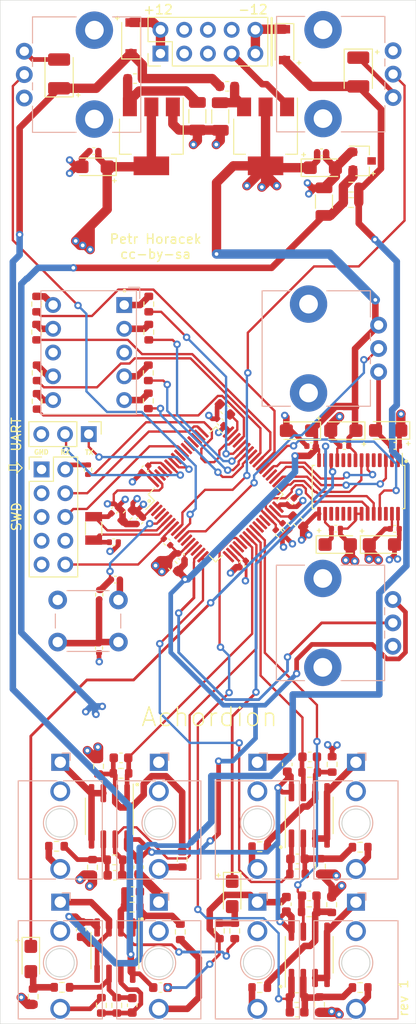
<source format=kicad_pcb>
(kicad_pcb (version 20171130) (host pcbnew 5.1.9-2.fc34)
  (title_block (title Achordion) (date 2021-04-25) (rev 1) (company "Petr Horáček") (comment 1 hrck@protonmail.com) (comment 2 https://github.com/zlosynth/achordion) (comment 3 cc-by-sa))
  (layers (0 F.Cu signal) (1 In1.Cu power hide) (2 In2.Cu power hide) (31 B.Cu signal) (34 B.Paste user) (35 F.Paste user) (36 B.SilkS user) (37 F.SilkS user) (38 B.Mask user) (39 F.Mask user) (44 Edge.Cuts user))
  (net 0 "")
  (net 1 "Net-(C1-Pad1)")
  (net 2 GND)
  (net 3 "Net-(C2-Pad1)")
  (net 4 +3V3)
  (net 5 +3.3VA)
  (net 6 HSE_IN)
  (net 7 HSE_OUT)
  (net 8 "Net-(C13-Pad1)")
  (net 9 "Net-(C16-Pad1)")
  (net 10 VCC)
  (net 11 VEE)
  (net 12 -10V)
  (net 13 "Net-(C22-Pad1)")
  (net 14 NRST)
  (net 15 RAMP_DAC)
  (net 16 "Net-(C35-Pad2)")
  (net 17 "Net-(C36-Pad2)")
  (net 18 "Net-(C36-Pad1)")
  (net 19 CAMP_DAC)
  (net 20 "Net-(C37-Pad2)")
  (net 21 "Net-(C38-Pad2)")
  (net 22 "Net-(C38-Pad1)")
  (net 23 BUTTON)
  (net 24 "Net-(C40-Pad2)")
  (net 25 VOCT_CV)
  (net 26 TABLE_CV)
  (net 27 "Net-(C41-Pad2)")
  (net 28 "Net-(C42-Pad2)")
  (net 29 CHORD_CV)
  (net 30 SCALE_CV)
  (net 31 "Net-(C43-Pad2)")
  (net 32 "Net-(C44-Pad2)")
  (net 33 RAMP_CV)
  (net 34 CAMP_CV)
  (net 35 "Net-(C45-Pad2)")
  (net 36 "Net-(D1-Pad2)")
  (net 37 "Net-(D2-Pad1)")
  (net 38 UART_TX)
  (net 39 UART_RX)
  (net 40 "Net-(J3-Pad2)")
  (net 41 SWCLK)
  (net 42 SWO)
  (net 43 "Net-(J3-Pad7)")
  (net 44 "Net-(J3-Pad8)")
  (net 45 "Net-(J4-PadT)")
  (net 46 "Net-(J5-PadT)")
  (net 47 "Net-(J6-PadT)")
  (net 48 "Net-(J7-PadT)")
  (net 49 "Net-(J8-PadT)")
  (net 50 "Net-(J9-PadT)")
  (net 51 "Net-(J10-PadT)")
  (net 52 "Net-(J11-PadT)")
  (net 53 I2C_SCL)
  (net 54 I2C_SDA)
  (net 55 SWDIO)
  (net 56 "Net-(R15-Pad2)")
  (net 57 DISPLAY_A)
  (net 58 "Net-(R35-Pad2)")
  (net 59 "Net-(R36-Pad2)")
  (net 60 DISPLAY_B)
  (net 61 DISPLAY_C)
  (net 62 "Net-(R37-Pad2)")
  (net 63 "Net-(R38-Pad2)")
  (net 64 DISPLAY_D)
  (net 65 DISPLAY_E)
  (net 66 "Net-(R39-Pad2)")
  (net 67 "Net-(R40-Pad2)")
  (net 68 DISPLAY_F)
  (net 69 DISPLAY_G)
  (net 70 "Net-(R41-Pad2)")
  (net 71 "Net-(R42-Pad2)")
  (net 72 DISPLAY_DP)
  (net 73 NOTE_POT)
  (net 74 CHORD_POT)
  (net 75 TABLE_POT)
  (net 76 SCALE_POT)
  (net 77 "Net-(U1-Pad2)")
  (net 78 "Net-(U1-Pad3)")
  (net 79 "Net-(U1-Pad11)")
  (net 80 "Net-(U1-Pad14)")
  (net 81 "Net-(U1-Pad17)")
  (net 82 "Net-(U1-Pad20)")
  (net 83 "Net-(U1-Pad26)")
  (net 84 "Net-(U1-Pad27)")
  (net 85 "Net-(U1-Pad28)")
  (net 86 I2S_WS)
  (net 87 I2S_CK)
  (net 88 "Net-(U1-Pad35)")
  (net 89 I2S_SD)
  (net 90 I2S_MCK)
  (net 91 "Net-(U1-Pad50)")
  (net 92 "Net-(U1-Pad51)")
  (net 93 "Net-(U1-Pad52)")
  (net 94 "Net-(U1-Pad53)")
  (net 95 "Net-(U1-Pad54)")
  (net 96 "Net-(U1-Pad56)")
  (net 97 "Net-(U1-Pad57)")
  (net 98 "Net-(U1-Pad61)")
  (net 99 "Net-(U1-Pad62)")
  (net 100 "Net-(U5-Pad2)")
  (net 101 "Net-(U5-Pad4)")
  (net 102 "Net-(U5-Pad5)")
  (net 103 "Net-(U5-Pad9)")
  (net 104 "Net-(U5-Pad10)")
  (net 105 "Net-(U5-Pad17)")
  (net 106 "Net-(U5-Pad18)")
  (net 107 "Net-(U5-Pad19)")
  (net 108 "Net-(U5-Pad20)")
  (net 109 "Net-(U5-Pad26)")
  (module Package_QFP:LQFP-64_10x10mm_P0.5mm (layer F.Cu) (at 145.888909 94.388909 45)
    (fp_text reference U1)
    (fp_text value STM32F405RGT6)
    (pad 64 smd roundrect (at -3.75 -5.675 45) (size 0.3 1.55) (layers F.Cu F.Paste F.Mask) (net 4 +3V3))
    (pad 63 smd roundrect (at -3.25 -5.675 45) (size 0.3 1.55) (layers F.Cu F.Paste F.Mask) (net 2 GND))
    (pad 62 smd roundrect (at -2.75 -5.675 45) (size 0.3 1.55) (layers F.Cu F.Paste F.Mask) (net 99 "Net-(U1-Pad62)"))
    (pad 61 smd roundrect (at -2.25 -5.675 45) (size 0.3 1.55) (layers F.Cu F.Paste F.Mask) (net 98 "Net-(U1-Pad61)"))
    (pad 60 smd roundrect (at -1.75 -5.675 45) (size 0.3 1.55) (layers F.Cu F.Paste F.Mask) (net 2 GND))
    (pad 59 smd roundrect (at -1.25 -5.675 45) (size 0.3 1.55) (layers F.Cu F.Paste F.Mask) (net 39 UART_RX))
    (pad 58 smd roundrect (at -0.75 -5.675 45) (size 0.3 1.55) (layers F.Cu F.Paste F.Mask) (net 38 UART_TX))
    (pad 57 smd roundrect (at -0.25 -5.675 45) (size 0.3 1.55) (layers F.Cu F.Paste F.Mask) (net 97 "Net-(U1-Pad57)"))
    (pad 56 smd roundrect (at 0.25 -5.675 45) (size 0.3 1.55) (layers F.Cu F.Paste F.Mask) (net 96 "Net-(U1-Pad56)"))
    (pad 55 smd roundrect (at 0.75 -5.675 45) (size 0.3 1.55) (layers F.Cu F.Paste F.Mask) (net 42 SWO))
    (pad 54 smd roundrect (at 1.25 -5.675 45) (size 0.3 1.55) (layers F.Cu F.Paste F.Mask) (net 95 "Net-(U1-Pad54)"))
    (pad 53 smd roundrect (at 1.75 -5.675 45) (size 0.3 1.55) (layers F.Cu F.Paste F.Mask) (net 94 "Net-(U1-Pad53)"))
    (pad 52 smd roundrect (at 2.25 -5.675 45) (size 0.3 1.55) (layers F.Cu F.Paste F.Mask) (net 93 "Net-(U1-Pad52)"))
    (pad 51 smd roundrect (at 2.75 -5.675 45) (size 0.3 1.55) (layers F.Cu F.Paste F.Mask) (net 92 "Net-(U1-Pad51)"))
    (pad 50 smd roundrect (at 3.25 -5.675 45) (size 0.3 1.55) (layers F.Cu F.Paste F.Mask) (net 91 "Net-(U1-Pad50)"))
    (pad 49 smd roundrect (at 3.75 -5.675 45) (size 0.3 1.55) (layers F.Cu F.Paste F.Mask) (net 41 SWCLK))
    (pad 48 smd roundrect (at 5.675 -3.75 45) (size 1.55 0.3) (layers F.Cu F.Paste F.Mask) (net 4 +3V3))
    (pad 47 smd roundrect (at 5.675 -3.25 45) (size 1.55 0.3) (layers F.Cu F.Paste F.Mask) (net 3 "Net-(C2-Pad1)"))
    (pad 46 smd roundrect (at 5.675 -2.75 45) (size 1.55 0.3) (layers F.Cu F.Paste F.Mask) (net 55 SWDIO))
    (pad 45 smd roundrect (at 5.675 -2.25 45) (size 1.55 0.3) (layers F.Cu F.Paste F.Mask) (net 72 DISPLAY_DP))
    (pad 44 smd roundrect (at 5.675 -1.75 45) (size 1.55 0.3) (layers F.Cu F.Paste F.Mask) (net 69 DISPLAY_G))
    (pad 43 smd roundrect (at 5.675 -1.25 45) (size 1.55 0.3) (layers F.Cu F.Paste F.Mask) (net 68 DISPLAY_F))
    (pad 42 smd roundrect (at 5.675 -0.75 45) (size 1.55 0.3) (layers F.Cu F.Paste F.Mask) (net 65 DISPLAY_E))
    (pad 41 smd roundrect (at 5.675 -0.25 45) (size 1.55 0.3) (layers F.Cu F.Paste F.Mask) (net 64 DISPLAY_D))
    (pad 40 smd roundrect (at 5.675 0.25 45) (size 1.55 0.3) (layers F.Cu F.Paste F.Mask) (net 61 DISPLAY_C))
    (pad 39 smd roundrect (at 5.675 0.75 45) (size 1.55 0.3) (layers F.Cu F.Paste F.Mask) (net 60 DISPLAY_B))
    (pad 38 smd roundrect (at 5.675 1.25 45) (size 1.55 0.3) (layers F.Cu F.Paste F.Mask) (net 57 DISPLAY_A))
    (pad 37 smd roundrect (at 5.675 1.75 45) (size 1.55 0.3) (layers F.Cu F.Paste F.Mask) (net 90 I2S_MCK))
    (pad 36 smd roundrect (at 5.675 2.25 45) (size 1.55 0.3) (layers F.Cu F.Paste F.Mask) (net 89 I2S_SD))
    (pad 35 smd roundrect (at 5.675 2.75 45) (size 1.55 0.3) (layers F.Cu F.Paste F.Mask) (net 88 "Net-(U1-Pad35)"))
    (pad 34 smd roundrect (at 5.675 3.25 45) (size 1.55 0.3) (layers F.Cu F.Paste F.Mask) (net 87 I2S_CK))
    (pad 33 smd roundrect (at 5.675 3.75 45) (size 1.55 0.3) (layers F.Cu F.Paste F.Mask) (net 86 I2S_WS))
    (pad 32 smd roundrect (at 3.75 5.675 45) (size 0.3 1.55) (layers F.Cu F.Paste F.Mask) (net 4 +3V3))
    (pad 31 smd roundrect (at 3.25 5.675 45) (size 0.3 1.55) (layers F.Cu F.Paste F.Mask) (net 1 "Net-(C1-Pad1)"))
    (pad 30 smd roundrect (at 2.75 5.675 45) (size 0.3 1.55) (layers F.Cu F.Paste F.Mask) (net 54 I2C_SDA))
    (pad 29 smd roundrect (at 2.25 5.675 45) (size 0.3 1.55) (layers F.Cu F.Paste F.Mask) (net 53 I2C_SCL))
    (pad 28 smd roundrect (at 1.75 5.675 45) (size 0.3 1.55) (layers F.Cu F.Paste F.Mask) (net 85 "Net-(U1-Pad28)"))
    (pad 27 smd roundrect (at 1.25 5.675 45) (size 0.3 1.55) (layers F.Cu F.Paste F.Mask) (net 84 "Net-(U1-Pad27)"))
    (pad 26 smd roundrect (at 0.75 5.675 45) (size 0.3 1.55) (layers F.Cu F.Paste F.Mask) (net 83 "Net-(U1-Pad26)"))
    (pad 25 smd roundrect (at 0.25 5.675 45) (size 0.3 1.55) (layers F.Cu F.Paste F.Mask) (net 30 SCALE_CV))
    (pad 24 smd roundrect (at -0.25 5.675 45) (size 0.3 1.55) (layers F.Cu F.Paste F.Mask) (net 29 CHORD_CV))
    (pad 23 smd roundrect (at -0.75 5.675 45) (size 0.3 1.55) (layers F.Cu F.Paste F.Mask) (net 34 CAMP_CV))
    (pad 22 smd roundrect (at -1.25 5.675 45) (size 0.3 1.55) (layers F.Cu F.Paste F.Mask) (net 33 RAMP_CV))
    (pad 21 smd roundrect (at -1.75 5.675 45) (size 0.3 1.55) (layers F.Cu F.Paste F.Mask) (net 26 TABLE_CV))
    (pad 20 smd roundrect (at -2.25 5.675 45) (size 0.3 1.55) (layers F.Cu F.Paste F.Mask) (net 82 "Net-(U1-Pad20)"))
    (pad 19 smd roundrect (at -2.75 5.675 45) (size 0.3 1.55) (layers F.Cu F.Paste F.Mask) (net 4 +3V3))
    (pad 18 smd roundrect (at -3.25 5.675 45) (size 0.3 1.55) (layers F.Cu F.Paste F.Mask) (net 2 GND))
    (pad 17 smd roundrect (at -3.75 5.675 45) (size 0.3 1.55) (layers F.Cu F.Paste F.Mask) (net 81 "Net-(U1-Pad17)"))
    (pad 16 smd roundrect (at -5.675 3.75 45) (size 1.55 0.3) (layers F.Cu F.Paste F.Mask) (net 25 VOCT_CV))
    (pad 15 smd roundrect (at -5.675 3.25 45) (size 1.55 0.3) (layers F.Cu F.Paste F.Mask) (net 76 SCALE_POT))
    (pad 14 smd roundrect (at -5.675 2.75 45) (size 1.55 0.3) (layers F.Cu F.Paste F.Mask) (net 80 "Net-(U1-Pad14)"))
    (pad 13 smd roundrect (at -5.675 2.25 45) (size 1.55 0.3) (layers F.Cu F.Paste F.Mask) (net 5 +3.3VA))
    (pad 12 smd roundrect (at -5.675 1.75 45) (size 1.55 0.3) (layers F.Cu F.Paste F.Mask) (net 2 GND))
    (pad 11 smd roundrect (at -5.675 1.25 45) (size 1.55 0.3) (layers F.Cu F.Paste F.Mask) (net 79 "Net-(U1-Pad11)"))
    (pad 10 smd roundrect (at -5.675 0.75 45) (size 1.55 0.3) (layers F.Cu F.Paste F.Mask) (net 74 CHORD_POT))
    (pad 9 smd roundrect (at -5.675 0.25 45) (size 1.55 0.3) (layers F.Cu F.Paste F.Mask) (net 75 TABLE_POT))
    (pad 8 smd roundrect (at -5.675 -0.25 45) (size 1.55 0.3) (layers F.Cu F.Paste F.Mask) (net 73 NOTE_POT))
    (pad 7 smd roundrect (at -5.675 -0.75 45) (size 1.55 0.3) (layers F.Cu F.Paste F.Mask) (net 14 NRST))
    (pad 6 smd roundrect (at -5.675 -1.25 45) (size 1.55 0.3) (layers F.Cu F.Paste F.Mask) (net 7 HSE_OUT))
    (pad 5 smd roundrect (at -5.675 -1.75 45) (size 1.55 0.3) (layers F.Cu F.Paste F.Mask) (net 6 HSE_IN))
    (pad 4 smd roundrect (at -5.675 -2.25 45) (size 1.55 0.3) (layers F.Cu F.Paste F.Mask) (net 23 BUTTON))
    (pad 3 smd roundrect (at -5.675 -2.75 45) (size 1.55 0.3) (layers F.Cu F.Paste F.Mask) (net 78 "Net-(U1-Pad3)"))
    (pad 2 smd roundrect (at -5.675 -3.25 45) (size 1.55 0.3) (layers F.Cu F.Paste F.Mask) (net 77 "Net-(U1-Pad2)"))
    (pad 1 smd roundrect (at -5.675 -3.75 45) (size 1.55 0.3) (layers F.Cu F.Paste F.Mask) (net 4 +3V3))
  )
  (module Capacitor_SMD:C_0603_1608Metric (layer F.Cu) (at 154.7 97.3 315)
    (fp_text reference C1)
    (fp_text value 2u2)
    (pad 2 smd roundrect (at 0.775 0 315) (size 0.9 0.95) (layers F.Cu F.Paste F.Mask) (net 2 GND))
    (pad 1 smd roundrect (at -0.775 0 315) (size 0.9 0.95) (layers F.Cu F.Paste F.Mask) (net 1 "Net-(C1-Pad1)"))
  )
  (module Capacitor_SMD:C_0603_1608Metric (layer F.Cu) (at 146.875 85.3 135)
    (fp_text reference C2)
    (fp_text value 2u2)
    (pad 2 smd roundrect (at 0.775 0 135) (size 0.9 0.95) (layers F.Cu F.Paste F.Mask) (net 2 GND))
    (pad 1 smd roundrect (at -0.775 0 135) (size 0.9 0.95) (layers F.Cu F.Paste F.Mask) (net 3 "Net-(C2-Pad1)"))
  )
  (module Capacitor_SMD:C_0603_1608Metric (layer F.Cu) (at 136.466711 96.633973 225)
    (fp_text reference C3)
    (fp_text value 4u7)
    (pad 2 smd roundrect (at 0.775 0 225) (size 0.9 0.95) (layers F.Cu F.Paste F.Mask) (net 2 GND))
    (pad 1 smd roundrect (at -0.775 0 225) (size 0.9 0.95) (layers F.Cu F.Paste F.Mask) (net 4 +3V3))
  )
  (module Capacitor_SMD:C_0402_1005Metric (layer F.Cu) (at 137.757181 97.217336 225)
    (fp_text reference C4)
    (fp_text value 100n)
    (pad 2 smd roundrect (at 0.48 0 225) (size 0.56 0.62) (layers F.Cu F.Paste F.Mask) (net 2 GND))
    (pad 1 smd roundrect (at -0.48 0 225) (size 0.56 0.62) (layers F.Cu F.Paste F.Mask) (net 4 +3V3))
  )
  (module Capacitor_SMD:C_0402_1005Metric (layer F.Cu) (at 148.770369 101.831208 225)
    (fp_text reference C5)
    (fp_text value 100n)
    (pad 1 smd roundrect (at -0.48 0 225) (size 0.56 0.62) (layers F.Cu F.Paste F.Mask) (net 4 +3V3))
    (pad 2 smd roundrect (at 0.48 0 225) (size 0.56 0.62) (layers F.Cu F.Paste F.Mask) (net 2 GND))
  )
  (module Capacitor_SMD:C_0402_1005Metric (layer F.Cu) (at 153.9 95.15 45)
    (fp_text reference C6)
    (fp_text value 100n)
    (pad 2 smd roundrect (at 0.48 0 45) (size 0.56 0.62) (layers F.Cu F.Paste F.Mask) (net 2 GND))
    (pad 1 smd roundrect (at -0.48 0 45) (size 0.56 0.62) (layers F.Cu F.Paste F.Mask) (net 4 +3V3))
  )
  (module Capacitor_SMD:C_0402_1005Metric (layer F.Cu) (at 146.375 86.65 135)
    (fp_text reference C7)
    (fp_text value 100n)
    (pad 1 smd roundrect (at -0.48 0 135) (size 0.56 0.62) (layers F.Cu F.Paste F.Mask) (net 4 +3V3))
    (pad 2 smd roundrect (at 0.48 0 135) (size 0.56 0.62) (layers F.Cu F.Paste F.Mask) (net 2 GND))
  )
  (module Capacitor_SMD:C_0402_1005Metric (layer F.Cu) (at 138.322866 91.666548 45)
    (fp_text reference C8)
    (fp_text value 100n)
    (pad 2 smd roundrect (at 0.48 0 45) (size 0.56 0.62) (layers F.Cu F.Paste F.Mask) (net 2 GND))
    (pad 1 smd roundrect (at -0.48 0 45) (size 0.56 0.62) (layers F.Cu F.Paste F.Mask) (net 4 +3V3))
  )
  (module Capacitor_SMD:C_0603_1608Metric (layer F.Cu) (at 141.292715 102.025662 135)
    (fp_text reference C9)
    (fp_text value 1u)
    (pad 1 smd roundrect (at -0.775 0 135) (size 0.9 0.95) (layers F.Cu F.Paste F.Mask) (net 5 +3.3VA))
    (pad 2 smd roundrect (at 0.775 0 135) (size 0.9 0.95) (layers F.Cu F.Paste F.Mask) (net 2 GND))
  )
  (module Capacitor_SMD:C_0402_1005Metric (layer F.Cu) (at 142.211953 101.035712 135)
    (fp_text reference C10)
    (fp_text value 10n)
    (pad 1 smd roundrect (at -0.48 0 135) (size 0.56 0.62) (layers F.Cu F.Paste F.Mask) (net 5 +3.3VA))
    (pad 2 smd roundrect (at 0.48 0 135) (size 0.56 0.62) (layers F.Cu F.Paste F.Mask) (net 2 GND))
  )
  (module Capacitor_SMD:C_0402_1005Metric (layer F.Cu) (at 135.075 96.075 225)
    (fp_text reference C11)
    (fp_text value 12p)
    (pad 1 smd roundrect (at -0.48 0 225) (size 0.56 0.62) (layers F.Cu F.Paste F.Mask) (net 2 GND))
    (pad 2 smd roundrect (at 0.48 0 225) (size 0.56 0.62) (layers F.Cu F.Paste F.Mask) (net 6 HSE_IN))
  )
  (module Capacitor_SMD:C_0402_1005Metric (layer F.Cu) (at 134.98 99.5 180)
    (fp_text reference C12)
    (fp_text value 12p)
    (pad 2 smd roundrect (at 0.48 0 180) (size 0.56 0.62) (layers F.Cu F.Paste F.Mask) (net 7 HSE_OUT))
    (pad 1 smd roundrect (at -0.48 0 180) (size 0.56 0.62) (layers F.Cu F.Paste F.Mask) (net 2 GND))
  )
  (module Capacitor_SMD:C_1206_3216Metric (layer F.Cu) (at 143.925 53.975 270)
    (fp_text reference C13)
    (fp_text value 100n)
    (pad 1 smd roundrect (at -1.475 0 270) (size 1.15 1.8) (layers F.Cu F.Paste F.Mask) (roundrect_rratio 0.217391) (net 8 "Net-(C13-Pad1)"))
    (pad 2 smd roundrect (at 1.475 0 270) (size 1.15 1.8) (layers F.Cu F.Paste F.Mask) (roundrect_rratio 0.217391) (net 2 GND))
  )
  (module Capacitor_Tantalum_SMD:CP_EIA-3216-18_Kemet-A (layer F.Cu) (at 132.925 59.375 180)
    (fp_text reference C14)
    (fp_text value 22u)
    (pad 1 smd roundrect (at -1.35 0 180) (size 1.4 1.35) (layers F.Cu F.Paste F.Mask) (roundrect_rratio 0.185185) (net 4 +3V3))
    (pad 2 smd roundrect (at 1.35 0 180) (size 1.4 1.35) (layers F.Cu F.Paste F.Mask) (roundrect_rratio 0.185185) (net 2 GND))
  )
  (module Capacitor_SMD:C_0402_1005Metric (layer F.Cu) (at 132.85 57.7 180)
    (fp_text reference C15)
    (fp_text value 100n)
    (pad 1 smd roundrect (at -0.48 0 180) (size 0.56 0.62) (layers F.Cu F.Paste F.Mask) (net 4 +3V3))
    (pad 2 smd roundrect (at 0.48 0 180) (size 0.56 0.62) (layers F.Cu F.Paste F.Mask) (net 2 GND))
  )
  (module Capacitor_SMD:C_1206_3216Metric (layer F.Cu) (at 146.375 54 270)
    (fp_text reference C16)
    (fp_text value 100n)
    (pad 2 smd roundrect (at 1.475 0 270) (size 1.15 1.8) (layers F.Cu F.Paste F.Mask) (roundrect_rratio 0.217391) (net 2 GND))
    (pad 1 smd roundrect (at -1.475 0 270) (size 1.15 1.8) (layers F.Cu F.Paste F.Mask) (roundrect_rratio 0.217391) (net 9 "Net-(C16-Pad1)"))
  )
  (module Capacitor_Tantalum_SMD:CP_EIA-3216-18_Kemet-A (layer F.Cu) (at 157.35 59.475)
    (fp_text reference C17)
    (fp_text value 22u)
    (pad 2 smd roundrect (at 1.35 0) (size 1.4 1.35) (layers F.Cu F.Paste F.Mask) (roundrect_rratio 0.185185) (net 2 GND))
    (pad 1 smd roundrect (at -1.35 0) (size 1.4 1.35) (layers F.Cu F.Paste F.Mask) (roundrect_rratio 0.185185) (net 5 +3.3VA))
  )
  (module Capacitor_SMD:C_0402_1005Metric (layer F.Cu) (at 157.225 57.825)
    (fp_text reference C18)
    (fp_text value 100n)
    (pad 2 smd roundrect (at 0.48 0) (size 0.56 0.62) (layers F.Cu F.Paste F.Mask) (net 2 GND))
    (pad 1 smd roundrect (at -0.48 0) (size 0.56 0.62) (layers F.Cu F.Paste F.Mask) (net 5 +3.3VA))
  )
  (module Capacitor_Tantalum_SMD:CP_EIA-3528-21_Kemet-B (layer F.Cu) (at 129.125 49.45 90)
    (fp_text reference C19)
    (fp_text value 22u)
    (pad 2 smd roundrect (at 1.5375 0 90) (size 1.325 2.35) (layers F.Cu F.Paste F.Mask) (roundrect_rratio 0.188679) (net 2 GND))
    (pad 1 smd roundrect (at -1.5375 0 90) (size 1.325 2.35) (layers F.Cu F.Paste F.Mask) (roundrect_rratio 0.188679) (net 10 VCC))
  )
  (module Capacitor_Tantalum_SMD:CP_EIA-3528-21_Kemet-B (layer F.Cu) (at 161.15 49.25 270)
    (fp_text reference C20)
    (fp_text value 22u)
    (pad 1 smd roundrect (at -1.5375 0 270) (size 1.325 2.35) (layers F.Cu F.Paste F.Mask) (roundrect_rratio 0.188679) (net 2 GND))
    (pad 2 smd roundrect (at 1.5375 0 270) (size 1.325 2.35) (layers F.Cu F.Paste F.Mask) (roundrect_rratio 0.188679) (net 11 VEE))
  )
  (module Capacitor_SMD:C_1206_3216Metric (layer F.Cu) (at 157.475 63.1 90)
    (fp_text reference C21)
    (fp_text value 100n)
    (pad 1 smd roundrect (at -1.475 0 90) (size 1.15 1.8) (layers F.Cu F.Paste F.Mask) (roundrect_rratio 0.217391) (net 12 -10V))
    (pad 2 smd roundrect (at 1.475 0 90) (size 1.15 1.8) (layers F.Cu F.Paste F.Mask) (roundrect_rratio 0.217391) (net 2 GND))
  )
  (module Capacitor_SMD:C_0402_1005Metric (layer F.Cu) (at 158.75 98.05)
    (fp_text reference C22)
    (fp_text value 100n)
    (pad 1 smd roundrect (at -0.48 0) (size 0.56 0.62) (layers F.Cu F.Paste F.Mask) (net 13 "Net-(C22-Pad1)"))
    (pad 2 smd roundrect (at 0.48 0) (size 0.56 0.62) (layers F.Cu F.Paste F.Mask) (net 2 GND))
  )
  (module Capacitor_Tantalum_SMD:CP_EIA-3216-18_Kemet-A (layer F.Cu) (at 158.95 99.75)
    (fp_text reference C23)
    (fp_text value 22u)
    (pad 1 smd roundrect (at -1.35 0) (size 1.4 1.35) (layers F.Cu F.Paste F.Mask) (roundrect_rratio 0.185185) (net 13 "Net-(C22-Pad1)"))
    (pad 2 smd roundrect (at 1.35 0) (size 1.4 1.35) (layers F.Cu F.Paste F.Mask) (roundrect_rratio 0.185185) (net 2 GND))
  )
  (module Capacitor_Tantalum_SMD:CP_EIA-3216-18_Kemet-A (layer F.Cu) (at 163.675 99.75)
    (fp_text reference C24)
    (fp_text value 10u)
    (pad 2 smd roundrect (at 1.35 0) (size 1.4 1.35) (layers F.Cu F.Paste F.Mask) (roundrect_rratio 0.185185) (net 2 GND))
    (pad 1 smd roundrect (at -1.35 0) (size 1.4 1.35) (layers F.Cu F.Paste F.Mask) (roundrect_rratio 0.185185) (net 4 +3V3))
  )
  (module Capacitor_SMD:C_0402_1005Metric (layer F.Cu) (at 165.05 98.075)
    (fp_text reference C25)
    (fp_text value 100n)
    (pad 2 smd roundrect (at 0.48 0) (size 0.56 0.62) (layers F.Cu F.Paste F.Mask) (net 2 GND))
    (pad 1 smd roundrect (at -0.48 0) (size 0.56 0.62) (layers F.Cu F.Paste F.Mask) (net 4 +3V3))
  )
  (module Capacitor_Tantalum_SMD:CP_EIA-3216-18_Kemet-A (layer F.Cu) (at 164.35 87.55 180)
    (fp_text reference C26)
    (fp_text value 10u)
    (pad 2 smd roundrect (at 1.35 0 180) (size 1.4 1.35) (layers F.Cu F.Paste F.Mask) (roundrect_rratio 0.185185) (net 2 GND))
    (pad 1 smd roundrect (at -1.35 0 180) (size 1.4 1.35) (layers F.Cu F.Paste F.Mask) (roundrect_rratio 0.185185) (net 4 +3V3))
  )
  (module Capacitor_SMD:C_0402_1005Metric (layer F.Cu) (at 165.075 89.2 180)
    (fp_text reference C27)
    (fp_text value 100n)
    (pad 1 smd roundrect (at -0.48 0 180) (size 0.56 0.62) (layers F.Cu F.Paste F.Mask) (net 4 +3V3))
    (pad 2 smd roundrect (at 0.48 0 180) (size 0.56 0.62) (layers F.Cu F.Paste F.Mask) (net 2 GND))
  )
  (module Capacitor_Tantalum_SMD:CP_EIA-3216-18_Kemet-A (layer F.Cu) (at 159.55 87.575 180)
    (fp_text reference C28)
    (fp_text value 10u)
    (pad 1 smd roundrect (at -1.35 0 180) (size 1.4 1.35) (layers F.Cu F.Paste F.Mask) (roundrect_rratio 0.185185) (net 5 +3.3VA))
    (pad 2 smd roundrect (at 1.35 0 180) (size 1.4 1.35) (layers F.Cu F.Paste F.Mask) (roundrect_rratio 0.185185) (net 2 GND))
  )
  (module Capacitor_SMD:C_0402_1005Metric (layer F.Cu) (at 159.65 89.225 180)
    (fp_text reference C29)
    (fp_text value 100n)
    (pad 2 smd roundrect (at 0.48 0 180) (size 0.56 0.62) (layers F.Cu F.Paste F.Mask) (net 2 GND))
    (pad 1 smd roundrect (at -0.48 0 180) (size 0.56 0.62) (layers F.Cu F.Paste F.Mask) (net 5 +3.3VA))
  )
  (module Capacitor_Tantalum_SMD:CP_EIA-3216-18_Kemet-A (layer F.Cu) (at 154.8 87.575001 180)
    (fp_text reference C30)
    (fp_text value 10u)
    (pad 2 smd roundrect (at 1.35 0 180) (size 1.4 1.35) (layers F.Cu F.Paste F.Mask) (roundrect_rratio 0.185185) (net 2 GND))
    (pad 1 smd roundrect (at -1.35 0 180) (size 1.4 1.35) (layers F.Cu F.Paste F.Mask) (roundrect_rratio 0.185185) (net 5 +3.3VA))
  )
  (module Capacitor_SMD:C_0402_1005Metric (layer F.Cu) (at 156.125 89.225 180)
    (fp_text reference C31)
    (fp_text value 100n)
    (pad 2 smd roundrect (at 0.48 0 180) (size 0.56 0.62) (layers F.Cu F.Paste F.Mask) (net 2 GND))
    (pad 1 smd roundrect (at -0.48 0 180) (size 0.56 0.62) (layers F.Cu F.Paste F.Mask) (net 5 +3.3VA))
  )
  (module Capacitor_SMD:C_0402_1005Metric (layer F.Cu) (at 140.675 99.475 315)
    (fp_text reference C32)
    (fp_text value 100n)
    (pad 1 smd roundrect (at -0.48 0 315) (size 0.56 0.62) (layers F.Cu F.Paste F.Mask) (net 14 NRST))
    (pad 2 smd roundrect (at 0.48 0 315) (size 0.56 0.62) (layers F.Cu F.Paste F.Mask) (net 2 GND))
  )
  (module Capacitor_Tantalum_SMD:CP_EIA-3216-18_Kemet-A (layer F.Cu) (at 147.65 137.1 270)
    (fp_text reference C35)
    (fp_text value 10u)
    (pad 1 smd roundrect (at -1.35 0 270) (size 1.4 1.35) (layers F.Cu F.Paste F.Mask) (roundrect_rratio 0.185185) (net 15 RAMP_DAC))
    (pad 2 smd roundrect (at 1.35 0 270) (size 1.4 1.35) (layers F.Cu F.Paste F.Mask) (roundrect_rratio 0.185185) (net 16 "Net-(C35-Pad2)"))
  )
  (module Capacitor_SMD:C_0603_1608Metric (layer F.Cu) (at 137 136.85 180)
    (fp_text reference C36)
    (fp_text value 18p)
    (pad 1 smd roundrect (at -0.775 0 180) (size 0.9 0.95) (layers F.Cu F.Paste F.Mask) (net 18 "Net-(C36-Pad1)"))
    (pad 2 smd roundrect (at 0.775 0 180) (size 0.9 0.95) (layers F.Cu F.Paste F.Mask) (net 17 "Net-(C36-Pad2)"))
  )
  (module Capacitor_Tantalum_SMD:CP_EIA-3216-18_Kemet-A (layer F.Cu) (at 126.1 144.05 270)
    (fp_text reference C37)
    (fp_text value 10u)
    (pad 2 smd roundrect (at 1.35 0 270) (size 1.4 1.35) (layers F.Cu F.Paste F.Mask) (roundrect_rratio 0.185185) (net 20 "Net-(C37-Pad2)"))
    (pad 1 smd roundrect (at -1.35 0 270) (size 1.4 1.35) (layers F.Cu F.Paste F.Mask) (roundrect_rratio 0.185185) (net 19 CAMP_DAC))
  )
  (module Capacitor_SMD:C_0603_1608Metric (layer F.Cu) (at 136.95 149 90)
    (fp_text reference C38)
    (fp_text value 18p)
    (pad 1 smd roundrect (at -0.775 0 90) (size 0.9 0.95) (layers F.Cu F.Paste F.Mask) (net 22 "Net-(C38-Pad1)"))
    (pad 2 smd roundrect (at 0.775 0 90) (size 0.9 0.95) (layers F.Cu F.Paste F.Mask) (net 21 "Net-(C38-Pad2)"))
  )
  (module Capacitor_SMD:C_0402_1005Metric (layer F.Cu) (at 135.15 103.5 180)
    (fp_text reference C39)
    (fp_text value 100n)
    (pad 1 smd roundrect (at -0.48 0 180) (size 0.56 0.62) (layers F.Cu F.Paste F.Mask) (net 2 GND))
    (pad 2 smd roundrect (at 0.48 0 180) (size 0.56 0.62) (layers F.Cu F.Paste F.Mask) (net 23 BUTTON))
  )
  (module Capacitor_SMD:C_0603_1608Metric (layer F.Cu) (at 154.65 133.35)
    (fp_text reference C40)
    (fp_text value 3n3)
    (pad 1 smd roundrect (at -0.775 0) (size 0.9 0.95) (layers F.Cu F.Paste F.Mask) (net 25 VOCT_CV))
    (pad 2 smd roundrect (at 0.775 0) (size 0.9 0.95) (layers F.Cu F.Paste F.Mask) (net 24 "Net-(C40-Pad2)"))
  )
  (module Capacitor_SMD:C_0603_1608Metric (layer F.Cu) (at 154.6 149.725)
    (fp_text reference C42)
    (fp_text value 3n3)
    (pad 2 smd roundrect (at 0.775 0) (size 0.9 0.95) (layers F.Cu F.Paste F.Mask) (net 28 "Net-(C42-Pad2)"))
    (pad 1 smd roundrect (at -0.775 0) (size 0.9 0.95) (layers F.Cu F.Paste F.Mask) (net 26 TABLE_CV))
  )
  (module Capacitor_SMD:C_0603_1608Metric (layer F.Cu) (at 155.95 122.45)
    (fp_text reference C41)
    (fp_text value 3n3)
    (pad 2 smd roundrect (at 0.775 0) (size 0.9 0.95) (layers F.Cu F.Paste F.Mask) (net 27 "Net-(C41-Pad2)"))
    (pad 1 smd roundrect (at -0.775 0) (size 0.9 0.95) (layers F.Cu F.Paste F.Mask) (net 29 CHORD_CV))
  )
  (module Capacitor_SMD:C_0603_1608Metric (layer F.Cu) (at 155.9 137.3)
    (fp_text reference C43)
    (fp_text value 3n3)
    (pad 2 smd roundrect (at 0.775 0) (size 0.9 0.95) (layers F.Cu F.Paste F.Mask) (net 31 "Net-(C43-Pad2)"))
    (pad 1 smd roundrect (at -0.775 0) (size 0.9 0.95) (layers F.Cu F.Paste F.Mask) (net 30 SCALE_CV))
  )
  (module Capacitor_SMD:C_0603_1608Metric (layer F.Cu) (at 135.75 122.55 180)
    (fp_text reference C44)
    (fp_text value 3n3)
    (pad 2 smd roundrect (at 0.775 0 180) (size 0.9 0.95) (layers F.Cu F.Paste F.Mask) (net 32 "Net-(C44-Pad2)"))
    (pad 1 smd roundrect (at -0.775 0 180) (size 0.9 0.95) (layers F.Cu F.Paste F.Mask) (net 33 RAMP_CV))
  )
  (module Capacitor_SMD:C_0603_1608Metric (layer F.Cu) (at 135.1 135.1 180)
    (fp_text reference C45)
    (fp_text value 3n3)
    (pad 2 smd roundrect (at 0.775 0 180) (size 0.9 0.95) (layers F.Cu F.Paste F.Mask) (net 35 "Net-(C45-Pad2)"))
    (pad 1 smd roundrect (at -0.775 0 180) (size 0.9 0.95) (layers F.Cu F.Paste F.Mask) (net 34 CAMP_CV))
  )
  (module Capacitor_SMD:C_0603_1608Metric (layer F.Cu) (at 153.55 123.25 270)
    (fp_text reference C46)
    (fp_text value 3n3)
    (pad 2 smd roundrect (at 0.775 0 270) (size 0.9 0.95) (layers F.Cu F.Paste F.Mask) (net 5 +3.3VA))
    (pad 1 smd roundrect (at -0.775 0 270) (size 0.9 0.95) (layers F.Cu F.Paste F.Mask) (net 2 GND))
  )
  (module Capacitor_SMD:C_0603_1608Metric (layer F.Cu) (at 153.45 138.2 270)
    (fp_text reference C47)
    (fp_text value 3n3)
    (pad 1 smd roundrect (at -0.775 0 270) (size 0.9 0.95) (layers F.Cu F.Paste F.Mask) (net 2 GND))
    (pad 2 smd roundrect (at 0.775 0 270) (size 0.9 0.95) (layers F.Cu F.Paste F.Mask) (net 5 +3.3VA))
  )
  (module Capacitor_SMD:C_0603_1608Metric (layer F.Cu) (at 137.65 134.225 90)
    (fp_text reference C48)
    (fp_text value 3n3)
    (pad 1 smd roundrect (at -0.775 0 90) (size 0.9 0.95) (layers F.Cu F.Paste F.Mask) (net 2 GND))
    (pad 2 smd roundrect (at 0.775 0 90) (size 0.9 0.95) (layers F.Cu F.Paste F.Mask) (net 5 +3.3VA))
  )
  (module Diode_SMD:D_SOD-123 (layer F.Cu) (at 136.825 45.6 90)
    (fp_text reference D1)
    (fp_text value D_Schottky_Small)
    (pad 2 smd rect (at 1.65 0 90) (size 0.9 1.2) (layers F.Cu F.Paste F.Mask) (net 36 "Net-(D1-Pad2)"))
    (pad 1 smd rect (at -1.65 0 90) (size 0.9 1.2) (layers F.Cu F.Paste F.Mask) (net 10 VCC))
  )
  (module Diode_SMD:D_SOD-123 (layer F.Cu) (at 153.25 46.325 270)
    (fp_text reference D2)
    (fp_text value D_Schottky_Small)
    (pad 1 smd rect (at -1.65 0 270) (size 0.9 1.2) (layers F.Cu F.Paste F.Mask) (net 37 "Net-(D2-Pad1)"))
    (pad 2 smd rect (at 1.65 0 270) (size 0.9 1.2) (layers F.Cu F.Paste F.Mask) (net 11 VEE))
  )
  (module Inductor_SMD:L_0603_1608Metric (layer F.Cu) (at 137.25 49.95)
    (fp_text reference FB1)
    (fp_text value Any)
    (pad 2 smd roundrect (at 0.7875 0) (size 0.875 0.95) (layers F.Cu F.Paste F.Mask) (net 10 VCC))
    (pad 1 smd roundrect (at -0.7875 0) (size 0.875 0.95) (layers F.Cu F.Paste F.Mask) (net 8 "Net-(C13-Pad1)"))
  )
  (module Inductor_SMD:L_0603_1608Metric (layer F.Cu) (at 147.125 50.775 180)
    (fp_text reference FB2)
    (fp_text value Any)
    (pad 1 smd roundrect (at -0.7875 0 180) (size 0.875 0.95) (layers F.Cu F.Paste F.Mask) (net 9 "Net-(C16-Pad1)"))
    (pad 2 smd roundrect (at 0.7875 0 180) (size 0.875 0.95) (layers F.Cu F.Paste F.Mask) (net 10 VCC))
  )
  (module Connector_PinHeader_2.54mm:PinHeader_2x05_P2.54mm_Vertical (layer F.Cu) (at 139.975 47.275 90)
    (fp_text reference J1)
    (fp_text value Power)
    (pad 1 thru_hole rect (at 0 0 90) (size 1.7 1.7) (drill 1) (layers *.Cu *.Mask) (net 36 "Net-(D1-Pad2)"))
    (pad 2 thru_hole oval (at 2.54 0 90) (size 1.7 1.7) (drill 1) (layers *.Cu *.Mask) (net 36 "Net-(D1-Pad2)"))
    (pad 3 thru_hole oval (at 0 2.54 90) (size 1.7 1.7) (drill 1) (layers *.Cu *.Mask) (net 2 GND))
    (pad 4 thru_hole oval (at 2.54 2.54 90) (size 1.7 1.7) (drill 1) (layers *.Cu *.Mask) (net 2 GND))
    (pad 5 thru_hole oval (at 0 5.08 90) (size 1.7 1.7) (drill 1) (layers *.Cu *.Mask) (net 2 GND))
    (pad 6 thru_hole oval (at 2.54 5.08 90) (size 1.7 1.7) (drill 1) (layers *.Cu *.Mask) (net 2 GND))
    (pad 7 thru_hole oval (at 0 7.62 90) (size 1.7 1.7) (drill 1) (layers *.Cu *.Mask) (net 2 GND))
    (pad 8 thru_hole oval (at 2.54 7.62 90) (size 1.7 1.7) (drill 1) (layers *.Cu *.Mask) (net 2 GND))
    (pad 9 thru_hole oval (at 0 10.16 90) (size 1.7 1.7) (drill 1) (layers *.Cu *.Mask) (net 37 "Net-(D2-Pad1)"))
    (pad 10 thru_hole oval (at 2.54 10.16 90) (size 1.7 1.7) (drill 1) (layers *.Cu *.Mask) (net 37 "Net-(D2-Pad1)"))
  )
  (module Connector_PinHeader_2.54mm:PinHeader_1x03_P2.54mm_Vertical (layer F.Cu) (at 132.3 87.95 270)
    (fp_text reference J2)
    (fp_text value Serial)
    (pad 1 thru_hole rect (at 0 0 270) (size 1.7 1.7) (drill 1) (layers *.Cu *.Mask) (net 38 UART_TX))
    (pad 2 thru_hole oval (at 0 2.54 270) (size 1.7 1.7) (drill 1) (layers *.Cu *.Mask) (net 39 UART_RX))
    (pad 3 thru_hole oval (at 0 5.08 270) (size 1.7 1.7) (drill 1) (layers *.Cu *.Mask) (net 2 GND))
  )
  (module Connector_PinHeader_2.54mm:PinHeader_2x05_P2.54mm_Vertical (layer F.Cu) (at 127.25 91.725)
    (fp_text reference J3)
    (fp_text value SWD)
    (pad 10 thru_hole oval (at 2.54 10.16) (size 1.7 1.7) (drill 1) (layers *.Cu *.Mask) (net 14 NRST))
    (pad 9 thru_hole oval (at 0 10.16) (size 1.7 1.7) (drill 1) (layers *.Cu *.Mask) (net 2 GND))
    (pad 8 thru_hole oval (at 2.54 7.62) (size 1.7 1.7) (drill 1) (layers *.Cu *.Mask) (net 44 "Net-(J3-Pad8)"))
    (pad 7 thru_hole oval (at 0 7.62) (size 1.7 1.7) (drill 1) (layers *.Cu *.Mask) (net 43 "Net-(J3-Pad7)"))
    (pad 6 thru_hole oval (at 2.54 5.08) (size 1.7 1.7) (drill 1) (layers *.Cu *.Mask) (net 42 SWO))
    (pad 5 thru_hole oval (at 0 5.08) (size 1.7 1.7) (drill 1) (layers *.Cu *.Mask) (net 2 GND))
    (pad 4 thru_hole oval (at 2.54 2.54) (size 1.7 1.7) (drill 1) (layers *.Cu *.Mask) (net 41 SWCLK))
    (pad 3 thru_hole oval (at 0 2.54) (size 1.7 1.7) (drill 1) (layers *.Cu *.Mask) (net 2 GND))
    (pad 2 thru_hole oval (at 2.54 0) (size 1.7 1.7) (drill 1) (layers *.Cu *.Mask) (net 40 "Net-(J3-Pad2)"))
    (pad 1 thru_hole rect (at 0 0) (size 1.7 1.7) (drill 1) (layers *.Cu *.Mask) (net 4 +3V3))
  )
  (module Connector_Audio:Jack_3.5mm_QingPu_WQP-PJ398SM_Vertical_CircularHoles (layer B.Cu) (at 139.8 137.975 180)
    (fp_text reference J4)
    (fp_text value Jack)
    (pad TN thru_hole circle (at 0 -3.1) (size 2.13 2.13) (drill 1.42) (layers *.Cu *.Mask))
    (pad S thru_hole rect (at 0 0) (size 1.93 1.83) (drill 1.22) (layers *.Cu *.Mask) (net 2 GND))
    (pad T thru_hole circle (at 0 -11.4) (size 2.13 2.13) (drill 1.43) (layers *.Cu *.Mask) (net 45 "Net-(J4-PadT)"))
  )
  (module Connector_Audio:Jack_3.5mm_QingPu_WQP-PJ398SM_Vertical_CircularHoles (layer B.Cu) (at 129.25 137.9735 180)
    (fp_text reference J5)
    (fp_text value Jack)
    (pad TN thru_hole circle (at 0 -3.1) (size 2.13 2.13) (drill 1.42) (layers *.Cu *.Mask))
    (pad S thru_hole rect (at 0 0) (size 1.93 1.83) (drill 1.22) (layers *.Cu *.Mask) (net 2 GND))
    (pad T thru_hole circle (at 0 -11.4) (size 2.13 2.13) (drill 1.43) (layers *.Cu *.Mask) (net 46 "Net-(J5-PadT)"))
  )
  (module Connector_Audio:Jack_3.5mm_QingPu_WQP-PJ398SM_Vertical_CircularHoles (layer B.Cu) (at 160.9 123.025 180)
    (fp_text reference J6)
    (fp_text value Jack)
    (pad T thru_hole circle (at 0 -11.4) (size 2.13 2.13) (drill 1.43) (layers *.Cu *.Mask) (net 47 "Net-(J6-PadT)"))
    (pad S thru_hole rect (at 0 0) (size 1.93 1.83) (drill 1.22) (layers *.Cu *.Mask) (net 2 GND))
    (pad TN thru_hole circle (at 0 -3.1) (size 2.13 2.13) (drill 1.42) (layers *.Cu *.Mask))
  )
  (module Connector_Audio:Jack_3.5mm_QingPu_WQP-PJ398SM_Vertical_CircularHoles (layer B.Cu) (at 160.9 137.975 180)
    (fp_text reference J8)
    (fp_text value Jack)
    (pad TN thru_hole circle (at 0 -3.1) (size 2.13 2.13) (drill 1.42) (layers *.Cu *.Mask))
    (pad S thru_hole rect (at 0 0) (size 1.93 1.83) (drill 1.22) (layers *.Cu *.Mask) (net 2 GND))
    (pad T thru_hole circle (at 0 -11.4) (size 2.13 2.13) (drill 1.43) (layers *.Cu *.Mask) (net 49 "Net-(J8-PadT)"))
  )
  (module Connector_Audio:Jack_3.5mm_QingPu_WQP-PJ398SM_Vertical_CircularHoles (layer B.Cu) (at 150.35 123.025 180)
    (fp_text reference J7)
    (fp_text value Jack)
    (pad TN thru_hole circle (at 0 -3.1) (size 2.13 2.13) (drill 1.42) (layers *.Cu *.Mask))
    (pad S thru_hole rect (at 0 0) (size 1.93 1.83) (drill 1.22) (layers *.Cu *.Mask) (net 2 GND))
    (pad T thru_hole circle (at 0 -11.4) (size 2.13 2.13) (drill 1.43) (layers *.Cu *.Mask) (net 48 "Net-(J7-PadT)"))
  )
  (module Connector_Audio:Jack_3.5mm_QingPu_WQP-PJ398SM_Vertical_CircularHoles (layer B.Cu) (at 150.35 137.975 180)
    (fp_text reference J9)
    (fp_text value Jack)
    (pad T thru_hole circle (at 0 -11.4) (size 2.13 2.13) (drill 1.43) (layers *.Cu *.Mask) (net 50 "Net-(J9-PadT)"))
    (pad S thru_hole rect (at 0 0) (size 1.93 1.83) (drill 1.22) (layers *.Cu *.Mask) (net 2 GND))
    (pad TN thru_hole circle (at 0 -3.1) (size 2.13 2.13) (drill 1.42) (layers *.Cu *.Mask))
  )
  (module Connector_Audio:Jack_3.5mm_QingPu_WQP-PJ398SM_Vertical_CircularHoles (layer B.Cu) (at 139.8 123.025 180)
    (fp_text reference J10)
    (fp_text value Jack)
    (pad TN thru_hole circle (at 0 -3.1) (size 2.13 2.13) (drill 1.42) (layers *.Cu *.Mask))
    (pad S thru_hole rect (at 0 0) (size 1.93 1.83) (drill 1.22) (layers *.Cu *.Mask) (net 2 GND))
    (pad T thru_hole circle (at 0 -11.4) (size 2.13 2.13) (drill 1.43) (layers *.Cu *.Mask) (net 51 "Net-(J10-PadT)"))
  )
  (module Connector_Audio:Jack_3.5mm_QingPu_WQP-PJ398SM_Vertical_CircularHoles (layer B.Cu) (at 129.25 123.025 180)
    (fp_text reference J11)
    (fp_text value Jack)
    (pad TN thru_hole circle (at 0 -3.1) (size 2.13 2.13) (drill 1.42) (layers *.Cu *.Mask))
    (pad S thru_hole rect (at 0 0) (size 1.93 1.83) (drill 1.22) (layers *.Cu *.Mask) (net 2 GND))
    (pad T thru_hole circle (at 0 -11.4) (size 2.13 2.13) (drill 1.43) (layers *.Cu *.Mask) (net 52 "Net-(J11-PadT)"))
  )
  (module Resistor_SMD:R_0402_1005Metric (layer F.Cu) (at 152.675 98.55 315)
    (fp_text reference R2)
    (fp_text value 2k2)
    (pad 1 smd roundrect (at -0.51 0 315) (size 0.54 0.64) (layers F.Cu F.Paste F.Mask) (net 53 I2C_SCL))
    (pad 2 smd roundrect (at 0.51 0 315) (size 0.54 0.64) (layers F.Cu F.Paste F.Mask) (net 4 +3V3))
  )
  (module Resistor_SMD:R_0402_1005Metric (layer F.Cu) (at 153.401918 97.836054 315)
    (fp_text reference R3)
    (fp_text value 2k2)
    (pad 2 smd roundrect (at 0.51 0 315) (size 0.54 0.64) (layers F.Cu F.Paste F.Mask) (net 4 +3V3))
    (pad 1 smd roundrect (at -0.51 0 315) (size 0.54 0.64) (layers F.Cu F.Paste F.Mask) (net 54 I2C_SDA))
  )
  (module Resistor_SMD:R_0603_1608Metric (layer F.Cu) (at 160.375 63.2)
    (fp_text reference R4)
    (fp_text value 1k)
    (pad 2 smd roundrect (at 0.825 0) (size 0.8 0.95) (layers F.Cu F.Paste F.Mask) (net 11 VEE))
    (pad 1 smd roundrect (at -0.825 0) (size 0.8 0.95) (layers F.Cu F.Paste F.Mask) (net 12 -10V))
  )
  (module Resistor_SMD:R_0603_1608Metric (layer F.Cu) (at 160.375 61.55)
    (fp_text reference R5)
    (fp_text value 1k)
    (pad 1 smd roundrect (at -0.825 0) (size 0.8 0.95) (layers F.Cu F.Paste F.Mask) (net 12 -10V))
    (pad 2 smd roundrect (at 0.825 0) (size 0.8 0.95) (layers F.Cu F.Paste F.Mask) (net 11 VEE))
  )
  (module Resistor_SMD:R_0402_1005Metric (layer F.Cu) (at 132.225 91.75 90)
    (fp_text reference R6)
    (fp_text value 22)
    (pad 2 smd roundrect (at 0.51 0 90) (size 0.54 0.64) (layers F.Cu F.Paste F.Mask) (net 40 "Net-(J3-Pad2)"))
    (pad 1 smd roundrect (at -0.51 0 90) (size 0.54 0.64) (layers F.Cu F.Paste F.Mask) (net 55 SWDIO))
  )
  (module Resistor_SMD:R_0603_1608Metric (layer F.Cu) (at 146.275 141.05 270)
    (fp_text reference R7)
    (fp_text value 47k)
    (pad 1 smd roundrect (at -0.825 0 270) (size 0.8 0.95) (layers F.Cu F.Paste F.Mask) (net 16 "Net-(C35-Pad2)"))
    (pad 2 smd roundrect (at 0.825 0 270) (size 0.8 0.95) (layers F.Cu F.Paste F.Mask) (net 2 GND))
  )
  (module Resistor_SMD:R_0603_1608Metric (layer F.Cu) (at 147.925 141.05 270)
    (fp_text reference R8)
    (fp_text value 6k8)
    (pad 2 smd roundrect (at 0.825 0 270) (size 0.8 0.95) (layers F.Cu F.Paste F.Mask) (net 17 "Net-(C36-Pad2)"))
    (pad 1 smd roundrect (at -0.825 0 270) (size 0.8 0.95) (layers F.Cu F.Paste F.Mask) (net 16 "Net-(C35-Pad2)"))
  )
  (module Resistor_SMD:R_0603_1608Metric (layer F.Cu) (at 136.95 138.5)
    (fp_text reference R9)
    (fp_text value 47k)
    (pad 1 smd roundrect (at -0.825 0) (size 0.8 0.95) (layers F.Cu F.Paste F.Mask) (net 17 "Net-(C36-Pad2)"))
    (pad 2 smd roundrect (at 0.825 0) (size 0.8 0.95) (layers F.Cu F.Paste F.Mask) (net 18 "Net-(C36-Pad1)"))
  )
  (module Resistor_SMD:R_0603_1608Metric (layer F.Cu) (at 142.1 141.15 270)
    (fp_text reference R10)
    (fp_text value 1k)
    (pad 2 smd roundrect (at 0.825 0 270) (size 0.8 0.95) (layers F.Cu F.Paste F.Mask) (net 45 "Net-(J4-PadT)"))
    (pad 1 smd roundrect (at -0.825 0 270) (size 0.8 0.95) (layers F.Cu F.Paste F.Mask) (net 18 "Net-(C36-Pad1)"))
  )
  (module Resistor_SMD:R_0603_1608Metric (layer F.Cu) (at 126.35 148.075 270)
    (fp_text reference R11)
    (fp_text value 47k)
    (pad 2 smd roundrect (at 0.825 0 270) (size 0.8 0.95) (layers F.Cu F.Paste F.Mask) (net 2 GND))
    (pad 1 smd roundrect (at -0.825 0 270) (size 0.8 0.95) (layers F.Cu F.Paste F.Mask) (net 20 "Net-(C37-Pad2)"))
  )
  (module Resistor_SMD:R_0603_1608Metric (layer F.Cu) (at 129.425 147.075)
    (fp_text reference R12)
    (fp_text value 6k8)
    (pad 1 smd roundrect (at -0.825 0) (size 0.8 0.95) (layers F.Cu F.Paste F.Mask) (net 20 "Net-(C37-Pad2)"))
    (pad 2 smd roundrect (at 0.825 0) (size 0.8 0.95) (layers F.Cu F.Paste F.Mask) (net 21 "Net-(C38-Pad2)"))
  )
  (module Resistor_SMD:R_0603_1608Metric (layer F.Cu) (at 135.3 149 270)
    (fp_text reference R13)
    (fp_text value 47k)
    (pad 2 smd roundrect (at 0.825 0 270) (size 0.8 0.95) (layers F.Cu F.Paste F.Mask) (net 22 "Net-(C38-Pad1)"))
    (pad 1 smd roundrect (at -0.825 0 270) (size 0.8 0.95) (layers F.Cu F.Paste F.Mask) (net 21 "Net-(C38-Pad2)"))
  )
  (module Resistor_SMD:R_0603_1608Metric (layer F.Cu) (at 133.65 149 90)
    (fp_text reference R14)
    (fp_text value 1k)
    (pad 1 smd roundrect (at -0.825 0 90) (size 0.8 0.95) (layers F.Cu F.Paste F.Mask) (net 22 "Net-(C38-Pad1)"))
    (pad 2 smd roundrect (at 0.825 0 90) (size 0.8 0.95) (layers F.Cu F.Paste F.Mask) (net 46 "Net-(J5-PadT)"))
  )
  (module Resistor_SMD:R_0402_1005Metric (layer F.Cu) (at 133.4 110.8 90)
    (fp_text reference R15)
    (fp_text value 10k)
    (pad 2 smd roundrect (at 0.51 0 90) (size 0.54 0.64) (layers F.Cu F.Paste F.Mask) (net 56 "Net-(R15-Pad2)"))
    (pad 1 smd roundrect (at -0.51 0 90) (size 0.54 0.64) (layers F.Cu F.Paste F.Mask) (net 4 +3V3))
  )
  (module Resistor_SMD:R_0402_1005Metric (layer F.Cu) (at 133.425 105.1 270)
    (fp_text reference R16)
    (fp_text value 160)
    (pad 1 smd roundrect (at -0.51 0 270) (size 0.54 0.64) (layers F.Cu F.Paste F.Mask) (net 23 BUTTON))
    (pad 2 smd roundrect (at 0.51 0 270) (size 0.54 0.64) (layers F.Cu F.Paste F.Mask) (net 56 "Net-(R15-Pad2)"))
  )
  (module Resistor_SMD:R_0603_1608Metric (layer F.Cu) (at 157.1 134.15 90)
    (fp_text reference R17)
    (fp_text value 180k)
    (pad 1 smd roundrect (at -0.825 0 90) (size 0.8 0.95) (layers F.Cu F.Paste F.Mask) (net 12 -10V))
    (pad 2 smd roundrect (at 0.825 0 90) (size 0.8 0.95) (layers F.Cu F.Paste F.Mask) (net 24 "Net-(C40-Pad2)"))
  )
  (module Resistor_SMD:R_0603_1608Metric (layer F.Cu) (at 161.35 132.1 180)
    (fp_text reference R18)
    (fp_text value 100k)
    (pad 1 smd roundrect (at -0.825 0 180) (size 0.8 0.95) (layers F.Cu F.Paste F.Mask) (net 47 "Net-(J6-PadT)"))
    (pad 2 smd roundrect (at 0.825 0 180) (size 0.8 0.95) (layers F.Cu F.Paste F.Mask) (net 24 "Net-(C40-Pad2)"))
  )
  (module Resistor_SMD:R_0603_1608Metric (layer F.Cu) (at 154.65 134.95 180)
    (fp_text reference R19)
    (fp_text value 47k)
    (pad 2 smd roundrect (at 0.825 0 180) (size 0.8 0.95) (layers F.Cu F.Paste F.Mask) (net 25 VOCT_CV))
    (pad 1 smd roundrect (at -0.825 0 180) (size 0.8 0.95) (layers F.Cu F.Paste F.Mask) (net 24 "Net-(C40-Pad2)"))
  )
  (module Resistor_SMD:R_0603_1608Metric (layer F.Cu) (at 157 148.925 90)
    (fp_text reference R24)
    (fp_text value 120k)
    (pad 2 smd roundrect (at 0.825 0 90) (size 0.8 0.95) (layers F.Cu F.Paste F.Mask) (net 28 "Net-(C42-Pad2)"))
    (pad 1 smd roundrect (at -0.825 0 90) (size 0.8 0.95) (layers F.Cu F.Paste F.Mask) (net 12 -10V))
  )
  (module Resistor_SMD:R_0603_1608Metric (layer F.Cu) (at 161.35 147.1 180)
    (fp_text reference R25)
    (fp_text value 100k)
    (pad 2 smd roundrect (at 0.825 0 180) (size 0.8 0.95) (layers F.Cu F.Paste F.Mask) (net 28 "Net-(C42-Pad2)"))
    (pad 1 smd roundrect (at -0.825 0 180) (size 0.8 0.95) (layers F.Cu F.Paste F.Mask) (net 49 "Net-(J8-PadT)"))
  )
  (module Resistor_SMD:R_0603_1608Metric (layer F.Cu) (at 154.6 148.175 180)
    (fp_text reference R26)
    (fp_text value 20k)
    (pad 1 smd roundrect (at -0.825 0 180) (size 0.8 0.95) (layers F.Cu F.Paste F.Mask) (net 28 "Net-(C42-Pad2)"))
    (pad 2 smd roundrect (at 0.825 0 180) (size 0.8 0.95) (layers F.Cu F.Paste F.Mask) (net 26 TABLE_CV))
  )
  (module Resistor_SMD:R_0603_1608Metric (layer F.Cu) (at 133.35 123.45 270)
    (fp_text reference R23)
    (fp_text value 120k)
    (pad 1 smd roundrect (at -0.825 0 270) (size 0.8 0.95) (layers F.Cu F.Paste F.Mask) (net 12 -10V))
    (pad 2 smd roundrect (at 0.825 0 270) (size 0.8 0.95) (layers F.Cu F.Paste F.Mask) (net 32 "Net-(C44-Pad2)"))
  )
  (module Resistor_SMD:R_0603_1608Metric (layer F.Cu) (at 158.35 123.25 270)
    (fp_text reference R20)
    (fp_text value 120k)
    (pad 1 smd roundrect (at -0.825 0 270) (size 0.8 0.95) (layers F.Cu F.Paste F.Mask) (net 12 -10V))
    (pad 2 smd roundrect (at 0.825 0 270) (size 0.8 0.95) (layers F.Cu F.Paste F.Mask) (net 27 "Net-(C41-Pad2)"))
  )
  (module Resistor_SMD:R_0603_1608Metric (layer F.Cu) (at 150.6 132.05)
    (fp_text reference R21)
    (fp_text value 100k)
    (pad 1 smd roundrect (at -0.825 0) (size 0.8 0.95) (layers F.Cu F.Paste F.Mask) (net 48 "Net-(J7-PadT)"))
    (pad 2 smd roundrect (at 0.825 0) (size 0.8 0.95) (layers F.Cu F.Paste F.Mask) (net 27 "Net-(C41-Pad2)"))
  )
  (module Resistor_SMD:R_0603_1608Metric (layer F.Cu) (at 155.95 124.1 180)
    (fp_text reference R22)
    (fp_text value 20k)
    (pad 2 smd roundrect (at 0.825 0 180) (size 0.8 0.95) (layers F.Cu F.Paste F.Mask) (net 29 CHORD_CV))
    (pad 1 smd roundrect (at -0.825 0 180) (size 0.8 0.95) (layers F.Cu F.Paste F.Mask) (net 27 "Net-(C41-Pad2)"))
  )
  (module Resistor_SMD:R_0603_1608Metric (layer F.Cu) (at 158.3 138.25 270)
    (fp_text reference R27)
    (fp_text value 180k)
    (pad 1 smd roundrect (at -0.825 0 270) (size 0.8 0.95) (layers F.Cu F.Paste F.Mask) (net 12 -10V))
    (pad 2 smd roundrect (at 0.825 0 270) (size 0.8 0.95) (layers F.Cu F.Paste F.Mask) (net 31 "Net-(C43-Pad2)"))
  )
  (module Resistor_SMD:R_0603_1608Metric (layer F.Cu) (at 150.6 147.1)
    (fp_text reference R28)
    (fp_text value 100k)
    (pad 1 smd roundrect (at -0.825 0) (size 0.8 0.95) (layers F.Cu F.Paste F.Mask) (net 50 "Net-(J9-PadT)"))
    (pad 2 smd roundrect (at 0.825 0) (size 0.8 0.95) (layers F.Cu F.Paste F.Mask) (net 31 "Net-(C43-Pad2)"))
  )
  (module Resistor_SMD:R_0603_1608Metric (layer F.Cu) (at 155.9 139 180)
    (fp_text reference R29)
    (fp_text value 47k)
    (pad 2 smd roundrect (at 0.825 0 180) (size 0.8 0.95) (layers F.Cu F.Paste F.Mask) (net 30 SCALE_CV))
    (pad 1 smd roundrect (at -0.825 0 180) (size 0.8 0.95) (layers F.Cu F.Paste F.Mask) (net 31 "Net-(C43-Pad2)"))
  )
  (module Resistor_SMD:R_0603_1608Metric (layer F.Cu) (at 142.3 133.4 90)
    (fp_text reference R30)
    (fp_text value 100k)
    (pad 2 smd roundrect (at 0.825 0 90) (size 0.8 0.95) (layers F.Cu F.Paste F.Mask) (net 32 "Net-(C44-Pad2)"))
    (pad 1 smd roundrect (at -0.825 0 90) (size 0.8 0.95) (layers F.Cu F.Paste F.Mask) (net 51 "Net-(J10-PadT)"))
  )
  (module Resistor_SMD:R_0603_1608Metric (layer F.Cu) (at 135.75 124.2)
    (fp_text reference R31)
    (fp_text value 20k)
    (pad 2 smd roundrect (at 0.825 0) (size 0.8 0.95) (layers F.Cu F.Paste F.Mask) (net 33 RAMP_CV))
    (pad 1 smd roundrect (at -0.825 0) (size 0.8 0.95) (layers F.Cu F.Paste F.Mask) (net 32 "Net-(C44-Pad2)"))
  )
  (module Resistor_SMD:R_0603_1608Metric (layer F.Cu) (at 132.7 134.25 90)
    (fp_text reference R32)
    (fp_text value 120k)
    (pad 1 smd roundrect (at -0.825 0 90) (size 0.8 0.95) (layers F.Cu F.Paste F.Mask) (net 12 -10V))
    (pad 2 smd roundrect (at 0.825 0 90) (size 0.8 0.95) (layers F.Cu F.Paste F.Mask) (net 35 "Net-(C45-Pad2)"))
  )
  (module Resistor_SMD:R_0603_1608Metric (layer F.Cu) (at 128.85 132)
    (fp_text reference R33)
    (fp_text value 100k)
    (pad 1 smd roundrect (at -0.825 0) (size 0.8 0.95) (layers F.Cu F.Paste F.Mask) (net 52 "Net-(J11-PadT)"))
    (pad 2 smd roundrect (at 0.825 0) (size 0.8 0.95) (layers F.Cu F.Paste F.Mask) (net 35 "Net-(C45-Pad2)"))
  )
  (module Resistor_SMD:R_0603_1608Metric (layer F.Cu) (at 135.1 133.45)
    (fp_text reference R34)
    (fp_text value 20k)
    (pad 2 smd roundrect (at 0.825 0) (size 0.8 0.95) (layers F.Cu F.Paste F.Mask) (net 34 CAMP_CV))
    (pad 1 smd roundrect (at -0.825 0) (size 0.8 0.95) (layers F.Cu F.Paste F.Mask) (net 35 "Net-(C45-Pad2)"))
  )
  (module Resistor_SMD:R_0603_1608Metric (layer F.Cu) (at 126.725 74.05 90)
    (fp_text reference R35)
    (fp_text value 365)
    (pad 2 smd roundrect (at 0.825 0 90) (size 0.8 0.95) (layers F.Cu F.Paste F.Mask) (net 58 "Net-(R35-Pad2)"))
    (pad 1 smd roundrect (at -0.825 0 90) (size 0.8 0.95) (layers F.Cu F.Paste F.Mask) (net 57 DISPLAY_A))
  )
  (module Resistor_SMD:R_0603_1608Metric (layer F.Cu) (at 126.725 77.05 90)
    (fp_text reference R36)
    (fp_text value 365)
    (pad 1 smd roundrect (at -0.825 0 90) (size 0.8 0.95) (layers F.Cu F.Paste F.Mask) (net 60 DISPLAY_B))
    (pad 2 smd roundrect (at 0.825 0 90) (size 0.8 0.95) (layers F.Cu F.Paste F.Mask) (net 59 "Net-(R36-Pad2)"))
  )
  (module Resistor_SMD:R_0603_1608Metric (layer F.Cu) (at 126.775 81.4 90)
    (fp_text reference R37)
    (fp_text value 365)
    (pad 2 smd roundrect (at 0.825 0 90) (size 0.8 0.95) (layers F.Cu F.Paste F.Mask) (net 62 "Net-(R37-Pad2)"))
    (pad 1 smd roundrect (at -0.825 0 90) (size 0.8 0.95) (layers F.Cu F.Paste F.Mask) (net 61 DISPLAY_C))
  )
  (module Resistor_SMD:R_0603_1608Metric (layer F.Cu) (at 138.675 84.4 90)
    (fp_text reference R38)
    (fp_text value 365)
    (pad 2 smd roundrect (at 0.825 0 90) (size 0.8 0.95) (layers F.Cu F.Paste F.Mask) (net 63 "Net-(R38-Pad2)"))
    (pad 1 smd roundrect (at -0.825 0 90) (size 0.8 0.95) (layers F.Cu F.Paste F.Mask) (net 64 DISPLAY_D))
  )
  (module Resistor_SMD:R_0603_1608Metric (layer F.Cu) (at 138.675 81.4 90)
    (fp_text reference R39)
    (fp_text value 365)
    (pad 1 smd roundrect (at -0.825 0 90) (size 0.8 0.95) (layers F.Cu F.Paste F.Mask) (net 65 DISPLAY_E))
    (pad 2 smd roundrect (at 0.825 0 90) (size 0.8 0.95) (layers F.Cu F.Paste F.Mask) (net 66 "Net-(R39-Pad2)"))
  )
  (module Resistor_SMD:R_0603_1608Metric (layer F.Cu) (at 138.725 77.05 90)
    (fp_text reference R40)
    (fp_text value 365)
    (pad 1 smd roundrect (at -0.825 0 90) (size 0.8 0.95) (layers F.Cu F.Paste F.Mask) (net 68 DISPLAY_F))
    (pad 2 smd roundrect (at 0.825 0 90) (size 0.8 0.95) (layers F.Cu F.Paste F.Mask) (net 67 "Net-(R40-Pad2)"))
  )
  (module Resistor_SMD:R_0603_1608Metric (layer F.Cu) (at 138.725 74.05 90)
    (fp_text reference R41)
    (fp_text value 365)
    (pad 2 smd roundrect (at 0.825 0 90) (size 0.8 0.95) (layers F.Cu F.Paste F.Mask) (net 70 "Net-(R41-Pad2)"))
    (pad 1 smd roundrect (at -0.825 0 90) (size 0.8 0.95) (layers F.Cu F.Paste F.Mask) (net 69 DISPLAY_G))
  )
  (module Resistor_SMD:R_0603_1608Metric (layer F.Cu) (at 126.775 84.45 90)
    (fp_text reference R42)
    (fp_text value 365)
    (pad 2 smd roundrect (at 0.825 0 90) (size 0.8 0.95) (layers F.Cu F.Paste F.Mask) (net 71 "Net-(R42-Pad2)"))
    (pad 1 smd roundrect (at -0.825 0 90) (size 0.8 0.95) (layers F.Cu F.Paste F.Mask) (net 72 DISPLAY_DP))
  )
  (module Potentiometer_THT:Potentiometer_Alps_RK09L_Single_Vertical (layer B.Cu) (at 164.875 51.975 180)
    (fp_text reference RV1)
    (fp_text value 10k)
    (pad 3 thru_hole circle (at 0 5 180) (size 1.8 1.8) (drill 1) (layers *.Cu *.Mask) (net 5 +3.3VA))
    (pad 2 thru_hole circle (at 0 2.5 180) (size 1.8 1.8) (drill 1) (layers *.Cu *.Mask) (net 73 NOTE_POT))
    (pad 1 thru_hole circle (at 0 0 180) (size 1.8 1.8) (drill 1) (layers *.Cu *.Mask) (net 2 GND))
    (pad "" np_thru_hole circle (at 7.5 7.25 180) (size 4 4) (drill 2) (layers *.Cu *.Mask))
    (pad "" np_thru_hole circle (at 7.5 -2.25 180) (size 4 4) (drill 2) (layers *.Cu *.Mask))
  )
  (module Potentiometer_THT:Potentiometer_Alps_RK09L_Single_Vertical (layer B.Cu) (at 163.325 81.3 180)
    (fp_text reference RV2)
    (fp_text value 10k)
    (pad "" np_thru_hole circle (at 7.5 -2.25 180) (size 4 4) (drill 2) (layers *.Cu *.Mask))
    (pad "" np_thru_hole circle (at 7.5 7.25 180) (size 4 4) (drill 2) (layers *.Cu *.Mask))
    (pad 1 thru_hole circle (at 0 0 180) (size 1.8 1.8) (drill 1) (layers *.Cu *.Mask) (net 2 GND))
    (pad 2 thru_hole circle (at 0 2.5 180) (size 1.8 1.8) (drill 1) (layers *.Cu *.Mask) (net 74 CHORD_POT))
    (pad 3 thru_hole circle (at 0 5 180) (size 1.8 1.8) (drill 1) (layers *.Cu *.Mask) (net 5 +3.3VA))
  )
  (module Potentiometer_THT:Potentiometer_Alps_RK09L_Single_Vertical (layer B.Cu) (at 125.4 47.025)
    (fp_text reference RV3)
    (fp_text value 10k)
    (pad 3 thru_hole circle (at 0 5) (size 1.8 1.8) (drill 1) (layers *.Cu *.Mask) (net 5 +3.3VA))
    (pad 2 thru_hole circle (at 0 2.5) (size 1.8 1.8) (drill 1) (layers *.Cu *.Mask) (net 75 TABLE_POT))
    (pad 1 thru_hole circle (at 0 0) (size 1.8 1.8) (drill 1) (layers *.Cu *.Mask) (net 2 GND))
    (pad "" np_thru_hole circle (at 7.5 7.25) (size 4 4) (drill 2) (layers *.Cu *.Mask))
    (pad "" np_thru_hole circle (at 7.5 -2.25) (size 4 4) (drill 2) (layers *.Cu *.Mask))
  )
  (module Potentiometer_THT:Potentiometer_Alps_RK09L_Single_Vertical (layer B.Cu) (at 164.85 110.625 180)
    (fp_text reference RV4)
    (fp_text value 10k)
    (pad "" np_thru_hole circle (at 7.5 -2.25 180) (size 4 4) (drill 2) (layers *.Cu *.Mask))
    (pad "" np_thru_hole circle (at 7.5 7.25 180) (size 4 4) (drill 2) (layers *.Cu *.Mask))
    (pad 1 thru_hole circle (at 0 0 180) (size 1.8 1.8) (drill 1) (layers *.Cu *.Mask) (net 2 GND))
    (pad 2 thru_hole circle (at 0 2.5 180) (size 1.8 1.8) (drill 1) (layers *.Cu *.Mask) (net 76 SCALE_POT))
    (pad 3 thru_hole circle (at 0 5 180) (size 1.8 1.8) (drill 1) (layers *.Cu *.Mask) (net 5 +3.3VA))
  )
  (module Button_Switch_THT:SW_PUSH_6mm (layer B.Cu) (at 128.975 110.175)
    (fp_text reference SW2)
    (fp_text value Button)
    (pad 2 thru_hole circle (at 0 -4.5 270) (size 2 2) (drill 1.1) (layers *.Cu *.Mask) (net 2 GND))
    (pad 1 thru_hole circle (at 0 0 270) (size 2 2) (drill 1.1) (layers *.Cu *.Mask) (net 56 "Net-(R15-Pad2)"))
    (pad 2 thru_hole circle (at 6.5 -4.5 270) (size 2 2) (drill 1.1) (layers *.Cu *.Mask) (net 2 GND))
    (pad 1 thru_hole circle (at 6.5 0 270) (size 2 2) (drill 1.1) (layers *.Cu *.Mask) (net 56 "Net-(R15-Pad2)"))
  )
  (module Package_TO_SOT_SMD:SOT-223-3_TabPin2 (layer F.Cu) (at 139 56.125 270)
    (fp_text reference U2)
    (fp_text value LM1117-3.3)
    (pad 1 smd rect (at -3.15 -2.3 270) (size 2 1.5) (layers F.Cu F.Paste F.Mask) (net 2 GND))
    (pad 3 smd rect (at -3.15 2.3 270) (size 2 1.5) (layers F.Cu F.Paste F.Mask) (net 8 "Net-(C13-Pad1)"))
    (pad 2 smd rect (at -3.15 0 270) (size 2 1.5) (layers F.Cu F.Paste F.Mask) (net 4 +3V3))
    (pad 2 smd rect (at 3.15 0 270) (size 2 3.8) (layers F.Cu F.Paste F.Mask) (net 4 +3V3))
  )
  (module Package_TO_SOT_SMD:SOT-223-3_TabPin2 (layer F.Cu) (at 151.225 56.125 270)
    (fp_text reference U3)
    (fp_text value LM1117-3.3)
    (pad 2 smd rect (at 3.15 0 270) (size 2 3.8) (layers F.Cu F.Paste F.Mask) (net 5 +3.3VA))
    (pad 2 smd rect (at -3.15 0 270) (size 2 1.5) (layers F.Cu F.Paste F.Mask) (net 5 +3.3VA))
    (pad 3 smd rect (at -3.15 2.3 270) (size 2 1.5) (layers F.Cu F.Paste F.Mask) (net 9 "Net-(C16-Pad1)"))
    (pad 1 smd rect (at -3.15 -2.3 270) (size 2 1.5) (layers F.Cu F.Paste F.Mask) (net 2 GND))
  )
  (module Package_TO_SOT_SMD:SOT-23 (layer F.Cu) (at 161.575 58.75)
    (fp_text reference U4)
    (fp_text value LM4040C10)
    (pad 3 smd rect (at 1 0) (size 0.9 0.8) (layers F.Cu F.Paste F.Mask))
    (pad 2 smd rect (at -1 0.95) (size 0.9 0.8) (layers F.Cu F.Paste F.Mask) (net 12 -10V))
    (pad 1 smd rect (at -1 -0.95) (size 0.9 0.8) (layers F.Cu F.Paste F.Mask) (net 2 GND))
  )
  (module Package_SO:TSSOP-28_4.4x9.7mm_P0.65mm (layer F.Cu) (at 161.175 93.6 270)
    (fp_text reference U5)
    (fp_text value TLV320AIC23BPW)
    (pad 28 smd roundrect (at 2.8625 -4.225 270) (size 1.475 0.4) (layers F.Cu F.Paste F.Mask) (net 2 GND))
    (pad 27 smd roundrect (at 2.8625 -3.575 270) (size 1.475 0.4) (layers F.Cu F.Paste F.Mask) (net 4 +3V3))
    (pad 26 smd roundrect (at 2.8625 -2.925 270) (size 1.475 0.4) (layers F.Cu F.Paste F.Mask) (net 109 "Net-(U5-Pad26)"))
    (pad 25 smd roundrect (at 2.8625 -2.275 270) (size 1.475 0.4) (layers F.Cu F.Paste F.Mask) (net 90 I2S_MCK))
    (pad 24 smd roundrect (at 2.8625 -1.625 270) (size 1.475 0.4) (layers F.Cu F.Paste F.Mask) (net 53 I2C_SCL))
    (pad 23 smd roundrect (at 2.8625 -0.975 270) (size 1.475 0.4) (layers F.Cu F.Paste F.Mask) (net 54 I2C_SDA))
    (pad 22 smd roundrect (at 2.8625 -0.325 270) (size 1.475 0.4) (layers F.Cu F.Paste F.Mask) (net 2 GND))
    (pad 21 smd roundrect (at 2.8625 0.325 270) (size 1.475 0.4) (layers F.Cu F.Paste F.Mask) (net 2 GND))
    (pad 20 smd roundrect (at 2.8625 0.975 270) (size 1.475 0.4) (layers F.Cu F.Paste F.Mask) (net 108 "Net-(U5-Pad20)"))
    (pad 19 smd roundrect (at 2.8625 1.625 270) (size 1.475 0.4) (layers F.Cu F.Paste F.Mask) (net 107 "Net-(U5-Pad19)"))
    (pad 18 smd roundrect (at 2.8625 2.275 270) (size 1.475 0.4) (layers F.Cu F.Paste F.Mask) (net 106 "Net-(U5-Pad18)"))
    (pad 17 smd roundrect (at 2.8625 2.925 270) (size 1.475 0.4) (layers F.Cu F.Paste F.Mask) (net 105 "Net-(U5-Pad17)"))
    (pad 16 smd roundrect (at 2.8625 3.575 270) (size 1.475 0.4) (layers F.Cu F.Paste F.Mask) (net 13 "Net-(C22-Pad1)"))
    (pad 15 smd roundrect (at 2.8625 4.225 270) (size 1.475 0.4) (layers F.Cu F.Paste F.Mask) (net 2 GND))
    (pad 14 smd roundrect (at -2.8625 4.225 270) (size 1.475 0.4) (layers F.Cu F.Paste F.Mask) (net 5 +3.3VA))
    (pad 13 smd roundrect (at -2.8625 3.575 270) (size 1.475 0.4) (layers F.Cu F.Paste F.Mask) (net 19 CAMP_DAC))
    (pad 12 smd roundrect (at -2.8625 2.925 270) (size 1.475 0.4) (layers F.Cu F.Paste F.Mask) (net 15 RAMP_DAC))
    (pad 11 smd roundrect (at -2.8625 2.275 270) (size 1.475 0.4) (layers F.Cu F.Paste F.Mask) (net 2 GND))
    (pad 10 smd roundrect (at -2.8625 1.625 270) (size 1.475 0.4) (layers F.Cu F.Paste F.Mask) (net 104 "Net-(U5-Pad10)"))
    (pad 9 smd roundrect (at -2.8625 0.975 270) (size 1.475 0.4) (layers F.Cu F.Paste F.Mask) (net 103 "Net-(U5-Pad9)"))
    (pad 8 smd roundrect (at -2.8625 0.325 270) (size 1.475 0.4) (layers F.Cu F.Paste F.Mask) (net 5 +3.3VA))
    (pad 7 smd roundrect (at -2.8625 -0.325 270) (size 1.475 0.4) (layers F.Cu F.Paste F.Mask) (net 86 I2S_WS))
    (pad 6 smd roundrect (at -2.8625 -0.975 270) (size 1.475 0.4) (layers F.Cu F.Paste F.Mask) (net 89 I2S_SD))
    (pad 5 smd roundrect (at -2.8625 -1.625 270) (size 1.475 0.4) (layers F.Cu F.Paste F.Mask) (net 102 "Net-(U5-Pad5)"))
    (pad 4 smd roundrect (at -2.8625 -2.275 270) (size 1.475 0.4) (layers F.Cu F.Paste F.Mask) (net 101 "Net-(U5-Pad4)"))
    (pad 3 smd roundrect (at -2.8625 -2.925 270) (size 1.475 0.4) (layers F.Cu F.Paste F.Mask) (net 87 I2S_CK))
    (pad 2 smd roundrect (at -2.8625 -3.575 270) (size 1.475 0.4) (layers F.Cu F.Paste F.Mask) (net 100 "Net-(U5-Pad2)"))
    (pad 1 smd roundrect (at -2.8625 -4.225 270) (size 1.475 0.4) (layers F.Cu F.Paste F.Mask) (net 4 +3V3))
  )
  (module Package_SO:SOIC-8_3.9x4.9mm_P1.27mm (layer F.Cu) (at 135.1 143.15 270)
    (fp_text reference U6)
    (fp_text value TL072)
    (pad 8 smd roundrect (at 2.475 -1.905 270) (size 1.95 0.6) (layers F.Cu F.Paste F.Mask) (net 10 VCC))
    (pad 7 smd roundrect (at 2.475 -0.635 270) (size 1.95 0.6) (layers F.Cu F.Paste F.Mask) (net 22 "Net-(C38-Pad1)"))
    (pad 6 smd roundrect (at 2.475 0.635 270) (size 1.95 0.6) (layers F.Cu F.Paste F.Mask) (net 21 "Net-(C38-Pad2)"))
    (pad 5 smd roundrect (at 2.475 1.905 270) (size 1.95 0.6) (layers F.Cu F.Paste F.Mask) (net 2 GND))
    (pad 4 smd roundrect (at -2.475 1.905 270) (size 1.95 0.6) (layers F.Cu F.Paste F.Mask) (net 11 VEE))
    (pad 3 smd roundrect (at -2.475 0.635 270) (size 1.95 0.6) (layers F.Cu F.Paste F.Mask) (net 2 GND))
    (pad 2 smd roundrect (at -2.475 -0.635 270) (size 1.95 0.6) (layers F.Cu F.Paste F.Mask) (net 17 "Net-(C36-Pad2)"))
    (pad 1 smd roundrect (at -2.475 -1.905 270) (size 1.95 0.6) (layers F.Cu F.Paste F.Mask) (net 18 "Net-(C36-Pad1)"))
  )
  (module Package_SO:SOIC-8_3.9x4.9mm_P1.27mm (layer F.Cu) (at 155.9 128.7 90)
    (fp_text reference U7)
    (fp_text value MCP6002)
    (pad 1 smd roundrect (at -2.475 -1.905 90) (size 1.95 0.6) (layers F.Cu F.Paste F.Mask) (net 25 VOCT_CV))
    (pad 2 smd roundrect (at -2.475 -0.635 90) (size 1.95 0.6) (layers F.Cu F.Paste F.Mask) (net 24 "Net-(C40-Pad2)"))
    (pad 3 smd roundrect (at -2.475 0.635 90) (size 1.95 0.6) (layers F.Cu F.Paste F.Mask) (net 2 GND))
    (pad 4 smd roundrect (at -2.475 1.905 90) (size 1.95 0.6) (layers F.Cu F.Paste F.Mask) (net 2 GND))
    (pad 5 smd roundrect (at 2.475 1.905 90) (size 1.95 0.6) (layers F.Cu F.Paste F.Mask) (net 2 GND))
    (pad 6 smd roundrect (at 2.475 0.635 90) (size 1.95 0.6) (layers F.Cu F.Paste F.Mask) (net 27 "Net-(C41-Pad2)"))
    (pad 7 smd roundrect (at 2.475 -0.635 90) (size 1.95 0.6) (layers F.Cu F.Paste F.Mask) (net 29 CHORD_CV))
    (pad 8 smd roundrect (at 2.475 -1.905 90) (size 1.95 0.6) (layers F.Cu F.Paste F.Mask) (net 5 +3.3VA))
  )
  (module Package_SO:SOIC-8_3.9x4.9mm_P1.27mm (layer F.Cu) (at 155.9 143.6 90)
    (fp_text reference U8)
    (fp_text value MCP6002)
    (pad 8 smd roundrect (at 2.475 -1.905 90) (size 1.95 0.6) (layers F.Cu F.Paste F.Mask) (net 5 +3.3VA))
    (pad 7 smd roundrect (at 2.475 -0.635 90) (size 1.95 0.6) (layers F.Cu F.Paste F.Mask) (net 30 SCALE_CV))
    (pad 6 smd roundrect (at 2.475 0.635 90) (size 1.95 0.6) (layers F.Cu F.Paste F.Mask) (net 31 "Net-(C43-Pad2)"))
    (pad 5 smd roundrect (at 2.475 1.905 90) (size 1.95 0.6) (layers F.Cu F.Paste F.Mask) (net 2 GND))
    (pad 4 smd roundrect (at -2.475 1.905 90) (size 1.95 0.6) (layers F.Cu F.Paste F.Mask) (net 2 GND))
    (pad 3 smd roundrect (at -2.475 0.635 90) (size 1.95 0.6) (layers F.Cu F.Paste F.Mask) (net 2 GND))
    (pad 2 smd roundrect (at -2.475 -0.635 90) (size 1.95 0.6) (layers F.Cu F.Paste F.Mask) (net 28 "Net-(C42-Pad2)"))
    (pad 1 smd roundrect (at -2.475 -1.905 90) (size 1.95 0.6) (layers F.Cu F.Paste F.Mask) (net 26 TABLE_CV))
  )
  (module Package_SO:SOIC-8_3.9x4.9mm_P1.27mm (layer F.Cu) (at 134.5 128.8 270)
    (fp_text reference U9)
    (fp_text value MCP6002)
    (pad 8 smd roundrect (at 2.475 -1.905 270) (size 1.95 0.6) (layers F.Cu F.Paste F.Mask) (net 5 +3.3VA))
    (pad 7 smd roundrect (at 2.475 -0.635 270) (size 1.95 0.6) (layers F.Cu F.Paste F.Mask) (net 34 CAMP_CV))
    (pad 6 smd roundrect (at 2.475 0.635 270) (size 1.95 0.6) (layers F.Cu F.Paste F.Mask) (net 35 "Net-(C45-Pad2)"))
    (pad 5 smd roundrect (at 2.475 1.905 270) (size 1.95 0.6) (layers F.Cu F.Paste F.Mask) (net 2 GND))
    (pad 4 smd roundrect (at -2.475 1.905 270) (size 1.95 0.6) (layers F.Cu F.Paste F.Mask) (net 2 GND))
    (pad 3 smd roundrect (at -2.475 0.635 270) (size 1.95 0.6) (layers F.Cu F.Paste F.Mask) (net 2 GND))
    (pad 2 smd roundrect (at -2.475 -0.635 270) (size 1.95 0.6) (layers F.Cu F.Paste F.Mask) (net 32 "Net-(C44-Pad2)"))
    (pad 1 smd roundrect (at -2.475 -1.905 270) (size 1.95 0.6) (layers F.Cu F.Paste F.Mask) (net 33 RAMP_CV))
  )
  (module Display_7Segment:Sx39-1xxxxx (layer B.Cu) (at 136.1 74.15 180)
    (fp_text reference U10)
    (fp_text value SC39-11SURKWA)
    (pad 10 thru_hole circle (at 7.62 0 180) (size 1.7 1.7) (drill 1) (layers *.Cu *.Mask) (net 58 "Net-(R35-Pad2)"))
    (pad 9 thru_hole circle (at 7.62 -2.54 180) (size 1.7 1.7) (drill 1) (layers *.Cu *.Mask) (net 59 "Net-(R36-Pad2)"))
    (pad 8 thru_hole circle (at 7.62 -5.08 180) (size 1.7 1.7) (drill 1) (layers *.Cu *.Mask) (net 2 GND))
    (pad 7 thru_hole circle (at 7.62 -7.62 180) (size 1.7 1.7) (drill 1) (layers *.Cu *.Mask) (net 62 "Net-(R37-Pad2)"))
    (pad 6 thru_hole circle (at 7.62 -10.16 180) (size 1.7 1.7) (drill 1) (layers *.Cu *.Mask) (net 71 "Net-(R42-Pad2)"))
    (pad 5 thru_hole circle (at 0 -10.16 180) (size 1.7 1.7) (drill 1) (layers *.Cu *.Mask) (net 63 "Net-(R38-Pad2)"))
    (pad 4 thru_hole circle (at 0 -7.62 180) (size 1.7 1.7) (drill 1) (layers *.Cu *.Mask) (net 66 "Net-(R39-Pad2)"))
    (pad 3 thru_hole circle (at 0 -5.08 180) (size 1.7 1.7) (drill 1) (layers *.Cu *.Mask) (net 2 GND))
    (pad 2 thru_hole circle (at 0 -2.54 180) (size 1.7 1.7) (drill 1) (layers *.Cu *.Mask) (net 67 "Net-(R40-Pad2)"))
    (pad 1 thru_hole rect (at 0 0 180) (size 1.7 1.7) (drill 1) (layers *.Cu *.Mask) (net 70 "Net-(R41-Pad2)"))
  )
  (module Crystal:Crystal_SMD_3215-2Pin_3.2x1.5mm (layer F.Cu) (at 132.825 98.025 270)
    (fp_text reference Y1)
    (fp_text value 8MHz)
    (pad 2 smd rect (at -1.25 0 270) (size 1 1.8) (layers F.Cu F.Paste F.Mask) (net 6 HSE_IN))
    (pad 1 smd rect (at 1.25 0 270) (size 1 1.8) (layers F.Cu F.Paste F.Mask) (net 7 HSE_OUT))
  )
  (module Capacitor_SMD:C_0603_1608Metric (layer F.Cu) (at 139.975 147.1)
    (fp_text reference C33)
    (fp_text value 100n)
    (pad 2 smd roundrect (at 0.775 0) (size 0.9 0.95) (layers F.Cu F.Paste F.Mask) (net 2 GND))
    (pad 1 smd roundrect (at -0.775 0) (size 0.9 0.95) (layers F.Cu F.Paste F.Mask) (net 10 VCC))
  )
  (module Capacitor_SMD:C_0603_1608Metric (layer F.Cu) (at 131.5 140.9 90)
    (fp_text reference C34)
    (fp_text value 100n)
    (pad 2 smd roundrect (at 0.775 0 90) (size 0.9 0.95) (layers F.Cu F.Paste F.Mask) (net 11 VEE))
    (pad 1 smd roundrect (at -0.775 0 90) (size 0.9 0.95) (layers F.Cu F.Paste F.Mask) (net 2 GND))
  )
  (gr_circle (center 129.236001 144.45) (end 130.747002 144.45) (layer Edge.Cuts) (width 0.1))
  (gr_circle (center 139.811001 144.45) (end 141.322002 144.45) (layer Edge.Cuts) (width 0.1))
  (gr_circle (center 150.361001 144.45) (end 151.872002 144.45) (layer Edge.Cuts) (width 0.1))
  (gr_circle (center 160.886001 144.45) (end 162.397002 144.45) (layer Edge.Cuts) (width 0.1))
  (gr_circle (center 160.911001 129.525) (end 162.422002 129.525) (layer Edge.Cuts) (width 0.1))
  (gr_circle (center 150.361001 129.5) (end 151.872002 129.5) (layer Edge.Cuts) (width 0.1))
  (gr_circle (center 129.236001 129.5) (end 130.747002 129.5) (layer Edge.Cuts) (width 0.1))
  (gr_circle (center 139.786001 129.5) (end 141.297002 129.5) (layer Edge.Cuts) (width 0.1))
  (gr_text + (at 135.05 60.825) (layer F.SilkS) (effects (font (size 0.5 0.5) (thickness 0.125))))
  (gr_text + (at 155.3 58.05) (layer F.SilkS) (effects (font (size 0.5 0.5) (thickness 0.125))))
  (gr_text + (at 163.175 47.075) (layer F.SilkS) (effects (font (size 0.5 0.5) (thickness 0.125))))
  (gr_text + (at 131.175 51.675) (layer F.SilkS) (effects (font (size 0.5 0.5) (thickness 0.125))))
  (gr_text + (at 162.75 60.075) (layer F.SilkS) (effects (font (size 0.5 0.5) (thickness 0.125))))
  (gr_text + (at 154.8 48.225) (layer F.SilkS) (effects (font (size 0.5 0.5) (thickness 0.125))))
  (gr_text + (at 135.35 43.45) (layer F.SilkS) (effects (font (size 0.5 0.5) (thickness 0.125))))
  (gr_text + (at 146.175 135.075) (layer F.SilkS) (effects (font (size 0.5 0.5) (thickness 0.125))))
  (gr_text + (at 124.7 142.05) (layer F.SilkS) (effects (font (size 0.5 0.5) (thickness 0.125))))
  (gr_text + (at 161.75 88.975) (layer F.SilkS) (effects (font (size 0.5 0.5) (thickness 0.125))))
  (gr_text + (at 156.925 86.225) (layer F.SilkS) (effects (font (size 0.5 0.5) (thickness 0.125))))
  (gr_text + (at 166.5 88.925) (layer F.SilkS) (effects (font (size 0.5 0.5) (thickness 0.125))))
  (gr_text + (at 161.55 98.275) (layer F.SilkS) (effects (font (size 0.5 0.5) (thickness 0.125))))
  (gr_text + (at 156.95 98.225) (layer F.SilkS) (effects (font (size 0.5 0.5) (thickness 0.125))))
  (gr_line (start 123.75 91.8) (end 123.75 91.25) (layer F.SilkS) (width 0.12))
  (gr_line (start 124.6 91.8) (end 123.75 91.8) (layer F.SilkS) (width 0.12))
  (gr_line (start 124.6 92.125) (end 124.6 91.8) (layer F.SilkS) (width 0.12))
  (gr_line (start 125.175 91.55) (end 124.6 92.125) (layer F.SilkS) (width 0.12))
  (gr_line (start 124.575 90.95) (end 125.175 91.55) (layer F.SilkS) (width 0.12))
  (gr_line (start 124.575 91.25) (end 124.575 90.95) (layer F.SilkS) (width 0.12))
  (gr_line (start 123.75 91.25) (end 124.575 91.25) (layer F.SilkS) (width 0.12))
  (gr_circle (center 137.5 125.4) (end 137.6 125.4) (layer F.SilkS) (width 0.2))
  (gr_circle (center 138 139.775) (end 138.1 139.775) (layer F.SilkS) (width 0.2))
  (gr_circle (center 152.825 147) (end 152.925 147) (layer F.SilkS) (width 0.2))
  (gr_circle (center 152.85 132.1) (end 152.95 132.1) (layer F.SilkS) (width 0.2))
  (gr_circle (center 166.275 90.85) (end 166.375 90.85) (layer F.SilkS) (width 0.2))
  (gr_circle (center 138.775 95.1) (end 138.875 95.1) (layer F.SilkS) (width 0.2))
  (gr_circle (center 136.125 72.625) (end 136.225 72.625) (layer F.SilkS) (width 0.2))
  (gr_text "rev 1" (at 165.975 148.225 90) (layer F.SilkS) (effects (font (size 1 1))))
  (gr_text "Petr Horacek\ncc-by-sa" (at 139.45 67.9) (layer F.SilkS) (effects (font (size 1 1))))
  (gr_text Achordion (at 145.225 118.175) (layer F.SilkS) (effects (font (size 2 2))))
  (gr_text TX (at 132.35 89.9) (layer F.SilkS) (effects (font (size 0.5 0.5) (thickness 0.125))))
  (gr_text RX (at 129.775 89.9) (layer F.SilkS) (effects (font (size 0.5 0.5) (thickness 0.125))))
  (gr_text GND (at 127.225 89.875) (layer F.SilkS) (effects (font (size 0.5 0.5) (thickness 0.125))))
  (gr_text UART (at 124.55 87.975 90) (layer F.SilkS) (effects (font (size 1 1))))
  (gr_text SWD (at 124.575 96.775 90) (layer F.SilkS) (effects (font (size 1 1))))
  (gr_text -12 (at 149.875 42.575) (layer F.SilkS) (effects (font (size 1 1))))
  (gr_text +12 (at 139.725 42.575) (layer F.SilkS) (effects (font (size 1 1))))
  (gr_line (start 151.875 43.475) (end 151.875 48.55) (layer F.SilkS) (width 0.24))
  (gr_line (start 167.325 41.575) (end 122.825 41.575) (layer Edge.Cuts) (width 0.05))
  (gr_line (start 167.325 150.975) (end 167.325 41.575) (layer Edge.Cuts) (width 0.05))
  (gr_line (start 122.825 150.975) (end 122.825 41.575) (layer Edge.Cuts) (width 0.05))
  (gr_line (start 122.825 150.975) (end 167.325 150.975) (layer Edge.Cuts) (width 0.05))
  (segment (start 152.848186 96.751992) (end 152.199837 96.103643) (width 0.25) (layer F.Cu) (net 1))
  (segment (start 154.151992 96.751992) (end 152.848186 96.751992) (width 0.25) (layer F.Cu) (net 1))
  (segment (start 141.872542 100.672542) (end 141.014411 99.814411) (width 0.25) (layer F.Cu) (net 2))
  (segment (start 141.872542 100.696301) (end 141.872542 100.672542) (width 0.25) (layer F.Cu) (net 2))
  (segment (start 142.056391 100.696301) (end 143.113515 99.639177) (width 0.25) (layer F.Cu) (net 2))
  (segment (start 141.872542 100.696301) (end 142.056391 100.696301) (width 0.25) (layer F.Cu) (net 2))
  (segment (start 148.430958 101.56249) (end 148.430958 102.170619) (width 0.25) (layer F.Cu) (net 2))
  (segment (start 147.603643 100.735175) (end 148.430958 101.56249) (width 0.25) (layer F.Cu) (net 2))
  (segment (start 147.603643 100.699837) (end 147.603643 100.735175) (width 0.25) (layer F.Cu) (net 2))
  (segment (start 138.662277 91.758471) (end 139.577981 92.674175) (width 0.25) (layer F.Cu) (net 2))
  (segment (start 138.662277 91.327137) (end 138.662277 91.758471) (width 0.25) (layer F.Cu) (net 2))
  (segment (start 158.9 89.495) (end 159.17 89.225) (width 0.25) (layer F.Cu) (net 2))
  (segment (start 158.9 90.7375) (end 158.9 89.495) (width 0.25) (layer F.Cu) (net 2))
  (segment (start 165.4 97.945) (end 165.53 98.075) (width 0.25) (layer F.Cu) (net 2))
  (segment (start 165.4 96.4625) (end 165.4 97.945) (width 0.25) (layer F.Cu) (net 2))
  (segment (start 161.5 96.4625) (end 160.85 96.4625) (width 0.25) (layer F.Cu) (net 2))
  (segment (start 160.85 96.4625) (end 160.85 97.2) (width 0.25) (layer F.Cu) (net 2))
  (segment (start 160 98.05) (end 159.23 98.05) (width 0.25) (layer F.Cu) (net 2))
  (segment (start 160.85 97.2) (end 160 98.05) (width 0.25) (layer F.Cu) (net 2))
  (segment (start 141.52606 100.696301) (end 140.74868 101.47368) (width 0.7) (layer F.Cu) (net 2))
  (segment (start 141.872542 100.696301) (end 141.52606 100.696301) (width 0.7) (layer F.Cu) (net 2))
  (segment (start 136.293469 97.556747) (end 137.41777 97.556747) (width 0.7) (layer F.Cu) (net 2))
  (segment (start 135.918703 97.181981) (end 136.293469 97.556747) (width 0.7) (layer F.Cu) (net 2))
  (segment (start 135.918703 96.239881) (end 135.918703 97.181981) (width 0.7) (layer F.Cu) (net 2))
  (segment (start 135.414411 95.735589) (end 135.918703 96.239881) (width 0.7) (layer F.Cu) (net 2))
  (segment (start 156.633516 96.4625) (end 155.248008 97.848008) (width 0.5) (layer F.Cu) (net 2))
  (segment (start 156.95 96.4625) (end 156.633516 96.4625) (width 0.5) (layer F.Cu) (net 2))
  (segment (start 165.53 99.245) (end 165.025 99.75) (width 0.5) (layer F.Cu) (net 2))
  (segment (start 165.53 98.075) (end 165.53 99.245) (width 0.5) (layer F.Cu) (net 2))
  (segment (start 159.23 98.68) (end 160.3 99.75) (width 0.5) (layer F.Cu) (net 2))
  (segment (start 159.23 98.05) (end 159.23 98.68) (width 0.5) (layer F.Cu) (net 2))
  (segment (start 158.2 88.255) (end 159.17 89.225) (width 0.5) (layer F.Cu) (net 2))
  (segment (start 158.2 87.575) (end 158.2 88.255) (width 0.5) (layer F.Cu) (net 2))
  (segment (start 153.995001 87.575001) (end 155.645 89.225) (width 0.5) (layer F.Cu) (net 2))
  (segment (start 153.45 87.575001) (end 153.995001 87.575001) (width 0.5) (layer F.Cu) (net 2))
  (segment (start 163 87.605) (end 164.595 89.2) (width 0.5) (layer F.Cu) (net 2))
  (segment (start 163 87.55) (end 163 87.605) (width 0.5) (layer F.Cu) (net 2))
  (segment (start 134.465 141.228544) (end 134.465 140.675) (width 0.5) (layer F.Cu) (net 2))
  (segment (start 133.195 142.498544) (end 134.465 141.228544) (width 0.5) (layer F.Cu) (net 2))
  (segment (start 133.195 145.625) (end 133.195 142.498544) (width 0.5) (layer F.Cu) (net 2))
  (segment (start 132.323544 142.498544) (end 131.5 141.675) (width 0.5) (layer F.Cu) (net 2))
  (segment (start 133.195 142.498544) (end 132.323544 142.498544) (width 0.5) (layer F.Cu) (net 2))
  (segment (start 157.805 146.075) (end 156.535 146.075) (width 0.7) (layer F.Cu) (net 2))
  (segment (start 157.805 141.125) (end 157.805 146.075) (width 0.7) (layer F.Cu) (net 2))
  (segment (start 156.535 131.175) (end 157.805 131.175) (width 0.7) (layer F.Cu) (net 2))
  (segment (start 157.805 126.225) (end 157.805 131.175) (width 0.7) (layer F.Cu) (net 2))
  (segment (start 134.465 139.89) (end 134.465 140.675) (width 0.7) (layer F.Cu) (net 2))
  (segment (start 132.5485 137.9735) (end 134.465 139.89) (width 0.7) (layer F.Cu) (net 2))
  (segment (start 129.25 137.9735) (end 132.5485 137.9735) (width 0.7) (layer F.Cu) (net 2))
  (segment (start 160.9 138.03) (end 157.805 141.125) (width 0.7) (layer F.Cu) (net 2))
  (segment (start 160.9 137.975) (end 160.9 138.03) (width 0.7) (layer F.Cu) (net 2))
  (segment (start 152.9 137.975) (end 153.45 137.425) (width 0.7) (layer F.Cu) (net 2))
  (segment (start 150.35 137.975) (end 152.9 137.975) (width 0.7) (layer F.Cu) (net 2))
  (segment (start 149.57499 137.19999) (end 150.35 137.975) (width 0.7) (layer F.Cu) (net 2))
  (segment (start 145.24999 138.843622) (end 146.893622 137.19999) (width 0.7) (layer F.Cu) (net 2))
  (segment (start 145.24999 140.84999) (end 145.24999 138.843622) (width 0.7) (layer F.Cu) (net 2))
  (segment (start 146.893622 137.19999) (end 149.57499 137.19999) (width 0.7) (layer F.Cu) (net 2))
  (segment (start 146.275 141.875) (end 145.24999 140.84999) (width 0.7) (layer F.Cu) (net 2))
  (segment (start 133.865 126.325) (end 132.595 126.325) (width 0.7) (layer F.Cu) (net 2))
  (segment (start 132.55 126.325) (end 129.25 123.025) (width 0.7) (layer F.Cu) (net 2))
  (segment (start 132.595 126.325) (end 132.55 126.325) (width 0.7) (layer F.Cu) (net 2))
  (segment (start 132.595 131.275) (end 132.595 126.325) (width 0.7) (layer F.Cu) (net 2))
  (segment (start 150.9 122.475) (end 150.35 123.025) (width 0.7) (layer F.Cu) (net 2))
  (segment (start 153.55 122.475) (end 150.9 122.475) (width 0.7) (layer F.Cu) (net 2))
  (segment (start 160.9 123.13) (end 160.9 123.025) (width 0.7) (layer F.Cu) (net 2))
  (segment (start 157.805 126.225) (end 160.9 123.13) (width 0.7) (layer F.Cu) (net 2))
  (segment (start 135.63 105.52) (end 135.475 105.675) (width 0.7) (layer F.Cu) (net 2))
  (segment (start 135.63 103.5) (end 135.63 105.52) (width 0.7) (layer F.Cu) (net 2))
  (segment (start 146.35 55.45) (end 146.375 55.475) (width 1) (layer F.Cu) (net 2))
  (segment (start 143.925 55.45) (end 146.35 55.45) (width 1) (layer F.Cu) (net 2))
  (segment (start 141.3 52.975) (end 141.3 54.8) (width 1) (layer F.Cu) (net 2))
  (segment (start 141.95 55.45) (end 143.925 55.45) (width 1) (layer F.Cu) (net 2))
  (segment (start 141.3 54.8) (end 141.95 55.45) (width 1) (layer F.Cu) (net 2))
  (segment (start 131.575 58.495) (end 132.37 57.7) (width 0.7) (layer F.Cu) (net 2))
  (segment (start 131.575 59.375) (end 131.575 58.495) (width 0.7) (layer F.Cu) (net 2))
  (segment (start 157.705 58.48) (end 158.7 59.475) (width 0.7) (layer F.Cu) (net 2))
  (segment (start 157.705 57.825) (end 157.705 58.48) (width 0.7) (layer F.Cu) (net 2))
  (segment (start 158.7 60.4) (end 157.475 61.625) (width 1) (layer F.Cu) (net 2))
  (segment (start 158.7 59.475) (end 158.7 60.4) (width 1) (layer F.Cu) (net 2))
  (segment (start 160.375 57.8) (end 158.7 59.475) (width 1) (layer F.Cu) (net 2))
  (segment (start 160.575 57.8) (end 160.375 57.8) (width 1) (layer F.Cu) (net 2))
  (segment (start 146.035589 85.043395) (end 146.326992 84.751992) (width 0.5) (layer F.Cu) (net 2))
  (segment (start 146.035589 86.310589) (end 146.035589 85.043395) (width 0.5) (layer F.Cu) (net 2))
  (segment (start 138.970364 91.01905) (end 138.662277 91.327137) (width 0.25) (layer F.Cu) (net 2))
  (segment (start 140.008838 91.01905) (end 138.970364 91.01905) (width 0.25) (layer F.Cu) (net 2))
  (segment (start 140.603303 91.613515) (end 140.008838 91.01905) (width 0.25) (layer F.Cu) (net 2))
  (segment (start 140.638641 91.613515) (end 140.603303 91.613515) (width 0.25) (layer F.Cu) (net 2))
  (segment (start 139.832062 93.975746) (end 137.675746 93.975746) (width 0.25) (layer F.Cu) (net 2))
  (segment (start 140.172446 93.635362) (end 139.832062 93.975746) (width 0.25) (layer F.Cu) (net 2))
  (segment (start 140.172446 93.26864) (end 140.172446 93.635362) (width 0.25) (layer F.Cu) (net 2))
  (segment (start 139.577981 92.674175) (end 140.172446 93.26864) (width 0.25) (layer F.Cu) (net 2))
  (segment (start 137.675746 93.975746) (end 137.675 93.975) (width 0.25) (layer F.Cu) (net 2))
  (segment (start 137.675 93.975) (end 135.375 93.975) (width 0.25) (layer F.Cu) (net 2))
  (segment (start 135.375 93.975) (end 134.975 94.375) (width 0.25) (layer F.Cu) (net 2))
  (segment (start 134.975 95.296178) (end 135.414411 95.735589) (width 0.25) (layer F.Cu) (net 2))
  (segment (start 134.975 94.375) (end 134.975 95.296178) (width 0.25) (layer F.Cu) (net 2))
  (segment (start 126.2875 47.9125) (end 125.4 47.025) (width 0.5) (layer F.Cu) (net 2))
  (segment (start 129.125 47.9125) (end 126.2875 47.9125) (width 0.5) (layer F.Cu) (net 2))
  (segment (start 164.875 51.4375) (end 164.875 51.975) (width 0.5) (layer F.Cu) (net 2))
  (segment (start 161.15 47.7125) (end 164.875 51.4375) (width 0.5) (layer F.Cu) (net 2))
  (segment (start 163.325 87.225) (end 163 87.55) (width 0.5) (layer F.Cu) (net 2))
  (segment (start 163.325 81.3) (end 163.325 87.225) (width 0.5) (layer F.Cu) (net 2))
  (via (at 145.25 144.6) (size 0.8) (drill 0.4) (layers F.Cu B.Cu) (net 2))
  (segment (start 146.275 143.575) (end 145.25 144.6) (width 0.3) (layer F.Cu) (net 2))
  (segment (start 146.275 141.875) (end 146.275 143.575) (width 0.3) (layer F.Cu) (net 2))
  (segment (start 142.75 147.1) (end 140.75 147.1) (width 0.3) (layer B.Cu) (net 2))
  (via (at 140.75 147.1) (size 0.8) (drill 0.4) (layers F.Cu B.Cu) (net 2))
  (segment (start 145.25 144.6) (end 142.75 147.1) (width 0.3) (layer B.Cu) (net 2))
  (via (at 140.125 102.65) (size 0.8) (drill 0.4) (layers F.Cu B.Cu) (net 2))
  (segment (start 140.744707 101.477654) (end 140.744707 101.477654) (width 0.7) (layer F.Cu) (net 2))
  (via (at 139.45 102) (size 0.8) (drill 0.4) (layers F.Cu B.Cu) (net 2))
  (segment (start 140.744707 102.030293) (end 140.125 102.65) (width 1) (layer F.Cu) (net 2))
  (segment (start 140.744707 101.477654) (end 140.744707 102.030293) (width 1) (layer F.Cu) (net 2))
  (segment (start 139.972346 101.477654) (end 139.45 102) (width 1) (layer F.Cu) (net 2))
  (segment (start 140.744707 101.477654) (end 139.972346 101.477654) (width 1) (layer F.Cu) (net 2))
  (segment (start 140.1 102.65) (end 139.45 102) (width 1) (layer F.Cu) (net 2))
  (segment (start 140.125 102.65) (end 140.1 102.65) (width 1) (layer F.Cu) (net 2))
  (via (at 134.575 100.475) (size 0.8) (drill 0.4) (layers F.Cu B.Cu) (net 2))
  (segment (start 134.795 100.475) (end 134.575 100.475) (width 0.5) (layer F.Cu) (net 2))
  (segment (start 135.46 99.81) (end 134.795 100.475) (width 0.5) (layer F.Cu) (net 2))
  (segment (start 135.46 99.5) (end 135.46 99.81) (width 0.5) (layer F.Cu) (net 2))
  (segment (start 135.414411 95.710589) (end 136.2 94.925) (width 0.5) (layer F.Cu) (net 2))
  (via (at 136.2 94.925) (size 0.8) (drill 0.4) (layers F.Cu B.Cu) (net 2))
  (segment (start 135.414411 95.735589) (end 135.414411 95.710589) (width 0.5) (layer F.Cu) (net 2))
  (via (at 134.3 95.4) (size 0.8) (drill 0.4) (layers F.Cu B.Cu) (net 2))
  (segment (start 135.078822 95.4) (end 134.3 95.4) (width 0.5) (layer F.Cu) (net 2))
  (segment (start 135.414411 95.735589) (end 135.078822 95.4) (width 0.5) (layer F.Cu) (net 2))
  (via (at 145.15 85.95) (size 0.8) (drill 0.4) (layers F.Cu B.Cu) (net 2))
  (segment (start 145.510589 86.310589) (end 145.15 85.95) (width 0.5) (layer F.Cu) (net 2))
  (segment (start 146.035589 86.310589) (end 145.510589 86.310589) (width 0.5) (layer F.Cu) (net 2))
  (via (at 159.15 86.075) (size 0.8) (drill 0.4) (layers F.Cu B.Cu) (net 2))
  (segment (start 158.2 87.025) (end 159.15 86.075) (width 1) (layer F.Cu) (net 2))
  (segment (start 158.2 87.575) (end 158.2 87.025) (width 1) (layer F.Cu) (net 2))
  (via (at 159.8 101.425) (size 0.8) (drill 0.4) (layers F.Cu B.Cu) (net 2))
  (segment (start 160.3 100.925) (end 159.8 101.425) (width 1) (layer F.Cu) (net 2))
  (segment (start 160.3 99.75) (end 160.3 100.925) (width 1) (layer F.Cu) (net 2))
  (via (at 160.775 101.525) (size 0.8) (drill 0.4) (layers F.Cu B.Cu) (net 2))
  (segment (start 160.3 101.05) (end 160.775 101.525) (width 1) (layer F.Cu) (net 2))
  (segment (start 160.3 99.75) (end 160.3 101.05) (width 1) (layer F.Cu) (net 2))
  (via (at 154.810376 94.135682) (size 0.8) (drill 0.4) (layers F.Cu B.Cu) (net 2))
  (segment (start 154.810376 94.239624) (end 154.810376 94.135682) (width 0.5) (layer F.Cu) (net 2))
  (segment (start 154.239411 94.810589) (end 154.810376 94.239624) (width 0.5) (layer F.Cu) (net 2))
  (via (at 155.85 98.725) (size 0.8) (drill 0.4) (layers F.Cu B.Cu) (net 2))
  (segment (start 155.248008 98.123008) (end 155.85 98.725) (width 0.7) (layer F.Cu) (net 2))
  (segment (start 155.248008 97.848008) (end 155.248008 98.123008) (width 0.7) (layer F.Cu) (net 2))
  (via (at 155.075 99.275) (size 0.8) (drill 0.4) (layers F.Cu B.Cu) (net 2))
  (segment (start 155.248008 99.101992) (end 155.075 99.275) (width 0.7) (layer F.Cu) (net 2))
  (segment (start 155.248008 97.848008) (end 155.248008 99.101992) (width 0.7) (layer F.Cu) (net 2))
  (segment (start 153.525 52.725) (end 151.35 50.55) (width 0.7) (layer F.Cu) (net 2))
  (segment (start 153.525 52.975) (end 153.525 52.725) (width 0.7) (layer F.Cu) (net 2))
  (segment (start 150.87 50.55) (end 147.595 47.275) (width 0.7) (layer F.Cu) (net 2))
  (segment (start 151.35 50.55) (end 150.87 50.55) (width 0.7) (layer F.Cu) (net 2))
  (via (at 155.7 61.1) (size 0.8) (drill 0.4) (layers F.Cu B.Cu) (net 2))
  (segment (start 156.225 61.625) (end 155.7 61.1) (width 0.7) (layer F.Cu) (net 2))
  (segment (start 157.475 61.625) (end 156.225 61.625) (width 0.7) (layer F.Cu) (net 2))
  (via (at 155.85 62.275) (size 0.8) (drill 0.4) (layers F.Cu B.Cu) (net 2))
  (segment (start 156.5 61.625) (end 155.85 62.275) (width 0.7) (layer F.Cu) (net 2))
  (segment (start 157.475 61.625) (end 156.5 61.625) (width 0.7) (layer F.Cu) (net 2))
  (via (at 130.25 58.65) (size 0.8) (drill 0.4) (layers F.Cu B.Cu) (net 2))
  (segment (start 130.975 59.375) (end 130.25 58.65) (width 0.7) (layer F.Cu) (net 2))
  (segment (start 131.575 59.375) (end 130.975 59.375) (width 0.7) (layer F.Cu) (net 2))
  (via (at 130.25 60.075) (size 0.8) (drill 0.4) (layers F.Cu B.Cu) (net 2))
  (segment (start 130.95 59.375) (end 130.25 60.075) (width 0.7) (layer F.Cu) (net 2))
  (segment (start 131.575 59.375) (end 130.95 59.375) (width 0.7) (layer F.Cu) (net 2))
  (via (at 143.5 57) (size 0.8) (drill 0.4) (layers F.Cu B.Cu) (net 2))
  (segment (start 143.925 56.575) (end 143.5 57) (width 1) (layer F.Cu) (net 2))
  (segment (start 143.925 55.45) (end 143.925 56.575) (width 1) (layer F.Cu) (net 2))
  (via (at 145.95 57) (size 0.8) (drill 0.4) (layers F.Cu B.Cu) (net 2))
  (segment (start 146.375 56.575) (end 145.95 57) (width 1) (layer F.Cu) (net 2))
  (segment (start 146.375 55.475) (end 146.375 56.575) (width 1) (layer F.Cu) (net 2))
  (segment (start 139.8 137.091836) (end 139.8 137.975) (width 1) (layer F.Cu) (net 2))
  (segment (start 137.708164 135) (end 139.8 137.091836) (width 1) (layer F.Cu) (net 2))
  (segment (start 137.65 135) (end 137.708164 135) (width 1) (layer F.Cu) (net 2))
  (via (at 125.075 148.15) (size 0.8) (drill 0.4) (layers F.Cu B.Cu) (net 2))
  (segment (start 125.825 148.9) (end 125.075 148.15) (width 1) (layer F.Cu) (net 2))
  (segment (start 126.35 148.9) (end 125.825 148.9) (width 1) (layer F.Cu) (net 2))
  (via (at 153.275 85.95) (size 0.8) (drill 0.4) (layers F.Cu B.Cu) (net 2))
  (segment (start 153.45 86.125) (end 153.275 85.95) (width 0.7) (layer F.Cu) (net 2))
  (segment (start 153.45 87.575001) (end 153.45 86.125) (width 0.7) (layer F.Cu) (net 2))
  (segment (start 148.093719 102.170619) (end 147.469669 102.794669) (width 0.7) (layer F.Cu) (net 2))
  (via (at 147.469669 102.794669) (size 0.8) (drill 0.4) (layers F.Cu B.Cu) (net 2))
  (segment (start 148.430958 102.170619) (end 148.093719 102.170619) (width 0.7) (layer F.Cu) (net 2))
  (via (at 165.350101 101.3) (size 0.8) (drill 0.4) (layers F.Cu B.Cu) (net 2))
  (segment (start 165.025 100.974899) (end 165.350101 101.3) (width 0.5) (layer F.Cu) (net 2))
  (segment (start 165.025 99.75) (end 165.025 100.974899) (width 0.5) (layer F.Cu) (net 2))
  (via (at 164.475 101.375) (size 0.8) (drill 0.4) (layers F.Cu B.Cu) (net 2))
  (segment (start 165.025 100.825) (end 164.475 101.375) (width 0.5) (layer F.Cu) (net 2))
  (segment (start 165.025 99.75) (end 165.025 100.825) (width 0.5) (layer F.Cu) (net 2))
  (segment (start 148.198108 87.483516) (end 147.603643 88.077981) (width 0.25) (layer F.Cu) (net 3))
  (segment (start 148.198108 86.623108) (end 148.198108 87.483516) (width 0.25) (layer F.Cu) (net 3))
  (segment (start 147.423008 85.848008) (end 148.198108 86.623108) (width 0.25) (layer F.Cu) (net 3))
  (segment (start 139.224427 95.75009) (end 138.096592 96.877925) (width 0.25) (layer F.Cu) (net 4))
  (segment (start 139.224428 95.75009) (end 139.224427 95.75009) (width 0.25) (layer F.Cu) (net 4))
  (segment (start 147.964267 100.346284) (end 149.10978 101.491797) (width 0.25) (layer F.Cu) (net 4))
  (segment (start 147.957196 100.346284) (end 147.964267 100.346284) (width 0.25) (layer F.Cu) (net 4))
  (segment (start 138.202659 92.005959) (end 139.224428 93.027728) (width 0.25) (layer F.Cu) (net 4))
  (segment (start 137.983455 92.005959) (end 138.202659 92.005959) (width 0.25) (layer F.Cu) (net 4))
  (segment (start 147.710589 87.263929) (end 147.25009 87.724428) (width 0.25) (layer F.Cu) (net 4))
  (segment (start 152.814069 95.489411) (end 152.55339 95.75009) (width 0.25) (layer F.Cu) (net 4))
  (segment (start 165.4 89.355) (end 165.555 89.2) (width 0.25) (layer F.Cu) (net 4))
  (segment (start 165.4 90.7375) (end 165.4 89.355) (width 0.25) (layer F.Cu) (net 4))
  (segment (start 164.75 97.895) (end 164.57 98.075) (width 0.25) (layer F.Cu) (net 4))
  (segment (start 164.75 96.4625) (end 164.75 97.895) (width 0.25) (layer F.Cu) (net 4))
  (segment (start 137.304632 96.085965) (end 138.096592 96.877925) (width 0.7) (layer F.Cu) (net 4))
  (segment (start 137.014719 96.085965) (end 137.304632 96.085965) (width 0.7) (layer F.Cu) (net 4))
  (segment (start 153.74957 98.196678) (end 153.035624 98.910624) (width 0.5) (layer F.Cu) (net 4))
  (segment (start 153.762542 98.196678) (end 153.74957 98.196678) (width 0.5) (layer F.Cu) (net 4))
  (segment (start 164 98.075) (end 162.325 99.75) (width 0.5) (layer F.Cu) (net 4))
  (segment (start 164.57 98.075) (end 164 98.075) (width 0.5) (layer F.Cu) (net 4))
  (segment (start 152.814069 95.489411) (end 152.624109 95.679371) (width 0.5) (layer F.Cu) (net 4))
  (segment (start 152.814069 95.489411) (end 153.560589 95.489411) (width 0.5) (layer F.Cu) (net 4))
  (segment (start 165.555 87.695) (end 165.7 87.55) (width 0.5) (layer F.Cu) (net 4))
  (segment (start 165.555 89.2) (end 165.555 87.695) (width 0.5) (layer F.Cu) (net 4))
  (segment (start 139 52.975) (end 139 58.825) (width 1) (layer F.Cu) (net 4))
  (segment (start 133.33 58.43) (end 134.275 59.375) (width 0.7) (layer F.Cu) (net 4))
  (segment (start 133.33 57.7) (end 133.33 58.43) (width 0.7) (layer F.Cu) (net 4))
  (segment (start 138.9 59.375) (end 139 59.275) (width 1) (layer F.Cu) (net 4))
  (segment (start 134.275 59.375) (end 138.9 59.375) (width 1) (layer F.Cu) (net 4))
  (segment (start 147.179371 87.454371) (end 147.179371 87.653709) (width 0.5) (layer F.Cu) (net 4))
  (segment (start 146.714411 86.989411) (end 147.179371 87.454371) (width 0.5) (layer F.Cu) (net 4))
  (segment (start 139 58.825) (end 139 59.275) (width 1) (layer F.Cu) (net 4))
  (via (at 132.45 68.225) (size 0.8) (drill 0.4) (layers F.Cu B.Cu) (net 4))
  (via (at 131.65 67.775) (size 0.8) (drill 0.4) (layers F.Cu B.Cu) (net 4))
  (via (at 130.9 67.3) (size 0.8) (drill 0.4) (layers F.Cu B.Cu) (net 4))
  (segment (start 134.275 63.925) (end 130.9 67.3) (width 1) (layer F.Cu) (net 4))
  (segment (start 134.275 59.375) (end 134.275 63.925) (width 1) (layer F.Cu) (net 4))
  (segment (start 131.375 67.775) (end 130.9 67.3) (width 1) (layer F.Cu) (net 4))
  (segment (start 131.65 67.775) (end 131.375 67.775) (width 1) (layer F.Cu) (net 4))
  (segment (start 132 67.775) (end 132.45 68.225) (width 1) (layer F.Cu) (net 4))
  (segment (start 131.65 67.775) (end 132 67.775) (width 1) (layer F.Cu) (net 4))
  (segment (start 132.45 68.225) (end 132.45 65.75) (width 1) (layer F.Cu) (net 4))
  (segment (start 131.65 67.775) (end 131.65 66.55) (width 1) (layer F.Cu) (net 4))
  (segment (start 131.65 66.55) (end 133.9875 64.2125) (width 1) (layer F.Cu) (net 4))
  (segment (start 133.9875 64.2125) (end 134.275 63.925) (width 1) (layer F.Cu) (net 4))
  (segment (start 132.45 65.75) (end 133.9875 64.2125) (width 1) (layer F.Cu) (net 4))
  (via (at 133.425 112.275) (size 0.8) (drill 0.4) (layers F.Cu B.Cu) (net 4))
  (segment (start 133.4 112.25) (end 133.425 112.275) (width 0.5) (layer F.Cu) (net 4))
  (segment (start 133.4 111.31) (end 133.4 112.25) (width 0.5) (layer F.Cu) (net 4))
  (via (at 138.15 95.45) (size 0.8) (drill 0.4) (layers F.Cu B.Cu) (net 4))
  (segment (start 137.514035 96.085965) (end 138.15 95.45) (width 0.5) (layer F.Cu) (net 4))
  (segment (start 137.014719 96.085965) (end 137.514035 96.085965) (width 0.5) (layer F.Cu) (net 4))
  (via (at 137.475 94.85) (size 0.8) (drill 0.4) (layers F.Cu B.Cu) (net 4))
  (segment (start 137.014719 95.310281) (end 137.475 94.85) (width 0.5) (layer F.Cu) (net 4))
  (segment (start 137.014719 96.085965) (end 137.014719 95.310281) (width 0.5) (layer F.Cu) (net 4))
  (via (at 136.975 93.05) (size 0.8) (drill 0.4) (layers F.Cu B.Cu) (net 4))
  (segment (start 137.983455 92.041545) (end 136.975 93.05) (width 0.5) (layer F.Cu) (net 4))
  (segment (start 137.983455 92.005959) (end 137.983455 92.041545) (width 0.5) (layer F.Cu) (net 4))
  (via (at 146.200746 87.775) (size 0.8) (drill 0.4) (layers F.Cu B.Cu) (net 4))
  (segment (start 146.714411 87.261335) (end 146.200746 87.775) (width 0.5) (layer F.Cu) (net 4))
  (segment (start 146.714411 86.989411) (end 146.714411 87.261335) (width 0.5) (layer F.Cu) (net 4))
  (via (at 165.725 85.8) (size 0.8) (drill 0.4) (layers F.Cu B.Cu) (net 4))
  (segment (start 165.7 85.825) (end 165.725 85.8) (width 1) (layer F.Cu) (net 4))
  (segment (start 165.7 87.55) (end 165.7 85.825) (width 1) (layer F.Cu) (net 4))
  (via (at 162.3 101.3) (size 0.8) (drill 0.4) (layers F.Cu B.Cu) (net 4))
  (segment (start 162.325 101.275) (end 162.3 101.3) (width 1) (layer F.Cu) (net 4))
  (segment (start 162.325 99.75) (end 162.325 101.275) (width 1) (layer F.Cu) (net 4))
  (via (at 163.3 101.4) (size 0.8) (drill 0.4) (layers F.Cu B.Cu) (net 4))
  (segment (start 162.325 100.425) (end 163.3 101.4) (width 1) (layer F.Cu) (net 4))
  (segment (start 162.325 99.75) (end 162.325 100.425) (width 1) (layer F.Cu) (net 4))
  (segment (start 154.555725 95.708614) (end 155.21352 95.050819) (width 0.5) (layer F.Cu) (net 4))
  (segment (start 153.779792 95.708614) (end 154.555725 95.708614) (width 0.5) (layer F.Cu) (net 4))
  (via (at 155.21352 95.050819) (size 0.8) (drill 0.4) (layers F.Cu B.Cu) (net 4))
  (segment (start 153.560589 95.489411) (end 153.779792 95.708614) (width 0.5) (layer F.Cu) (net 4))
  (via (at 149.068993 103.625) (size 0.8) (drill 0.4) (layers F.Cu B.Cu) (net 4))
  (segment (start 149.140171 101.522188) (end 149.140171 103.553822) (width 0.3) (layer F.Cu) (net 4))
  (segment (start 149.140171 103.553822) (end 149.068993 103.625) (width 0.3) (layer F.Cu) (net 4))
  (segment (start 149.10978 101.491797) (end 149.140171 101.522188) (width 0.3) (layer F.Cu) (net 4))
  (via (at 154.1 99.675) (size 0.8) (drill 0.4) (layers F.Cu B.Cu) (net 4))
  (segment (start 153.335624 98.910624) (end 154.1 99.675) (width 0.5) (layer F.Cu) (net 4))
  (segment (start 153.035624 98.910624) (end 153.335624 98.910624) (width 0.5) (layer F.Cu) (net 4))
  (via (at 153.15 100.025) (size 0.8) (drill 0.4) (layers F.Cu B.Cu) (net 4))
  (segment (start 153.035624 99.910624) (end 153.15 100.025) (width 0.5) (layer F.Cu) (net 4))
  (segment (start 153.035624 98.910624) (end 153.035624 99.910624) (width 0.5) (layer F.Cu) (net 4))
  (segment (start 142.551364 100.908434) (end 143.467068 99.99273) (width 0.25) (layer F.Cu) (net 5))
  (segment (start 142.551364 101.375123) (end 142.551364 100.908434) (width 0.25) (layer F.Cu) (net 5))
  (segment (start 156.95 89.57) (end 156.605 89.225) (width 0.25) (layer F.Cu) (net 5))
  (segment (start 156.95 90.7375) (end 156.95 89.57) (width 0.25) (layer F.Cu) (net 5))
  (segment (start 160.85 89.945) (end 160.13 89.225) (width 0.25) (layer F.Cu) (net 5))
  (segment (start 160.85 90.7375) (end 160.85 89.945) (width 0.25) (layer F.Cu) (net 5))
  (segment (start 142.551364 101.863029) (end 141.957197 102.457197) (width 0.7) (layer F.Cu) (net 5))
  (segment (start 142.551364 101.375123) (end 142.551364 101.863029) (width 0.7) (layer F.Cu) (net 5))
  (segment (start 156.605 88.030001) (end 156.15 87.575001) (width 0.5) (layer F.Cu) (net 5))
  (segment (start 156.605 89.225) (end 156.605 88.030001) (width 0.5) (layer F.Cu) (net 5))
  (segment (start 160.13 88.345) (end 160.9 87.575) (width 0.5) (layer F.Cu) (net 5))
  (segment (start 160.13 89.225) (end 160.13 88.345) (width 0.5) (layer F.Cu) (net 5))
  (segment (start 153.995 124.47) (end 153.55 124.025) (width 0.5) (layer F.Cu) (net 5))
  (segment (start 153.995 126.225) (end 153.995 124.47) (width 0.5) (layer F.Cu) (net 5))
  (segment (start 153.995 139.52) (end 153.45 138.975) (width 0.7) (layer F.Cu) (net 5))
  (segment (start 153.995 141.125) (end 153.995 139.52) (width 0.7) (layer F.Cu) (net 5))
  (segment (start 136.405 132.205) (end 137.65 133.45) (width 0.7) (layer F.Cu) (net 5))
  (segment (start 136.405 131.275) (end 136.405 132.205) (width 0.7) (layer F.Cu) (net 5))
  (segment (start 151.225 52.975) (end 151.225 59.275) (width 1) (layer F.Cu) (net 5))
  (segment (start 156.745 58.73) (end 156 59.475) (width 0.7) (layer F.Cu) (net 5))
  (segment (start 156.745 57.825) (end 156.745 58.73) (width 0.7) (layer F.Cu) (net 5))
  (segment (start 151.425 59.475) (end 151.225 59.275) (width 1) (layer F.Cu) (net 5))
  (segment (start 156 59.475) (end 151.425 59.475) (width 1) (layer F.Cu) (net 5))
  (segment (start 141.840723 102.57367) (end 141.840723 102.57367) (width 0.7) (layer F.Cu) (net 5))
  (segment (start 141.957197 102.457197) (end 141.840723 102.57367) (width 0.7) (layer F.Cu) (net 5))
  (segment (start 141.925 102.657947) (end 141.840723 102.57367) (width 1) (layer F.Cu) (net 5))
  (via (at 149.225 61.4) (size 0.8) (drill 0.4) (layers F.Cu B.Cu) (net 5))
  (segment (start 151.225 59.4) (end 149.225 61.4) (width 1) (layer F.Cu) (net 5))
  (segment (start 151.225 59.275) (end 151.225 59.4) (width 1) (layer F.Cu) (net 5))
  (via (at 150.825 61.55) (size 0.8) (drill 0.4) (layers F.Cu B.Cu) (net 5))
  (segment (start 151.225 61.15) (end 150.825 61.55) (width 1) (layer F.Cu) (net 5))
  (segment (start 151.225 59.275) (end 151.225 61.15) (width 1) (layer F.Cu) (net 5))
  (via (at 152.425 61.4) (size 0.8) (drill 0.4) (layers F.Cu B.Cu) (net 5))
  (segment (start 151.225 60.2) (end 152.425 61.4) (width 1) (layer F.Cu) (net 5))
  (segment (start 151.225 59.275) (end 151.225 60.2) (width 1) (layer F.Cu) (net 5))
  (via (at 145.975 68.7) (size 0.8) (drill 0.4) (layers F.Cu B.Cu) (net 5))
  (via (at 162.975 73.6) (size 0.8) (drill 0.4) (layers F.Cu B.Cu) (net 5))
  (segment (start 151.225 59.275) (end 147.775 59.275) (width 1) (layer F.Cu) (net 5))
  (segment (start 145.975 61.075) (end 145.975 68.7) (width 1) (layer F.Cu) (net 5))
  (segment (start 147.775 59.275) (end 145.975 61.075) (width 1) (layer F.Cu) (net 5))
  (segment (start 158.075 68.7) (end 162.975 73.6) (width 1) (layer B.Cu) (net 5))
  (segment (start 145.975 68.7) (end 158.075 68.7) (width 1) (layer B.Cu) (net 5))
  (segment (start 158.70001 85.024991) (end 156.15 87.575001) (width 0.7) (layer F.Cu) (net 5))
  (segment (start 159.584929 85.024991) (end 158.70001 85.024991) (width 0.7) (layer F.Cu) (net 5))
  (segment (start 159.609938 85.05) (end 159.584929 85.024991) (width 0.7) (layer F.Cu) (net 5))
  (segment (start 160.9 85.05) (end 159.609938 85.05) (width 0.7) (layer F.Cu) (net 5))
  (segment (start 160.9 87.575) (end 160.9 85.05) (width 0.5) (layer F.Cu) (net 5))
  (segment (start 162.975 75.95) (end 163.325 76.3) (width 0.7) (layer F.Cu) (net 5))
  (segment (start 162.975 73.6) (end 162.975 75.95) (width 0.7) (layer F.Cu) (net 5))
  (segment (start 160.799999 84.949999) (end 160.9 85.05) (width 0.7) (layer F.Cu) (net 5))
  (segment (start 160.799999 78.825001) (end 160.799999 84.949999) (width 0.7) (layer F.Cu) (net 5))
  (segment (start 163.325 76.3) (end 160.799999 78.825001) (width 0.7) (layer F.Cu) (net 5))
  (segment (start 160.799999 87.474999) (end 160.9 87.575) (width 0.7) (layer F.Cu) (net 5))
  (segment (start 160.799999 84.949999) (end 160.799999 87.474999) (width 0.7) (layer F.Cu) (net 5))
  (segment (start 158.775002 84.949999) (end 156.15 87.575001) (width 0.7) (layer F.Cu) (net 5))
  (segment (start 160.799999 84.949999) (end 158.775002 84.949999) (width 0.7) (layer F.Cu) (net 5))
  (via (at 154.375 90.275) (size 0.8) (drill 0.4) (layers F.Cu B.Cu) (net 5))
  (segment (start 155.880824 90.275) (end 154.375 90.275) (width 0.7) (layer F.Cu) (net 5))
  (segment (start 156.605 89.550824) (end 155.880824 90.275) (width 0.7) (layer F.Cu) (net 5))
  (segment (start 156.605 89.225) (end 156.605 89.550824) (width 0.7) (layer F.Cu) (net 5))
  (segment (start 154.375 90.275) (end 154.375 92) (width 0.7) (layer B.Cu) (net 5))
  (via (at 142.6 103.475) (size 0.8) (drill 0.4) (layers F.Cu B.Cu) (net 5))
  (segment (start 142.9 103.475) (end 142.6 103.475) (width 0.7) (layer B.Cu) (net 5))
  (segment (start 154.375 92) (end 142.9 103.475) (width 0.7) (layer B.Cu) (net 5))
  (segment (start 142.6 103.332947) (end 141.840723 102.57367) (width 0.7) (layer F.Cu) (net 5))
  (segment (start 142.6 103.475) (end 142.6 103.332947) (width 0.7) (layer F.Cu) (net 5))
  (segment (start 154.55 112.048998) (end 154.55 113.55) (width 0.5) (layer F.Cu) (net 5))
  (segment (start 156.173999 110.424999) (end 154.55 112.048998) (width 0.5) (layer F.Cu) (net 5))
  (segment (start 164.201999 111.975001) (end 162.651997 110.424999) (width 0.5) (layer F.Cu) (net 5))
  (segment (start 162.651997 110.424999) (end 156.173999 110.424999) (width 0.5) (layer F.Cu) (net 5))
  (segment (start 165.498001 111.975001) (end 164.201999 111.975001) (width 0.5) (layer F.Cu) (net 5))
  (via (at 154.55 113.55) (size 0.8) (drill 0.4) (layers F.Cu B.Cu) (net 5))
  (segment (start 166.200001 111.273001) (end 165.498001 111.975001) (width 0.5) (layer F.Cu) (net 5))
  (segment (start 166.200001 106.975001) (end 166.200001 111.273001) (width 0.5) (layer F.Cu) (net 5))
  (segment (start 164.85 105.625) (end 166.200001 106.975001) (width 0.5) (layer F.Cu) (net 5))
  (segment (start 141.074999 105.000001) (end 142.6 103.475) (width 0.5) (layer B.Cu) (net 5))
  (segment (start 141.074999 111.283543) (end 141.074999 105.000001) (width 0.5) (layer B.Cu) (net 5))
  (segment (start 146.716466 116.92501) (end 141.074999 111.283543) (width 0.5) (layer B.Cu) (net 5))
  (segment (start 154.55 113.55) (end 151.17499 116.92501) (width 0.5) (layer B.Cu) (net 5))
  (via (at 152.55 125.75) (size 0.8) (drill 0.4) (layers F.Cu B.Cu) (net 5))
  (segment (start 153.025 126.225) (end 152.55 125.75) (width 0.5) (layer F.Cu) (net 5))
  (segment (start 153.995 126.225) (end 153.025 126.225) (width 0.5) (layer F.Cu) (net 5))
  (segment (start 153.55 124.75) (end 152.55 125.75) (width 0.5) (layer F.Cu) (net 5))
  (segment (start 153.55 124.025) (end 153.55 124.75) (width 0.5) (layer F.Cu) (net 5))
  (via (at 152.775 140.05) (size 0.8) (drill 0.4) (layers F.Cu B.Cu) (net 5))
  (segment (start 152.55 139.825) (end 152.775 140.05) (width 0.5) (layer B.Cu) (net 5))
  (segment (start 152.775 139.65) (end 153.45 138.975) (width 0.5) (layer F.Cu) (net 5))
  (segment (start 152.775 140.05) (end 152.775 139.65) (width 0.5) (layer F.Cu) (net 5))
  (segment (start 152.92 140.05) (end 153.995 141.125) (width 0.5) (layer F.Cu) (net 5))
  (segment (start 152.775 140.05) (end 152.92 140.05) (width 0.5) (layer F.Cu) (net 5))
  (via (at 139.040948 132.634052) (size 0.8) (drill 0.4) (layers F.Cu B.Cu) (net 5))
  (segment (start 152.55 125.75) (end 152.55 127.55) (width 0.5) (layer B.Cu) (net 5))
  (segment (start 138.465948 132.634052) (end 137.65 133.45) (width 0.5) (layer F.Cu) (net 5))
  (segment (start 139.040948 132.634052) (end 138.465948 132.634052) (width 0.5) (layer F.Cu) (net 5))
  (segment (start 137.681896 131.275) (end 139.040948 132.634052) (width 0.5) (layer F.Cu) (net 5))
  (segment (start 136.405 131.275) (end 137.681896 131.275) (width 0.5) (layer F.Cu) (net 5))
  (segment (start 150.14999 116.92501) (end 150.14999 120.458012) (width 0.5) (layer B.Cu) (net 5))
  (segment (start 151.17499 116.92501) (end 150.14999 116.92501) (width 0.5) (layer B.Cu) (net 5))
  (segment (start 150.14999 116.92501) (end 146.716466 116.92501) (width 0.5) (layer B.Cu) (net 5))
  (via (at 146.2 122.9) (size 0.8) (drill 0.4) (layers F.Cu B.Cu) (net 5))
  (segment (start 147.708002 122.9) (end 146.2 122.9) (width 0.5) (layer B.Cu) (net 5))
  (segment (start 150.14999 120.458012) (end 147.708002 122.9) (width 0.5) (layer B.Cu) (net 5))
  (segment (start 146.2 122.9) (end 146.2 130.65) (width 0.5) (layer F.Cu) (net 5))
  (via (at 145.3 131.425) (size 0.8) (drill 0.4) (layers F.Cu B.Cu) (net 5))
  (segment (start 145.425 131.425) (end 145.3 131.425) (width 0.5) (layer F.Cu) (net 5))
  (segment (start 146.2 130.65) (end 145.425 131.425) (width 0.5) (layer F.Cu) (net 5))
  (segment (start 144.090948 132.634052) (end 143.984052 132.634052) (width 0.5) (layer B.Cu) (net 5))
  (segment (start 143.984052 132.634052) (end 139.040948 132.634052) (width 0.5) (layer B.Cu) (net 5))
  (segment (start 145.3 131.425) (end 144.090948 132.634052) (width 0.5) (layer B.Cu) (net 5))
  (segment (start 151.440948 132.634052) (end 152.55 131.525) (width 0.5) (layer B.Cu) (net 5))
  (segment (start 143.984052 132.634052) (end 151.440948 132.634052) (width 0.5) (layer B.Cu) (net 5))
  (segment (start 152.55 131.525) (end 152.55 139.825) (width 0.5) (layer B.Cu) (net 5))
  (segment (start 152.55 127.55) (end 152.55 131.525) (width 0.5) (layer B.Cu) (net 5))
  (segment (start 134.29096 98.24096) (end 132.825 96.775) (width 0.25) (layer F.Cu) (net 6))
  (segment (start 139.561984 98.24096) (end 134.29096 98.24096) (width 0.25) (layer F.Cu) (net 6))
  (segment (start 140.638641 97.164303) (end 139.561984 98.24096) (width 0.25) (layer F.Cu) (net 6))
  (segment (start 134.375 96.775) (end 134.735589 96.414411) (width 0.5) (layer F.Cu) (net 6))
  (segment (start 132.825 96.775) (end 134.375 96.775) (width 0.5) (layer F.Cu) (net 6))
  (segment (start 139.819083 98.690969) (end 140.992195 97.517857) (width 0.25) (layer F.Cu) (net 7))
  (segment (start 133.409031 98.690969) (end 139.819083 98.690969) (width 0.25) (layer F.Cu) (net 7))
  (segment (start 132.825 99.275) (end 133.409031 98.690969) (width 0.25) (layer F.Cu) (net 7))
  (segment (start 133.05 99.5) (end 132.825 99.275) (width 0.5) (layer F.Cu) (net 7))
  (segment (start 134.5 99.5) (end 133.05 99.5) (width 0.5) (layer F.Cu) (net 7))
  (segment (start 136.7 52.264998) (end 136.7 52.975) (width 1) (layer F.Cu) (net 8))
  (segment (start 137.689999 51.274999) (end 136.7 52.264998) (width 1) (layer F.Cu) (net 8))
  (segment (start 142.699999 51.274999) (end 137.689999 51.274999) (width 1) (layer F.Cu) (net 8))
  (segment (start 143.925 52.5) (end 142.699999 51.274999) (width 1) (layer F.Cu) (net 8))
  (segment (start 136.4625 52.7375) (end 136.7 52.975) (width 1) (layer F.Cu) (net 8))
  (segment (start 136.4625 49.95) (end 136.4625 52.7375) (width 1) (layer F.Cu) (net 8))
  (segment (start 147.9125 51.9625) (end 148.925 52.975) (width 1) (layer F.Cu) (net 9))
  (segment (start 147.9125 50.775) (end 147.9125 51.9625) (width 1) (layer F.Cu) (net 9))
  (segment (start 148.475 52.525) (end 148.925 52.975) (width 1) (layer F.Cu) (net 9))
  (segment (start 146.375 52.525) (end 148.475 52.525) (width 1) (layer F.Cu) (net 9))
  (segment (start 137.725 145.625) (end 139.2 147.1) (width 0.5) (layer F.Cu) (net 10))
  (segment (start 137.005 145.625) (end 137.725 145.625) (width 0.5) (layer F.Cu) (net 10))
  (segment (start 146.3125 50.8) (end 146.3375 50.775) (width 1) (layer F.Cu) (net 10))
  (segment (start 133.0875 50.9875) (end 136.825 47.25) (width 1) (layer F.Cu) (net 10))
  (segment (start 129.125 50.9875) (end 133.0875 50.9875) (width 1) (layer F.Cu) (net 10))
  (segment (start 145.5125 49.95) (end 138.0375 49.95) (width 1) (layer F.Cu) (net 10))
  (segment (start 146.3375 50.775) (end 145.5125 49.95) (width 1) (layer F.Cu) (net 10))
  (segment (start 138.0375 48.4625) (end 136.825 47.25) (width 1) (layer F.Cu) (net 10))
  (segment (start 138.0375 49.95) (end 138.0375 48.4625) (width 1) (layer F.Cu) (net 10))
  (via (at 124.899999 66.625) (size 0.8) (drill 0.4) (layers F.Cu B.Cu) (net 10))
  (segment (start 124.899999 55.212501) (end 124.899999 66.625) (width 0.7) (layer F.Cu) (net 10))
  (segment (start 129.125 50.9875) (end 124.899999 55.212501) (width 0.7) (layer F.Cu) (net 10))
  (segment (start 124.899999 66.625) (end 124.899999 68.800001) (width 0.7) (layer B.Cu) (net 10))
  (segment (start 124.899999 68.800001) (end 124.175 69.525) (width 0.7) (layer B.Cu) (net 10))
  (segment (start 124.175 69.525) (end 124.175 109.275) (width 0.7) (layer B.Cu) (net 10))
  (segment (start 124.175 115.206002) (end 136.7 127.731002) (width 0.7) (layer B.Cu) (net 10))
  (segment (start 124.175 109.275) (end 124.175 115.206002) (width 0.7) (layer B.Cu) (net 10))
  (via (at 136.8 143.55) (size 0.8) (drill 0.4) (layers F.Cu B.Cu) (net 10))
  (segment (start 136.7 143.45) (end 136.8 143.55) (width 0.7) (layer B.Cu) (net 10))
  (segment (start 136.7 127.731002) (end 136.7 143.45) (width 0.7) (layer B.Cu) (net 10))
  (segment (start 136.8 145.42) (end 137.005 145.625) (width 0.7) (layer F.Cu) (net 10))
  (segment (start 136.8 143.55) (end 136.8 145.42) (width 0.7) (layer F.Cu) (net 10))
  (segment (start 132.645 140.125) (end 133.195 140.675) (width 0.7) (layer F.Cu) (net 11))
  (segment (start 131.5 140.125) (end 132.645 140.125) (width 0.7) (layer F.Cu) (net 11))
  (segment (start 156.0625 50.7875) (end 153.25 47.975) (width 1) (layer F.Cu) (net 11))
  (segment (start 161.15 50.7875) (end 156.0625 50.7875) (width 1) (layer F.Cu) (net 11))
  (segment (start 161.2 61.55) (end 161.2 63.2) (width 1) (layer F.Cu) (net 11))
  (segment (start 161.6 61.55) (end 161.2 61.55) (width 0.7) (layer F.Cu) (net 11))
  (segment (start 163.575001 59.574999) (end 161.6 61.55) (width 0.7) (layer F.Cu) (net 11))
  (segment (start 163.575001 53.212501) (end 163.575001 59.574999) (width 0.7) (layer F.Cu) (net 11))
  (segment (start 161.15 50.7875) (end 163.575001 53.212501) (width 0.7) (layer F.Cu) (net 11))
  (via (at 162.925 67.15) (size 0.8) (drill 0.4) (layers F.Cu B.Cu) (net 11))
  (segment (start 161.2 65.425) (end 162.925 67.15) (width 0.7) (layer F.Cu) (net 11))
  (segment (start 161.2 63.2) (end 161.2 65.425) (width 0.7) (layer F.Cu) (net 11))
  (segment (start 166.300001 102.028997) (end 163.399999 104.928999) (width 0.7) (layer B.Cu) (net 11))
  (segment (start 166.300001 91.270393) (end 166.300001 102.028997) (width 0.7) (layer B.Cu) (net 11))
  (segment (start 164.774999 85.343999) (end 164.774999 89.745391) (width 0.7) (layer B.Cu) (net 11))
  (segment (start 165.268999 84.849999) (end 164.774999 85.343999) (width 0.7) (layer B.Cu) (net 11))
  (segment (start 164.774999 89.745391) (end 166.300001 91.270393) (width 0.7) (layer B.Cu) (net 11))
  (segment (start 165.268999 69.493999) (end 165.268999 84.849999) (width 0.7) (layer B.Cu) (net 11))
  (segment (start 162.925 67.15) (end 165.268999 69.493999) (width 0.7) (layer B.Cu) (net 11))
  (segment (start 163.399999 104.928999) (end 163.4 111.321002) (width 0.7) (layer B.Cu) (net 11))
  (segment (start 163.4 111.321002) (end 163.4 115.775) (width 0.7) (layer B.Cu) (net 11))
  (via (at 130.2 139.525) (size 0.8) (drill 0.4) (layers F.Cu B.Cu) (net 11))
  (segment (start 163.4 115.775) (end 154.130057 115.775) (width 0.7) (layer B.Cu) (net 11))
  (segment (start 154.130057 115.775) (end 154.130057 122.114945) (width 0.7) (layer B.Cu) (net 11))
  (segment (start 154.130057 122.114945) (end 151.755001 124.490001) (width 0.7) (layer B.Cu) (net 11))
  (segment (start 137.750001 132.155056) (end 137.750001 144.006001) (width 0.7) (layer B.Cu) (net 11))
  (segment (start 137.750001 144.006001) (end 137.256001 144.500001) (width 0.7) (layer B.Cu) (net 11))
  (segment (start 130.133499 139.458499) (end 130.2 139.525) (width 0.7) (layer B.Cu) (net 11))
  (segment (start 151.755001 124.490001) (end 145.415056 124.490001) (width 0.7) (layer B.Cu) (net 11))
  (segment (start 130.9 139.525) (end 131.5 140.125) (width 0.7) (layer F.Cu) (net 11))
  (segment (start 130.2 139.525) (end 130.9 139.525) (width 0.7) (layer F.Cu) (net 11))
  (segment (start 145.415056 124.490001) (end 145.415056 128.109944) (width 0.7) (layer B.Cu) (net 11))
  (segment (start 145.415056 129.409944) (end 143.25 131.575) (width 0.7) (layer B.Cu) (net 11))
  (segment (start 145.415056 128.109944) (end 145.415056 129.409944) (width 0.7) (layer B.Cu) (net 11))
  (segment (start 138.632995 131.784151) (end 139.448901 131.784151) (width 0.5) (layer B.Cu) (net 11))
  (segment (start 138.26209 132.155056) (end 138.632995 131.784151) (width 0.5) (layer B.Cu) (net 11))
  (segment (start 137.750001 132.155056) (end 138.26209 132.155056) (width 0.5) (layer B.Cu) (net 11))
  (segment (start 139.448901 131.784151) (end 139.598892 131.934142) (width 0.5) (layer B.Cu) (net 11))
  (segment (start 142.890858 131.934142) (end 143.25 131.575) (width 0.5) (layer B.Cu) (net 11))
  (segment (start 139.598892 131.934142) (end 142.890858 131.934142) (width 0.5) (layer B.Cu) (net 11))
  (segment (start 137.255901 144.499901) (end 137.256001 144.500001) (width 0.7) (layer B.Cu) (net 11))
  (segment (start 135.174901 144.499901) (end 137.255901 144.499901) (width 0.7) (layer B.Cu) (net 11))
  (segment (start 130.2 139.525) (end 135.174901 144.499901) (width 0.7) (layer B.Cu) (net 11))
  (segment (start 158.3 136.175) (end 158.3 137.425) (width 0.7) (layer F.Cu) (net 12))
  (segment (start 157.1 134.975) (end 158.3 136.175) (width 0.7) (layer F.Cu) (net 12))
  (segment (start 159.55 61.55) (end 159.55 63.2) (width 1) (layer F.Cu) (net 12))
  (segment (start 158.175 64.575) (end 159.55 63.2) (width 1) (layer F.Cu) (net 12))
  (segment (start 157.475 64.575) (end 158.175 64.575) (width 1) (layer F.Cu) (net 12))
  (segment (start 159.55 61.452192) (end 159.55 61.55) (width 1) (layer F.Cu) (net 12))
  (segment (start 160.575 60.427192) (end 159.55 61.452192) (width 1) (layer F.Cu) (net 12))
  (segment (start 160.575 59.7) (end 160.575 60.427192) (width 1) (layer F.Cu) (net 12))
  (via (at 158.3 149.65) (size 0.8) (drill 0.4) (layers F.Cu B.Cu) (net 12))
  (segment (start 158.2 149.75) (end 158.3 149.65) (width 1) (layer F.Cu) (net 12))
  (segment (start 157 149.75) (end 158.2 149.75) (width 1) (layer F.Cu) (net 12))
  (via (at 159.375 136.225) (size 0.8) (drill 0.4) (layers F.Cu B.Cu) (net 12))
  (segment (start 158.3 137.3) (end 159.375 136.225) (width 1) (layer F.Cu) (net 12))
  (segment (start 158.3 137.425) (end 158.3 137.3) (width 1) (layer F.Cu) (net 12))
  (via (at 131.35 135.55) (size 0.8) (drill 0.4) (layers F.Cu B.Cu) (net 12))
  (segment (start 131.825 135.075) (end 131.35 135.55) (width 1) (layer F.Cu) (net 12))
  (segment (start 132.7 135.075) (end 131.825 135.075) (width 1) (layer F.Cu) (net 12))
  (via (at 132.4 136.25) (size 0.8) (drill 0.4) (layers F.Cu B.Cu) (net 12))
  (segment (start 132.7 135.95) (end 132.4 136.25) (width 1) (layer F.Cu) (net 12))
  (segment (start 132.7 135.075) (end 132.7 135.95) (width 1) (layer F.Cu) (net 12))
  (via (at 159.1 149.975) (size 0.8) (drill 0.4) (layers F.Cu B.Cu) (net 12))
  (segment (start 158.875 149.75) (end 159.1 149.975) (width 1) (layer F.Cu) (net 12))
  (segment (start 157 149.75) (end 158.875 149.75) (width 1) (layer F.Cu) (net 12))
  (via (at 158.8 135.15) (size 0.8) (drill 0.4) (layers F.Cu B.Cu) (net 12))
  (segment (start 158.625 134.975) (end 158.8 135.15) (width 1) (layer F.Cu) (net 12))
  (segment (start 157.1 134.975) (end 158.625 134.975) (width 1) (layer F.Cu) (net 12))
  (segment (start 133.35 121.475) (end 133.275 121.4) (width 1) (layer F.Cu) (net 12))
  (via (at 133.275 121.4) (size 0.8) (drill 0.4) (layers F.Cu B.Cu) (net 12))
  (segment (start 133.35 122.625) (end 133.35 121.475) (width 1) (layer F.Cu) (net 12))
  (via (at 132.15 121.775) (size 0.8) (drill 0.4) (layers F.Cu B.Cu) (net 12))
  (segment (start 133 122.625) (end 132.15 121.775) (width 1) (layer F.Cu) (net 12))
  (segment (start 133.35 122.625) (end 133 122.625) (width 1) (layer F.Cu) (net 12))
  (segment (start 157.475 64.575) (end 151.875 70.175) (width 0.7) (layer F.Cu) (net 12))
  (via (at 130.65 70.175) (size 0.8) (drill 0.4) (layers F.Cu B.Cu) (net 12))
  (segment (start 151.875 70.175) (end 130.65 70.175) (width 0.7) (layer F.Cu) (net 12))
  (segment (start 130.65 70.175) (end 126.875 70.175) (width 0.7) (layer B.Cu) (net 12))
  (segment (start 126.875 70.175) (end 125.725 71.325) (width 0.7) (layer B.Cu) (net 12))
  (segment (start 125.65 71.325) (end 125.07501 71.89999) (width 0.7) (layer B.Cu) (net 12))
  (segment (start 125.725 71.325) (end 125.65 71.325) (width 0.7) (layer B.Cu) (net 12))
  (segment (start 125.07501 71.89999) (end 125.07501 109.15) (width 0.7) (layer B.Cu) (net 12))
  (via (at 133.75 117.05) (size 0.8) (drill 0.4) (layers F.Cu B.Cu) (net 12))
  (segment (start 132.97501 117.05) (end 133.75 117.05) (width 0.7) (layer B.Cu) (net 12))
  (segment (start 125.07501 109.15) (end 132.97501 117.05) (width 0.7) (layer B.Cu) (net 12))
  (via (at 133.075 117.9) (size 0.8) (drill 0.4) (layers F.Cu B.Cu) (net 12))
  (segment (start 132.97501 117.80001) (end 133.075 117.9) (width 0.7) (layer B.Cu) (net 12))
  (segment (start 132.97501 117.05) (end 132.97501 117.80001) (width 0.7) (layer B.Cu) (net 12))
  (via (at 131.975 117.625) (size 0.8) (drill 0.4) (layers F.Cu B.Cu) (net 12))
  (segment (start 132.55 117.05) (end 131.975 117.625) (width 0.7) (layer B.Cu) (net 12))
  (segment (start 132.97501 117.05) (end 132.55 117.05) (width 0.7) (layer B.Cu) (net 12))
  (via (at 157.875 121.15) (size 0.8) (drill 0.4) (layers F.Cu B.Cu) (net 12))
  (segment (start 158.35 121.625) (end 157.875 121.15) (width 0.5) (layer F.Cu) (net 12))
  (segment (start 158.35 122.425) (end 158.35 121.625) (width 0.5) (layer F.Cu) (net 12))
  (via (at 158.875 121.175) (size 0.8) (drill 0.4) (layers F.Cu B.Cu) (net 12))
  (segment (start 158.35 121.7) (end 158.875 121.175) (width 0.5) (layer F.Cu) (net 12))
  (segment (start 158.35 122.425) (end 158.35 121.7) (width 0.5) (layer F.Cu) (net 12))
  (segment (start 157.6 97.38) (end 158.27 98.05) (width 0.25) (layer F.Cu) (net 13))
  (segment (start 157.6 96.4625) (end 157.6 97.38) (width 0.25) (layer F.Cu) (net 13))
  (segment (start 158.27 99.08) (end 157.6 99.75) (width 0.5) (layer F.Cu) (net 13))
  (segment (start 158.27 98.05) (end 158.27 99.08) (width 0.5) (layer F.Cu) (net 13))
  (segment (start 140.335589 98.881569) (end 141.345748 97.87141) (width 0.25) (layer F.Cu) (net 14))
  (segment (start 140.335589 99.135589) (end 140.335589 98.881569) (width 0.25) (layer F.Cu) (net 14))
  (segment (start 137.586178 101.885) (end 140.335589 99.135589) (width 0.25) (layer F.Cu) (net 14))
  (segment (start 129.79 101.885) (end 137.586178 101.885) (width 0.25) (layer F.Cu) (net 14))
  (segment (start 147.65 135.75) (end 147.65 118.125) (width 0.3) (layer F.Cu) (net 15))
  (via (at 150.2 115.525) (size 0.8) (drill 0.4) (layers F.Cu B.Cu) (net 15))
  (segment (start 150.2 115.575) (end 150.2 115.525) (width 0.3) (layer F.Cu) (net 15))
  (segment (start 147.65 118.125) (end 150.2 115.575) (width 0.3) (layer F.Cu) (net 15))
  (via (at 158.4 91.975) (size 0.8) (drill 0.4) (layers F.Cu B.Cu) (net 15))
  (segment (start 150.2 101.83212) (end 158.4 93.63212) (width 0.3) (layer B.Cu) (net 15))
  (segment (start 158.4 93.63212) (end 158.4 91.975) (width 0.3) (layer B.Cu) (net 15))
  (segment (start 150.2 115.525) (end 150.2 101.83212) (width 0.3) (layer B.Cu) (net 15))
  (segment (start 158.25 91.825) (end 158.25 90.7375) (width 0.3) (layer F.Cu) (net 15))
  (segment (start 158.4 91.975) (end 158.25 91.825) (width 0.3) (layer F.Cu) (net 15))
  (segment (start 146.275 140.225) (end 147.925 140.225) (width 0.7) (layer F.Cu) (net 16))
  (segment (start 147.925 138.725) (end 147.65 138.45) (width 0.7) (layer F.Cu) (net 16))
  (segment (start 147.925 140.225) (end 147.925 138.725) (width 0.7) (layer F.Cu) (net 16))
  (segment (start 135.735 138.89) (end 136.125 138.5) (width 0.7) (layer F.Cu) (net 17))
  (segment (start 135.735 140.675) (end 135.735 138.89) (width 0.7) (layer F.Cu) (net 17))
  (segment (start 136.125 136.95) (end 136.225 136.85) (width 0.7) (layer F.Cu) (net 17))
  (segment (start 136.125 138.5) (end 136.125 136.95) (width 0.7) (layer F.Cu) (net 17))
  (segment (start 147.925 142.275) (end 147.175 143.025) (width 0.3) (layer F.Cu) (net 17))
  (segment (start 147.925 141.875) (end 147.925 142.275) (width 0.3) (layer F.Cu) (net 17))
  (via (at 147.025 143.725) (size 0.8) (drill 0.4) (layers F.Cu B.Cu) (net 17))
  (segment (start 147.175 143.575) (end 147.025 143.725) (width 0.3) (layer F.Cu) (net 17))
  (segment (start 147.175 143.025) (end 147.175 143.575) (width 0.3) (layer F.Cu) (net 17))
  (via (at 141.95 143.3) (size 0.8) (drill 0.4) (layers F.Cu B.Cu) (net 17))
  (segment (start 146.6 143.3) (end 141.95 143.3) (width 0.3) (layer B.Cu) (net 17))
  (segment (start 147.025 143.725) (end 146.6 143.3) (width 0.3) (layer B.Cu) (net 17))
  (segment (start 141.95 143.3) (end 141.175 142.525) (width 0.3) (layer F.Cu) (net 17))
  (segment (start 135.735 141.087124) (end 135.735 140.675) (width 0.3) (layer F.Cu) (net 17))
  (segment (start 137.172876 142.525) (end 135.735 141.087124) (width 0.3) (layer F.Cu) (net 17))
  (segment (start 141.175 142.525) (end 137.172876 142.525) (width 0.3) (layer F.Cu) (net 17))
  (segment (start 137.775 138.820002) (end 137.775 138.5) (width 0.7) (layer F.Cu) (net 18))
  (segment (start 138.394999 139.440001) (end 137.775 138.820002) (width 0.7) (layer F.Cu) (net 18))
  (segment (start 141.215001 139.440001) (end 138.394999 139.440001) (width 0.7) (layer F.Cu) (net 18))
  (segment (start 142.1 140.325) (end 141.215001 139.440001) (width 0.7) (layer F.Cu) (net 18))
  (segment (start 137.775 136.85) (end 137.775 138.5) (width 0.7) (layer F.Cu) (net 18))
  (segment (start 138.239999 139.440001) (end 138.394999 139.440001) (width 0.7) (layer F.Cu) (net 18))
  (segment (start 137.005 140.675) (end 138.239999 139.440001) (width 0.7) (layer F.Cu) (net 18))
  (segment (start 126.1 142.7) (end 126.1 123.664998) (width 0.3) (layer F.Cu) (net 19))
  (segment (start 126.1 123.664998) (end 126.1 120.225) (width 0.3) (layer F.Cu) (net 19))
  (segment (start 126.1 120.225) (end 132.1 114.225) (width 0.3) (layer F.Cu) (net 19))
  (segment (start 132.1 114.225) (end 133.423002 114.225) (width 0.3) (layer F.Cu) (net 19))
  (via (at 145.35 105.975) (size 0.8) (drill 0.4) (layers F.Cu B.Cu) (net 19))
  (segment (start 137.1 114.225) (end 145.35 105.975) (width 0.3) (layer F.Cu) (net 19))
  (segment (start 133.423002 114.225) (end 137.1 114.225) (width 0.3) (layer F.Cu) (net 19))
  (via (at 157.65 89.25) (size 0.8) (drill 0.4) (layers F.Cu B.Cu) (net 19))
  (segment (start 157.65 93.675) (end 157.65 89.25) (width 0.3) (layer B.Cu) (net 19))
  (segment (start 145.35 105.975) (end 157.65 93.675) (width 0.3) (layer B.Cu) (net 19))
  (segment (start 157.65 90.6875) (end 157.6 90.7375) (width 0.3) (layer F.Cu) (net 19))
  (segment (start 157.65 89.25) (end 157.65 90.6875) (width 0.3) (layer F.Cu) (net 19))
  (segment (start 126.525 147.075) (end 126.35 147.25) (width 0.7) (layer F.Cu) (net 20))
  (segment (start 128.6 147.075) (end 126.525 147.075) (width 0.7) (layer F.Cu) (net 20))
  (segment (start 126.35 145.65) (end 126.1 145.4) (width 0.7) (layer F.Cu) (net 20))
  (segment (start 126.35 147.25) (end 126.35 145.65) (width 0.7) (layer F.Cu) (net 20))
  (segment (start 136.9 148.175) (end 136.95 148.225) (width 0.5) (layer F.Cu) (net 21))
  (segment (start 135.3 148.175) (end 136.9 148.175) (width 0.5) (layer F.Cu) (net 21))
  (segment (start 134.465 147.34) (end 135.3 148.175) (width 0.5) (layer F.Cu) (net 21))
  (segment (start 134.465 145.625) (end 134.465 147.34) (width 0.5) (layer F.Cu) (net 21))
  (segment (start 134.465 146.178544) (end 134.465 145.625) (width 0.5) (layer F.Cu) (net 21))
  (segment (start 133.568544 147.075) (end 134.465 146.178544) (width 0.5) (layer F.Cu) (net 21))
  (segment (start 130.25 147.075) (end 133.568544 147.075) (width 0.5) (layer F.Cu) (net 21))
  (segment (start 133.65 149.825) (end 135.3 149.825) (width 0.5) (layer F.Cu) (net 22))
  (segment (start 136.9 149.825) (end 136.95 149.775) (width 0.5) (layer F.Cu) (net 22))
  (segment (start 135.3 149.825) (end 136.9 149.825) (width 0.5) (layer F.Cu) (net 22))
  (segment (start 137.87501 148.84999) (end 136.95 149.775) (width 0.5) (layer F.Cu) (net 22))
  (segment (start 137.87501 147.7204) (end 137.87501 148.84999) (width 0.5) (layer F.Cu) (net 22))
  (segment (start 137.4796 147.32499) (end 137.87501 147.7204) (width 0.5) (layer F.Cu) (net 22))
  (segment (start 136.45999 147.32499) (end 137.4796 147.32499) (width 0.5) (layer F.Cu) (net 22))
  (segment (start 135.735 146.6) (end 136.45999 147.32499) (width 0.5) (layer F.Cu) (net 22))
  (segment (start 135.735 145.625) (end 135.735 146.6) (width 0.5) (layer F.Cu) (net 22))
  (segment (start 133.58 104.59) (end 134.67 103.5) (width 0.7) (layer F.Cu) (net 23))
  (segment (start 133.425 104.59) (end 133.58 104.59) (width 0.7) (layer F.Cu) (net 23))
  (via (at 138.825 97.51596) (size 0.8) (drill 0.4) (layers F.Cu B.Cu) (net 23))
  (segment (start 139.579878 97.51596) (end 138.825 97.51596) (width 0.25) (layer F.Cu) (net 23))
  (segment (start 140.285088 96.81075) (end 139.579878 97.51596) (width 0.25) (layer F.Cu) (net 23))
  (segment (start 138.825 97.51596) (end 134.575 101.76596) (width 0.25) (layer B.Cu) (net 23))
  (via (at 134.575 102.61) (size 0.8) (drill 0.4) (layers F.Cu B.Cu) (net 23))
  (segment (start 134.575 101.76596) (end 134.575 102.61) (width 0.25) (layer B.Cu) (net 23))
  (segment (start 134.575 103.405) (end 134.67 103.5) (width 0.25) (layer F.Cu) (net 23))
  (segment (start 134.575 102.61) (end 134.575 103.405) (width 0.25) (layer F.Cu) (net 23))
  (segment (start 155.265 133.19) (end 155.425 133.35) (width 0.5) (layer F.Cu) (net 24))
  (segment (start 155.265 131.175) (end 155.265 133.19) (width 0.5) (layer F.Cu) (net 24))
  (segment (start 155.425 134.9) (end 155.475 134.95) (width 0.5) (layer F.Cu) (net 24))
  (segment (start 155.425 133.35) (end 155.425 134.9) (width 0.5) (layer F.Cu) (net 24))
  (segment (start 159.3 133.325) (end 157.1 133.325) (width 0.7) (layer F.Cu) (net 24))
  (segment (start 160.525 132.1) (end 159.3 133.325) (width 0.7) (layer F.Cu) (net 24))
  (segment (start 155.45 133.325) (end 155.425 133.35) (width 0.7) (layer F.Cu) (net 24))
  (segment (start 157.1 133.325) (end 155.45 133.325) (width 0.7) (layer F.Cu) (net 24))
  (segment (start 153.995 133.23) (end 153.875 133.35) (width 0.5) (layer F.Cu) (net 25))
  (segment (start 153.995 131.175) (end 153.995 133.23) (width 0.5) (layer F.Cu) (net 25))
  (segment (start 153.875 134.9) (end 153.825 134.95) (width 0.5) (layer F.Cu) (net 25))
  (segment (start 153.875 133.35) (end 153.875 134.9) (width 0.5) (layer F.Cu) (net 25))
  (segment (start 144.527728 101.05339) (end 144.527728 105.722272) (width 0.25) (layer F.Cu) (net 25))
  (via (at 139.9 110.35) (size 0.8) (drill 0.4) (layers F.Cu B.Cu) (net 25))
  (segment (start 144.527728 105.722272) (end 139.9 110.35) (width 0.25) (layer F.Cu) (net 25))
  (via (at 148.4 120.95) (size 0.8) (drill 0.4) (layers F.Cu B.Cu) (net 25))
  (segment (start 143.117798 120.95) (end 148.4 120.95) (width 0.25) (layer B.Cu) (net 25))
  (segment (start 139.9 117.732202) (end 143.117798 120.95) (width 0.25) (layer B.Cu) (net 25))
  (segment (start 139.9 110.35) (end 139.9 117.732202) (width 0.25) (layer B.Cu) (net 25))
  (segment (start 152.959999 135.815001) (end 153.825 134.95) (width 0.25) (layer F.Cu) (net 25))
  (segment (start 149.682799 135.815001) (end 152.959999 135.815001) (width 0.25) (layer F.Cu) (net 25))
  (segment (start 148.4 134.532202) (end 149.682799 135.815001) (width 0.25) (layer F.Cu) (net 25))
  (segment (start 148.4 120.95) (end 148.4 134.532202) (width 0.25) (layer F.Cu) (net 25))
  (segment (start 153.775 149.675) (end 153.825 149.725) (width 0.7) (layer F.Cu) (net 26))
  (segment (start 153.775 148.175) (end 153.775 149.675) (width 0.7) (layer F.Cu) (net 26))
  (segment (start 153.995 147.955) (end 153.775 148.175) (width 0.7) (layer F.Cu) (net 26))
  (segment (start 153.995 146.075) (end 153.995 147.955) (width 0.7) (layer F.Cu) (net 26))
  (via (at 146.4 110.725) (size 0.8) (drill 0.4) (layers F.Cu B.Cu) (net 26))
  (segment (start 146.302072 110.627072) (end 146.4 110.725) (width 0.25) (layer F.Cu) (net 26))
  (segment (start 147.703116 99.044712) (end 146.302072 100.445756) (width 0.25) (layer F.Cu) (net 26))
  (segment (start 148.069838 99.044712) (end 147.703116 99.044712) (width 0.25) (layer F.Cu) (net 26))
  (segment (start 146.302072 100.445756) (end 146.302072 110.627072) (width 0.25) (layer F.Cu) (net 26))
  (segment (start 148.664303 99.639177) (end 148.069838 99.044712) (width 0.25) (layer F.Cu) (net 26))
  (via (at 147.325 115.575) (size 0.8) (drill 0.4) (layers F.Cu B.Cu) (net 26))
  (segment (start 147.325 111.65) (end 147.325 115.575) (width 0.25) (layer B.Cu) (net 26))
  (segment (start 146.4 110.725) (end 147.325 111.65) (width 0.25) (layer B.Cu) (net 26))
  (via (at 143.975 138.75) (size 0.8) (drill 0.4) (layers F.Cu B.Cu) (net 26))
  (segment (start 143.975 118.925) (end 143.975 138.75) (width 0.25) (layer F.Cu) (net 26))
  (segment (start 147.325 115.575) (end 143.975 118.925) (width 0.25) (layer F.Cu) (net 26))
  (segment (start 151.017201 139.684999) (end 152.625 141.292798) (width 0.25) (layer B.Cu) (net 26))
  (segment (start 144.909999 139.684999) (end 151.017201 139.684999) (width 0.25) (layer B.Cu) (net 26))
  (segment (start 143.975 138.75) (end 144.909999 139.684999) (width 0.25) (layer B.Cu) (net 26))
  (via (at 152.625 148.3) (size 0.8) (drill 0.4) (layers F.Cu B.Cu) (net 26))
  (segment (start 152.625 141.292798) (end 152.625 148.3) (width 0.25) (layer B.Cu) (net 26))
  (segment (start 153.65 148.3) (end 153.775 148.175) (width 0.25) (layer F.Cu) (net 26))
  (segment (start 152.625 148.3) (end 153.65 148.3) (width 0.25) (layer F.Cu) (net 26))
  (segment (start 156.725 124.05) (end 156.775 124.1) (width 0.5) (layer F.Cu) (net 27))
  (segment (start 156.725 122.45) (end 156.725 124.05) (width 0.5) (layer F.Cu) (net 27))
  (segment (start 156.8 124.075) (end 156.775 124.1) (width 0.5) (layer F.Cu) (net 27))
  (segment (start 158.35 124.075) (end 156.8 124.075) (width 0.5) (layer F.Cu) (net 27))
  (segment (start 156.535 124.34) (end 156.775 124.1) (width 0.5) (layer F.Cu) (net 27))
  (segment (start 156.535 126.225) (end 156.535 124.34) (width 0.5) (layer F.Cu) (net 27))
  (segment (start 155.24999 127.75001) (end 155.704956 127.75001) (width 0.7) (layer F.Cu) (net 27))
  (segment (start 156.535 126.919966) (end 156.535 126.225) (width 0.7) (layer F.Cu) (net 27))
  (segment (start 151.425 131.575) (end 155.24999 127.75001) (width 0.7) (layer F.Cu) (net 27))
  (segment (start 155.704956 127.75001) (end 156.535 126.919966) (width 0.7) (layer F.Cu) (net 27))
  (segment (start 151.425 132.05) (end 151.425 131.575) (width 0.7) (layer F.Cu) (net 27))
  (segment (start 155.425 149.675) (end 155.375 149.725) (width 0.7) (layer F.Cu) (net 28))
  (segment (start 155.425 148.175) (end 155.425 149.675) (width 0.7) (layer F.Cu) (net 28))
  (segment (start 155.265 148.015) (end 155.425 148.175) (width 0.7) (layer F.Cu) (net 28))
  (segment (start 155.265 146.075) (end 155.265 148.015) (width 0.7) (layer F.Cu) (net 28))
  (segment (start 156.925 148.175) (end 157 148.1) (width 0.7) (layer F.Cu) (net 28))
  (segment (start 155.425 148.175) (end 156.925 148.175) (width 0.7) (layer F.Cu) (net 28))
  (segment (start 159.525 148.1) (end 160.525 147.1) (width 0.7) (layer F.Cu) (net 28))
  (segment (start 157 148.1) (end 159.525 148.1) (width 0.7) (layer F.Cu) (net 28))
  (segment (start 155.125 122.5) (end 155.175 122.45) (width 0.5) (layer F.Cu) (net 29))
  (segment (start 155.125 124.1) (end 155.125 122.5) (width 0.5) (layer F.Cu) (net 29))
  (segment (start 155.265 124.24) (end 155.125 124.1) (width 0.5) (layer F.Cu) (net 29))
  (segment (start 155.265 126.225) (end 155.265 124.24) (width 0.5) (layer F.Cu) (net 29))
  (segment (start 150.694012 99.547566) (end 150.694012 113.755988) (width 0.25) (layer F.Cu) (net 29))
  (segment (start 149.724963 98.578517) (end 150.694012 99.547566) (width 0.25) (layer F.Cu) (net 29))
  (segment (start 155.175 118.236976) (end 155.175 122.45) (width 0.25) (layer F.Cu) (net 29))
  (segment (start 150.694012 113.755988) (end 155.175 118.236976) (width 0.25) (layer F.Cu) (net 29))
  (segment (start 155.075 137.35) (end 155.125 137.3) (width 0.7) (layer F.Cu) (net 30))
  (segment (start 155.075 139) (end 155.075 137.35) (width 0.7) (layer F.Cu) (net 30))
  (segment (start 151.144022 99.290468) (end 151.144022 111.319022) (width 0.25) (layer F.Cu) (net 30))
  (segment (start 150.078517 98.224963) (end 151.144022 99.290468) (width 0.25) (layer F.Cu) (net 30))
  (via (at 156.725 120.8) (size 0.8) (drill 0.4) (layers F.Cu B.Cu) (net 30))
  (segment (start 156.725 116.9) (end 156.725 120.8) (width 0.25) (layer F.Cu) (net 30))
  (segment (start 151.144022 111.319022) (end 156.725 116.9) (width 0.25) (layer F.Cu) (net 30))
  (via (at 154.675 136.125) (size 0.8) (drill 0.4) (layers F.Cu B.Cu) (net 30))
  (segment (start 156.725 134.075) (end 154.675 136.125) (width 0.25) (layer B.Cu) (net 30))
  (segment (start 156.725 120.8) (end 156.725 134.075) (width 0.25) (layer B.Cu) (net 30))
  (segment (start 154.675 136.85) (end 155.125 137.3) (width 0.25) (layer F.Cu) (net 30))
  (segment (start 154.675 136.125) (end 154.675 136.85) (width 0.25) (layer F.Cu) (net 30))
  (segment (start 155.265 139.19) (end 155.075 139) (width 0.3) (layer F.Cu) (net 30))
  (segment (start 155.265 141.125) (end 155.265 139.19) (width 0.3) (layer F.Cu) (net 30))
  (segment (start 156.725 137.35) (end 156.675 137.3) (width 0.7) (layer F.Cu) (net 31))
  (segment (start 156.725 139) (end 156.725 137.35) (width 0.7) (layer F.Cu) (net 31))
  (segment (start 158.225 139) (end 158.3 139.075) (width 0.7) (layer F.Cu) (net 31))
  (segment (start 156.725 139) (end 158.225 139) (width 0.7) (layer F.Cu) (net 31))
  (segment (start 156.535 139.19) (end 156.725 139) (width 0.7) (layer F.Cu) (net 31))
  (segment (start 156.535 141.125) (end 156.535 139.19) (width 0.7) (layer F.Cu) (net 31))
  (segment (start 156.535 142.1) (end 156.535 141.125) (width 0.7) (layer F.Cu) (net 31))
  (segment (start 155.98499 142.65001) (end 156.535 142.1) (width 0.7) (layer F.Cu) (net 31))
  (segment (start 155.39999 142.65001) (end 155.98499 142.65001) (width 0.7) (layer F.Cu) (net 31))
  (segment (start 151.425 146.625) (end 155.39999 142.65001) (width 0.7) (layer F.Cu) (net 31))
  (segment (start 151.425 147.1) (end 151.425 146.625) (width 0.7) (layer F.Cu) (net 31))
  (segment (start 135.135 124.41) (end 134.925 124.2) (width 0.5) (layer F.Cu) (net 32))
  (segment (start 135.135 126.325) (end 135.135 124.41) (width 0.5) (layer F.Cu) (net 32))
  (segment (start 134.925 122.6) (end 134.975 122.55) (width 0.5) (layer F.Cu) (net 32))
  (segment (start 134.925 124.2) (end 134.925 122.6) (width 0.5) (layer F.Cu) (net 32))
  (segment (start 134.85 124.275) (end 134.925 124.2) (width 0.5) (layer F.Cu) (net 32))
  (segment (start 133.35 124.275) (end 134.85 124.275) (width 0.5) (layer F.Cu) (net 32))
  (segment (start 142.3 126.234798) (end 142.3 132.575) (width 0.7) (layer F.Cu) (net 32))
  (segment (start 139.024799 124.509999) (end 140.575201 124.509999) (width 0.7) (layer F.Cu) (net 32))
  (segment (start 138.184999 126.509967) (end 138.184999 125.349799) (width 0.7) (layer F.Cu) (net 32))
  (segment (start 136.844956 127.85001) (end 138.184999 126.509967) (width 0.7) (layer F.Cu) (net 32))
  (segment (start 135.68501 127.85001) (end 136.844956 127.85001) (width 0.7) (layer F.Cu) (net 32))
  (segment (start 140.575201 124.509999) (end 142.3 126.234798) (width 0.7) (layer F.Cu) (net 32))
  (segment (start 135.135 127.3) (end 135.68501 127.85001) (width 0.7) (layer F.Cu) (net 32))
  (segment (start 138.184999 125.349799) (end 139.024799 124.509999) (width 0.7) (layer F.Cu) (net 32))
  (segment (start 135.135 126.325) (end 135.135 127.3) (width 0.7) (layer F.Cu) (net 32))
  (segment (start 136.405 124.37) (end 136.575 124.2) (width 0.5) (layer F.Cu) (net 33))
  (segment (start 136.405 126.325) (end 136.405 124.37) (width 0.5) (layer F.Cu) (net 33))
  (segment (start 136.575 122.6) (end 136.525 122.55) (width 0.5) (layer F.Cu) (net 33))
  (segment (start 136.575 124.2) (end 136.575 122.6) (width 0.5) (layer F.Cu) (net 33))
  (segment (start 149.793993 100.061759) (end 149.017857 99.285623) (width 0.25) (layer F.Cu) (net 33))
  (segment (start 149.793993 109.281007) (end 149.793993 100.061759) (width 0.25) (layer F.Cu) (net 33))
  (segment (start 136.525 122.55) (end 149.793993 109.281007) (width 0.25) (layer F.Cu) (net 33))
  (segment (start 135.875 133.5) (end 135.925 133.45) (width 0.5) (layer F.Cu) (net 34))
  (segment (start 135.875 135.1) (end 135.875 133.5) (width 0.5) (layer F.Cu) (net 34))
  (segment (start 135.135 132.66) (end 135.925 133.45) (width 0.5) (layer F.Cu) (net 34))
  (segment (start 135.135 131.275) (end 135.135 132.66) (width 0.5) (layer F.Cu) (net 34))
  (segment (start 150.244003 99.804663) (end 150.244003 110.855997) (width 0.25) (layer F.Cu) (net 34))
  (segment (start 149.37141 98.93207) (end 150.244003 99.804663) (width 0.25) (layer F.Cu) (net 34))
  (segment (start 136.058242 129.97499) (end 135.135 130.898232) (width 0.25) (layer F.Cu) (net 34))
  (segment (start 137.407192 129.97499) (end 136.058242 129.97499) (width 0.25) (layer F.Cu) (net 34))
  (segment (start 140.732212 133.30001) (end 137.407192 129.97499) (width 0.25) (layer F.Cu) (net 34))
  (segment (start 142.792468 133.30001) (end 140.732212 133.30001) (width 0.25) (layer F.Cu) (net 34))
  (segment (start 135.135 130.898232) (end 135.135 131.275) (width 0.25) (layer F.Cu) (net 34))
  (segment (start 143.10001 132.992468) (end 142.792468 133.30001) (width 0.25) (layer F.Cu) (net 34))
  (segment (start 143.10001 117.99999) (end 143.10001 132.992468) (width 0.25) (layer F.Cu) (net 34))
  (segment (start 150.244003 110.855997) (end 143.10001 117.99999) (width 0.25) (layer F.Cu) (net 34))
  (segment (start 133.865 133.04) (end 134.275 133.45) (width 0.5) (layer F.Cu) (net 35))
  (segment (start 133.865 131.275) (end 133.865 133.04) (width 0.5) (layer F.Cu) (net 35))
  (segment (start 134.25 133.425) (end 134.275 133.45) (width 0.5) (layer F.Cu) (net 35))
  (segment (start 132.7 133.425) (end 134.25 133.425) (width 0.5) (layer F.Cu) (net 35))
  (segment (start 131.1 133.425) (end 129.675 132) (width 0.5) (layer F.Cu) (net 35))
  (segment (start 132.7 133.425) (end 131.1 133.425) (width 0.5) (layer F.Cu) (net 35))
  (segment (start 134.275 135.05) (end 134.325 135.1) (width 0.5) (layer F.Cu) (net 35))
  (segment (start 134.275 133.45) (end 134.275 135.05) (width 0.5) (layer F.Cu) (net 35))
  (segment (start 139.975 47.275) (end 139.975 44.735) (width 1) (layer F.Cu) (net 36))
  (segment (start 139.19 43.95) (end 139.975 44.735) (width 1) (layer F.Cu) (net 36))
  (segment (start 136.825 43.95) (end 139.19 43.95) (width 1) (layer F.Cu) (net 36))
  (segment (start 150.195 44.675) (end 150.135 44.735) (width 1) (layer F.Cu) (net 37))
  (segment (start 153.25 44.675) (end 150.195 44.675) (width 1) (layer F.Cu) (net 37))
  (segment (start 150.135 47.275) (end 150.135 44.735) (width 1) (layer F.Cu) (net 37))
  (via (at 133.4 90.4) (size 0.8) (drill 0.4) (layers F.Cu B.Cu) (net 38))
  (segment (start 132.3 89.3) (end 133.4 90.4) (width 0.25) (layer F.Cu) (net 38))
  (segment (start 132.3 87.95) (end 132.3 89.3) (width 0.25) (layer F.Cu) (net 38))
  (via (at 143.025 91.7) (size 0.8) (drill 0.4) (layers F.Cu B.Cu) (net 38))
  (segment (start 141.725 90.4) (end 143.025 91.7) (width 0.25) (layer B.Cu) (net 38))
  (segment (start 133.4 90.4) (end 141.725 90.4) (width 0.25) (layer B.Cu) (net 38))
  (segment (start 141.940213 91.500873) (end 141.345748 90.906408) (width 0.25) (layer F.Cu) (net 38))
  (segment (start 142.825873 91.500873) (end 141.940213 91.500873) (width 0.25) (layer F.Cu) (net 38))
  (segment (start 143.025 91.7) (end 142.825873 91.500873) (width 0.25) (layer F.Cu) (net 38))
  (via (at 142.1 92.325) (size 0.8) (drill 0.4) (layers F.Cu B.Cu) (net 39))
  (segment (start 142.057234 92.325) (end 142.1 92.325) (width 0.25) (layer F.Cu) (net 39))
  (segment (start 140.992195 91.259961) (end 142.057234 92.325) (width 0.25) (layer F.Cu) (net 39))
  (via (at 129.875 89.575) (size 0.8) (drill 0.4) (layers F.Cu B.Cu) (net 39))
  (segment (start 132.625 92.325) (end 129.875 89.575) (width 0.25) (layer B.Cu) (net 39))
  (segment (start 142.1 92.325) (end 132.625 92.325) (width 0.25) (layer B.Cu) (net 39))
  (segment (start 129.875 88.065) (end 129.76 87.95) (width 0.25) (layer F.Cu) (net 39))
  (segment (start 129.875 89.575) (end 129.875 88.065) (width 0.25) (layer F.Cu) (net 39))
  (segment (start 130.275 91.24) (end 132.225 91.24) (width 0.5) (layer F.Cu) (net 40))
  (segment (start 129.79 91.725) (end 130.275 91.24) (width 0.5) (layer F.Cu) (net 40))
  (segment (start 143.933263 87.129963) (end 144.527728 87.724428) (width 0.25) (layer F.Cu) (net 41))
  (segment (start 143.566541 87.129963) (end 143.933263 87.129963) (width 0.25) (layer F.Cu) (net 41))
  (segment (start 143.021504 87.675) (end 143.566541 87.129963) (width 0.25) (layer F.Cu) (net 41))
  (segment (start 138.725 87.675) (end 143.021504 87.675) (width 0.25) (layer F.Cu) (net 41))
  (segment (start 132.135 94.265) (end 138.725 87.675) (width 0.25) (layer F.Cu) (net 41))
  (segment (start 129.79 94.265) (end 132.135 94.265) (width 0.25) (layer F.Cu) (net 41))
  (segment (start 130.645001 95.949999) (end 132.100001 95.949999) (width 0.25) (layer F.Cu) (net 42))
  (segment (start 129.79 96.805) (end 130.645001 95.949999) (width 0.25) (layer F.Cu) (net 42))
  (segment (start 141.811943 89.251283) (end 142.406408 89.845748) (width 0.25) (layer F.Cu) (net 42))
  (segment (start 138.798717 89.251283) (end 141.811943 89.251283) (width 0.25) (layer F.Cu) (net 42))
  (segment (start 132.100001 95.949999) (end 138.798717 89.251283) (width 0.25) (layer F.Cu) (net 42))
  (segment (start 144.075 143.95) (end 142.1 141.975) (width 0.7) (layer F.Cu) (net 45))
  (segment (start 144.075 148.15) (end 144.075 143.95) (width 0.7) (layer F.Cu) (net 45))
  (segment (start 142.85 149.375) (end 144.075 148.15) (width 0.7) (layer F.Cu) (net 45))
  (segment (start 139.8 149.375) (end 142.85 149.375) (width 0.7) (layer F.Cu) (net 45))
  (segment (start 132.4515 149.3735) (end 129.25 149.3735) (width 0.5) (layer F.Cu) (net 46))
  (segment (start 133.65 148.175) (end 132.4515 149.3735) (width 0.5) (layer F.Cu) (net 46))
  (segment (start 162.175 133.15) (end 160.9 134.425) (width 0.7) (layer F.Cu) (net 47))
  (segment (start 162.175 132.1) (end 162.175 133.15) (width 0.7) (layer F.Cu) (net 47))
  (segment (start 149.775 133.85) (end 150.35 134.425) (width 0.7) (layer F.Cu) (net 48))
  (segment (start 149.775 132.05) (end 149.775 133.85) (width 0.7) (layer F.Cu) (net 48))
  (segment (start 162.175 148.1) (end 160.9 149.375) (width 0.7) (layer F.Cu) (net 49))
  (segment (start 162.175 147.1) (end 162.175 148.1) (width 0.7) (layer F.Cu) (net 49))
  (segment (start 149.775 148.8) (end 150.35 149.375) (width 0.7) (layer F.Cu) (net 50))
  (segment (start 149.775 147.1) (end 149.775 148.8) (width 0.7) (layer F.Cu) (net 50))
  (segment (start 140 134.225) (end 139.8 134.425) (width 0.7) (layer F.Cu) (net 51))
  (segment (start 142.3 134.225) (end 140 134.225) (width 0.7) (layer F.Cu) (net 51))
  (segment (start 128.025 133.2) (end 129.25 134.425) (width 0.7) (layer F.Cu) (net 52))
  (segment (start 128.025 132) (end 128.025 133.2) (width 0.7) (layer F.Cu) (net 52))
  (segment (start 152.314376 97.632396) (end 151.49273 96.81075) (width 0.25) (layer F.Cu) (net 53))
  (segment (start 152.314376 98.189376) (end 152.314376 97.632396) (width 0.25) (layer F.Cu) (net 53))
  (segment (start 150.801809 96.119829) (end 151.49273 96.81075) (width 0.25) (layer F.Cu) (net 53))
  (segment (start 150.801809 95.309609) (end 150.801809 96.119829) (width 0.25) (layer F.Cu) (net 53))
  (segment (start 151.759355 94.352063) (end 150.801809 95.309609) (width 0.25) (layer F.Cu) (net 53))
  (segment (start 154.275975 92.960671) (end 153.886646 93.35) (width 0.25) (layer F.Cu) (net 53))
  (segment (start 155.344778 92.960672) (end 154.275975 92.960671) (width 0.25) (layer F.Cu) (net 53))
  (segment (start 153.886646 93.35) (end 153.6 93.35) (width 0.25) (layer F.Cu) (net 53))
  (segment (start 156.509106 94.125) (end 155.344778 92.960672) (width 0.25) (layer F.Cu) (net 53))
  (segment (start 152.597938 94.352062) (end 151.759355 94.352063) (width 0.25) (layer F.Cu) (net 53))
  (segment (start 153.6 93.35) (end 152.597938 94.352062) (width 0.25) (layer F.Cu) (net 53))
  (segment (start 157.090781 94.575011) (end 162.049989 94.575011) (width 0.25) (layer F.Cu) (net 53))
  (segment (start 156.64077 94.125) (end 157.090781 94.575011) (width 0.25) (layer F.Cu) (net 53))
  (segment (start 156.509106 94.125) (end 156.64077 94.125) (width 0.25) (layer F.Cu) (net 53))
  (segment (start 162.8 95.325022) (end 162.8 96.4625) (width 0.25) (layer F.Cu) (net 53))
  (segment (start 162.049989 94.575011) (end 162.8 95.325022) (width 0.25) (layer F.Cu) (net 53))
  (segment (start 152.864518 97.47543) (end 153.041294 97.47543) (width 0.25) (layer F.Cu) (net 54))
  (segment (start 151.846284 96.457196) (end 152.864518 97.47543) (width 0.25) (layer F.Cu) (net 54))
  (segment (start 162.15 95.725) (end 162.15 96.4625) (width 0.25) (layer F.Cu) (net 54))
  (segment (start 162.15 95.773942) (end 161.551058 95.175) (width 0.25) (layer F.Cu) (net 54))
  (segment (start 156.448962 95.175) (end 155.535377 94.261415) (width 0.25) (layer F.Cu) (net 54))
  (segment (start 154.462375 93.410681) (end 154.025582 93.847474) (width 0.25) (layer F.Cu) (net 54))
  (segment (start 151.251819 95.862731) (end 151.846284 96.457196) (width 0.25) (layer F.Cu) (net 54))
  (segment (start 153.349886 94.802072) (end 151.945756 94.802072) (width 0.25) (layer F.Cu) (net 54))
  (segment (start 162.15 96.4625) (end 162.15 95.773942) (width 0.25) (layer F.Cu) (net 54))
  (segment (start 155.535377 94.261415) (end 155.535377 93.787681) (width 0.25) (layer F.Cu) (net 54))
  (segment (start 151.945756 94.802072) (end 151.251819 95.496009) (width 0.25) (layer F.Cu) (net 54))
  (segment (start 161.551058 95.175) (end 156.448962 95.175) (width 0.25) (layer F.Cu) (net 54))
  (segment (start 155.535377 93.787681) (end 155.158377 93.410681) (width 0.25) (layer F.Cu) (net 54))
  (segment (start 154.025582 93.847474) (end 154.025582 94.126376) (width 0.25) (layer F.Cu) (net 54))
  (segment (start 151.251819 95.496009) (end 151.251819 95.862731) (width 0.25) (layer F.Cu) (net 54))
  (segment (start 155.158377 93.410681) (end 154.462375 93.410681) (width 0.25) (layer F.Cu) (net 54))
  (segment (start 154.025582 94.126376) (end 153.349886 94.802072) (width 0.25) (layer F.Cu) (net 54))
  (segment (start 138.437525 86.679953) (end 132.857478 92.26) (width 0.25) (layer F.Cu) (net 55))
  (segment (start 132.857478 92.26) (end 132.225 92.26) (width 0.25) (layer F.Cu) (net 55))
  (segment (start 144.649963 86.679953) (end 138.437525 86.679953) (width 0.25) (layer F.Cu) (net 55))
  (segment (start 147.957196 88.431534) (end 147.921858 88.431534) (width 0.25) (layer F.Cu) (net 55))
  (segment (start 146.274999 89.701999) (end 146.274999 90.398001) (width 0.25) (layer F.Cu) (net 55))
  (segment (start 146.91566 89.061338) (end 146.274999 89.701999) (width 0.25) (layer F.Cu) (net 55))
  (segment (start 147.327392 89.061338) (end 146.91566 89.061338) (width 0.25) (layer F.Cu) (net 55))
  (segment (start 147.957196 88.431534) (end 147.327392 89.061338) (width 0.25) (layer F.Cu) (net 55))
  (segment (start 145.725 90.948) (end 144.748 90.948) (width 0.25) (layer F.Cu) (net 55))
  (segment (start 146.274999 90.398001) (end 145.725 90.948) (width 0.25) (layer F.Cu) (net 55))
  (segment (start 144.748 90.948) (end 144.35 90.55) (width 0.25) (layer F.Cu) (net 55))
  (segment (start 144.35 90.55) (end 144.35 89.525) (width 0.25) (layer F.Cu) (net 55))
  (segment (start 145.475746 87.505736) (end 144.649963 86.679953) (width 0.25) (layer F.Cu) (net 55))
  (segment (start 145.475746 88.399254) (end 145.475746 87.505736) (width 0.25) (layer F.Cu) (net 55))
  (segment (start 144.35 89.525) (end 145.475746 88.399254) (width 0.25) (layer F.Cu) (net 55))
  (segment (start 133.4 105.635) (end 133.425 105.61) (width 0.7) (layer F.Cu) (net 56))
  (segment (start 133.4 110.29) (end 133.4 105.635) (width 0.7) (layer F.Cu) (net 56))
  (segment (start 133.515 110.175) (end 133.4 110.29) (width 0.7) (layer F.Cu) (net 56))
  (segment (start 135.475 110.175) (end 133.515 110.175) (width 0.7) (layer F.Cu) (net 56))
  (segment (start 129.09 110.29) (end 128.975 110.175) (width 0.7) (layer F.Cu) (net 56))
  (segment (start 133.4 110.29) (end 129.09 110.29) (width 0.7) (layer F.Cu) (net 56))
  (segment (start 152.18365 89.861934) (end 150.785623 91.259961) (width 0.25) (layer F.Cu) (net 57))
  (segment (start 152.18365 85.466172) (end 152.18365 89.861934) (width 0.25) (layer F.Cu) (net 57))
  (segment (start 139.217468 72.49999) (end 152.18365 85.466172) (width 0.25) (layer F.Cu) (net 57))
  (segment (start 132.639997 75.325001) (end 135.465008 72.49999) (width 0.25) (layer F.Cu) (net 57))
  (segment (start 127.175001 75.325001) (end 132.639997 75.325001) (width 0.25) (layer F.Cu) (net 57))
  (segment (start 135.465008 72.49999) (end 139.217468 72.49999) (width 0.25) (layer F.Cu) (net 57))
  (segment (start 126.725 74.875) (end 127.175001 75.325001) (width 0.25) (layer F.Cu) (net 57))
  (segment (start 127.555 73.225) (end 128.48 74.15) (width 0.7) (layer F.Cu) (net 58))
  (segment (start 126.725 73.225) (end 127.555 73.225) (width 0.7) (layer F.Cu) (net 58))
  (segment (start 127.19 76.69) (end 126.725 76.225) (width 0.7) (layer F.Cu) (net 59))
  (segment (start 128.48 76.69) (end 127.19 76.69) (width 0.7) (layer F.Cu) (net 59))
  (segment (start 151.733641 89.604837) (end 150.43207 90.906408) (width 0.25) (layer F.Cu) (net 60))
  (segment (start 151.733641 87.754433) (end 151.733641 89.604837) (width 0.25) (layer F.Cu) (net 60))
  (segment (start 143.379189 79.399981) (end 151.733641 87.754433) (width 0.25) (layer F.Cu) (net 60))
  (segment (start 138.008982 79.39998) (end 143.379189 79.399981) (width 0.25) (layer F.Cu) (net 60))
  (segment (start 136.484002 77.875) (end 138.008982 79.39998) (width 0.25) (layer F.Cu) (net 60))
  (segment (start 126.725 77.875) (end 136.484002 77.875) (width 0.25) (layer F.Cu) (net 60))
  (segment (start 150.672981 89.958391) (end 150.078517 90.552855) (width 0.25) (layer F.Cu) (net 61))
  (segment (start 150.672981 87.330183) (end 150.672981 89.958391) (width 0.25) (layer F.Cu) (net 61))
  (segment (start 143.192788 79.84999) (end 150.672981 87.330183) (width 0.25) (layer F.Cu) (net 61))
  (segment (start 137.219012 79.84999) (end 143.192788 79.84999) (width 0.25) (layer F.Cu) (net 61))
  (segment (start 136.664001 80.405001) (end 137.219012 79.84999) (width 0.25) (layer F.Cu) (net 61))
  (segment (start 135.725997 80.405001) (end 136.664001 80.405001) (width 0.25) (layer F.Cu) (net 61))
  (segment (start 133.185997 82.945001) (end 135.725997 80.405001) (width 0.25) (layer F.Cu) (net 61))
  (segment (start 127.495001 82.945001) (end 133.185997 82.945001) (width 0.25) (layer F.Cu) (net 61))
  (segment (start 126.775 82.225) (end 127.495001 82.945001) (width 0.25) (layer F.Cu) (net 61))
  (segment (start 127.97 81.77) (end 126.775 80.575) (width 0.7) (layer F.Cu) (net 62))
  (segment (start 128.48 81.77) (end 127.97 81.77) (width 0.7) (layer F.Cu) (net 62))
  (segment (start 137.94 84.31) (end 138.675 83.575) (width 0.7) (layer F.Cu) (net 63))
  (segment (start 136.1 84.31) (end 137.94 84.31) (width 0.7) (layer F.Cu) (net 63))
  (via (at 146.125 92.025) (size 0.8) (drill 0.4) (layers F.Cu B.Cu) (net 64))
  (segment (start 146.625001 92.525001) (end 146.125 92.025) (width 0.25) (layer F.Cu) (net 64))
  (segment (start 147.639306 92.525001) (end 146.625001 92.525001) (width 0.25) (layer F.Cu) (net 64))
  (segment (start 148.796406 91.367901) (end 147.639306 92.525001) (width 0.25) (layer F.Cu) (net 64))
  (segment (start 148.796406 91.127858) (end 148.796406 91.367901) (width 0.25) (layer F.Cu) (net 64))
  (segment (start 149.724963 90.199301) (end 148.796406 91.127858) (width 0.25) (layer F.Cu) (net 64))
  (via (at 139.975 85.2) (size 0.8) (drill 0.4) (layers F.Cu B.Cu) (net 64))
  (segment (start 139.975 85.875) (end 139.975 85.2) (width 0.25) (layer B.Cu) (net 64))
  (segment (start 146.125 92.025) (end 139.975 85.875) (width 0.25) (layer B.Cu) (net 64))
  (segment (start 138.7 85.2) (end 138.675 85.225) (width 0.25) (layer F.Cu) (net 64))
  (segment (start 139.975 85.2) (end 138.7 85.2) (width 0.25) (layer F.Cu) (net 64))
  (via (at 140.7 82.65) (size 0.8) (drill 0.4) (layers F.Cu B.Cu) (net 65))
  (segment (start 140.275 82.225) (end 140.7 82.65) (width 0.25) (layer F.Cu) (net 65))
  (segment (start 138.675 82.225) (end 140.275 82.225) (width 0.25) (layer F.Cu) (net 65))
  (via (at 147.175 91.8) (size 0.8) (drill 0.4) (layers F.Cu B.Cu) (net 65))
  (segment (start 147.040588 91.8) (end 147.175 91.8) (width 0.25) (layer B.Cu) (net 65))
  (segment (start 140.7 85.459412) (end 147.040588 91.8) (width 0.25) (layer B.Cu) (net 65))
  (segment (start 140.7 82.65) (end 140.7 85.459412) (width 0.25) (layer B.Cu) (net 65))
  (segment (start 148.346397 90.870761) (end 149.37141 89.845748) (width 0.25) (layer F.Cu) (net 65))
  (segment (start 148.346397 91.1815) (end 148.346397 90.870761) (width 0.25) (layer F.Cu) (net 65))
  (segment (start 147.727897 91.8) (end 148.346397 91.1815) (width 0.25) (layer F.Cu) (net 65))
  (segment (start 147.175 91.8) (end 147.727897 91.8) (width 0.25) (layer F.Cu) (net 65))
  (segment (start 137.48 81.77) (end 138.675 80.575) (width 0.7) (layer F.Cu) (net 66))
  (segment (start 136.1 81.77) (end 137.48 81.77) (width 0.7) (layer F.Cu) (net 66))
  (segment (start 138.26 76.69) (end 138.725 76.225) (width 0.7) (layer F.Cu) (net 67))
  (segment (start 136.1 76.69) (end 138.26 76.69) (width 0.7) (layer F.Cu) (net 67))
  (via (at 141.75 78.35) (size 0.8) (drill 0.4) (layers F.Cu B.Cu) (net 68))
  (segment (start 141.275 77.875) (end 141.75 78.35) (width 0.25) (layer F.Cu) (net 68))
  (segment (start 138.725 77.875) (end 141.275 77.875) (width 0.25) (layer F.Cu) (net 68))
  (via (at 147.621396 90.833499) (size 0.8) (drill 0.4) (layers F.Cu B.Cu) (net 68))
  (segment (start 146.710497 90.833499) (end 147.621396 90.833499) (width 0.25) (layer B.Cu) (net 68))
  (segment (start 141.75 85.873002) (end 146.710497 90.833499) (width 0.25) (layer B.Cu) (net 68))
  (segment (start 141.75 78.35) (end 141.75 85.873002) (width 0.25) (layer B.Cu) (net 68))
  (segment (start 147.676553 90.833499) (end 149.017857 89.492195) (width 0.25) (layer F.Cu) (net 68))
  (segment (start 147.621396 90.833499) (end 147.676553 90.833499) (width 0.25) (layer F.Cu) (net 68))
  (via (at 142.775 77.6) (size 0.8) (drill 0.4) (layers F.Cu B.Cu) (net 69))
  (segment (start 140.05 74.875) (end 142.775 77.6) (width 0.25) (layer F.Cu) (net 69))
  (segment (start 138.725 74.875) (end 140.05 74.875) (width 0.25) (layer F.Cu) (net 69))
  (via (at 147 90.05) (size 0.8) (drill 0.4) (layers F.Cu B.Cu) (net 69))
  (segment (start 147 81.825) (end 147 90.05) (width 0.25) (layer B.Cu) (net 69))
  (segment (start 142.775 77.6) (end 147 81.825) (width 0.25) (layer B.Cu) (net 69))
  (segment (start 147.752944 90.05) (end 148.664303 89.138641) (width 0.25) (layer F.Cu) (net 69))
  (segment (start 147 90.05) (end 147.752944 90.05) (width 0.25) (layer F.Cu) (net 69))
  (segment (start 137.8 74.15) (end 138.725 73.225) (width 0.7) (layer F.Cu) (net 70))
  (segment (start 136.1 74.15) (end 137.8 74.15) (width 0.7) (layer F.Cu) (net 70))
  (segment (start 127.46 84.31) (end 126.775 83.625) (width 0.7) (layer F.Cu) (net 71))
  (segment (start 128.48 84.31) (end 127.46 84.31) (width 0.7) (layer F.Cu) (net 71))
  (segment (start 148.905214 88.190624) (end 148.31075 88.785088) (width 0.25) (layer F.Cu) (net 72))
  (segment (start 148.905214 86.198826) (end 148.905214 88.190624) (width 0.25) (layer F.Cu) (net 72))
  (segment (start 146.572494 83.866106) (end 148.905214 86.198826) (width 0.25) (layer F.Cu) (net 72))
  (segment (start 146.116848 83.866106) (end 146.572494 83.866106) (width 0.25) (layer F.Cu) (net 72))
  (segment (start 144.032944 85.95001) (end 146.116848 83.866106) (width 0.25) (layer F.Cu) (net 72))
  (segment (start 127.45001 85.95001) (end 144.032944 85.95001) (width 0.25) (layer F.Cu) (net 72))
  (segment (start 126.775 85.275) (end 127.45001 85.95001) (width 0.25) (layer F.Cu) (net 72))
  (via (at 149.225 92.375) (size 0.8) (drill 0.4) (layers F.Cu B.Cu) (net 73))
  (segment (start 141.699301 98.224963) (end 142.293765 97.630499) (width 0.25) (layer F.Cu) (net 73))
  (via (at 149.325 81.4) (size 0.8) (drill 0.4) (layers F.Cu B.Cu) (net 73))
  (segment (start 149.225 81.5) (end 149.325 81.4) (width 0.25) (layer B.Cu) (net 73))
  (segment (start 149.225 92.375) (end 149.225 81.5) (width 0.25) (layer B.Cu) (net 73))
  (segment (start 149.325 77.108998) (end 156.408998 70.025) (width 0.25) (layer F.Cu) (net 73))
  (segment (start 149.325 81.4) (end 149.325 77.108998) (width 0.25) (layer F.Cu) (net 73))
  (segment (start 156.408998 70.025) (end 161.2 70.025) (width 0.25) (layer F.Cu) (net 73))
  (segment (start 166.100001 65.124999) (end 166.100001 50.700001) (width 0.25) (layer F.Cu) (net 73))
  (segment (start 166.100001 50.700001) (end 164.875 49.475) (width 0.25) (layer F.Cu) (net 73))
  (segment (start 161.2 70.025) (end 166.100001 65.124999) (width 0.25) (layer F.Cu) (net 73))
  (segment (start 149.225 92.375) (end 147.7 93.9) (width 0.25) (layer F.Cu) (net 73))
  (segment (start 147.7 93.9) (end 144.75 93.9) (width 0.25) (layer F.Cu) (net 73))
  (segment (start 142.325 97.599264) (end 141.699301 98.224963) (width 0.25) (layer F.Cu) (net 73))
  (segment (start 142.325 96.325) (end 142.325 97.599264) (width 0.25) (layer F.Cu) (net 73))
  (segment (start 144.75 93.9) (end 142.325 96.325) (width 0.25) (layer F.Cu) (net 73))
  (via (at 150 93.15) (size 0.8) (drill 0.4) (layers F.Cu B.Cu) (net 74))
  (segment (start 144.812395 98.337605) (end 150 93.15) (width 0.25) (layer F.Cu) (net 74))
  (segment (start 143.000873 98.337605) (end 144.812395 98.337605) (width 0.25) (layer F.Cu) (net 74))
  (segment (start 142.406408 98.93207) (end 143.000873 98.337605) (width 0.25) (layer F.Cu) (net 74))
  (via (at 161.75 80) (size 0.8) (drill 0.4) (layers F.Cu B.Cu) (net 74))
  (segment (start 161.75 81.4) (end 161.75 80) (width 0.25) (layer B.Cu) (net 74))
  (segment (start 155.07501 88.07499) (end 161.75 81.4) (width 0.25) (layer B.Cu) (net 74))
  (segment (start 154.277008 88.07499) (end 155.07501 88.07499) (width 0.25) (layer B.Cu) (net 74))
  (segment (start 150 92.351998) (end 154.277008 88.07499) (width 0.25) (layer B.Cu) (net 74))
  (segment (start 150 93.15) (end 150 92.351998) (width 0.25) (layer B.Cu) (net 74))
  (segment (start 162.125 80) (end 163.325 78.8) (width 0.25) (layer F.Cu) (net 74))
  (segment (start 161.75 80) (end 162.125 80) (width 0.25) (layer F.Cu) (net 74))
  (via (at 143.150153 96.525153) (size 0.8) (drill 0.4) (layers F.Cu B.Cu) (net 75))
  (segment (start 143.150153 97.481219) (end 143.150153 96.525153) (width 0.25) (layer F.Cu) (net 75))
  (segment (start 142.052855 98.578517) (end 143.150153 97.481219) (width 0.25) (layer F.Cu) (net 75))
  (segment (start 143.750001 91.351999) (end 137.973002 85.575) (width 0.25) (layer B.Cu) (net 75))
  (segment (start 143.750001 95.925305) (end 143.750001 91.351999) (width 0.25) (layer B.Cu) (net 75))
  (segment (start 143.150153 96.525153) (end 143.750001 95.925305) (width 0.25) (layer B.Cu) (net 75))
  (segment (start 134.25 85.575) (end 132.05 83.375) (width 0.25) (layer B.Cu) (net 75))
  (segment (start 137.973002 85.575) (end 134.25 85.575) (width 0.25) (layer B.Cu) (net 75))
  (via (at 131.15 74.2) (size 0.8) (drill 0.4) (layers F.Cu B.Cu) (net 75))
  (segment (start 132.05 75.1) (end 131.15 74.2) (width 0.25) (layer B.Cu) (net 75))
  (segment (start 132.05 83.375) (end 132.05 75.1) (width 0.25) (layer B.Cu) (net 75))
  (segment (start 124.174999 50.750001) (end 125.4 49.525) (width 0.25) (layer F.Cu) (net 75))
  (segment (start 124.174999 67.224999) (end 124.174999 50.750001) (width 0.25) (layer F.Cu) (net 75))
  (segment (start 131.15 74.2) (end 124.174999 67.224999) (width 0.25) (layer F.Cu) (net 75))
  (via (at 153.575 111.775) (size 0.8) (drill 0.4) (layers F.Cu B.Cu) (net 76))
  (segment (start 157.225 108.125) (end 153.575 111.775) (width 0.3) (layer F.Cu) (net 76))
  (segment (start 164.85 108.125) (end 157.225 108.125) (width 0.3) (layer F.Cu) (net 76))
  (segment (start 141.925 111.285002) (end 141.925 107.075) (width 0.3) (layer B.Cu) (net 76))
  (via (at 141.925 107.075) (size 0.8) (drill 0.4) (layers F.Cu B.Cu) (net 76))
  (segment (start 146.964999 116.325001) (end 141.925 111.285002) (width 0.3) (layer B.Cu) (net 76))
  (segment (start 150.510001 116.325001) (end 146.964999 116.325001) (width 0.3) (layer B.Cu) (net 76))
  (segment (start 153.575 113.260002) (end 150.510001 116.325001) (width 0.3) (layer B.Cu) (net 76))
  (segment (start 153.575 111.775) (end 153.575 113.260002) (width 0.3) (layer B.Cu) (net 76))
  (segment (start 143.55471 105.44529) (end 143.55471 103.29529) (width 0.3) (layer F.Cu) (net 76))
  (segment (start 141.925 107.075) (end 143.55471 105.44529) (width 0.3) (layer F.Cu) (net 76))
  (segment (start 143.57971 101.294302) (end 144.174175 100.699837) (width 0.25) (layer F.Cu) (net 76))
  (segment (start 143.57971 101.62029) (end 143.57971 101.294302) (width 0.25) (layer F.Cu) (net 76))
  (segment (start 143.55471 101.64529) (end 143.57971 101.62029) (width 0.25) (layer F.Cu) (net 76))
  (segment (start 143.55471 103.29529) (end 143.55471 101.64529) (width 0.25) (layer F.Cu) (net 76))
  (segment (start 153.070456 92.510662) (end 152.55339 93.027728) (width 0.25) (layer F.Cu) (net 86))
  (segment (start 153.081118 92.5) (end 152.55339 93.027728) (width 0.25) (layer F.Cu) (net 86))
  (segment (start 155.65218 92.5) (end 153.081118 92.5) (width 0.25) (layer F.Cu) (net 86))
  (segment (start 157.277181 94.125001) (end 155.65218 92.5) (width 0.25) (layer F.Cu) (net 86))
  (segment (start 160.198001 94.125001) (end 157.277181 94.125001) (width 0.25) (layer F.Cu) (net 86))
  (segment (start 161.475 92.848002) (end 160.198001 94.125001) (width 0.25) (layer F.Cu) (net 86))
  (segment (start 161.475 91.5) (end 161.475 92.848002) (width 0.25) (layer F.Cu) (net 86))
  (segment (start 161.5 91.475) (end 161.475 91.5) (width 0.25) (layer F.Cu) (net 86))
  (segment (start 161.5 90.7375) (end 161.5 91.475) (width 0.25) (layer F.Cu) (net 86))
  (segment (start 153.024021 91.849991) (end 152.199837 92.674175) (width 0.25) (layer F.Cu) (net 87))
  (segment (start 164.1 90.7375) (end 164.1 91.475) (width 0.25) (layer F.Cu) (net 87))
  (via (at 163.5 93.275) (size 0.8) (drill 0.4) (layers F.Cu B.Cu) (net 87))
  (segment (start 164.1 92.675) (end 163.5 93.275) (width 0.25) (layer F.Cu) (net 87))
  (segment (start 164.1 90.7375) (end 164.1 92.675) (width 0.25) (layer F.Cu) (net 87))
  (via (at 159.85 93.4) (size 0.8) (drill 0.4) (layers F.Cu B.Cu) (net 87))
  (segment (start 159.975 93.275) (end 159.85 93.4) (width 0.25) (layer B.Cu) (net 87))
  (segment (start 163.5 93.275) (end 159.975 93.275) (width 0.25) (layer B.Cu) (net 87))
  (segment (start 159.85 93.4) (end 157.18859 93.4) (width 0.25) (layer F.Cu) (net 87))
  (segment (start 157.18859 93.4) (end 155.23859 91.45) (width 0.25) (layer F.Cu) (net 87))
  (segment (start 153.424012 91.45) (end 153.024021 91.849991) (width 0.25) (layer F.Cu) (net 87))
  (segment (start 155.23859 91.45) (end 153.424012 91.45) (width 0.25) (layer F.Cu) (net 87))
  (segment (start 162.15 91.426058) (end 162.15 90.7375) (width 0.25) (layer F.Cu) (net 89))
  (segment (start 152.825 91) (end 155.425 91) (width 0.25) (layer F.Cu) (net 89))
  (segment (start 152.452396 91.372604) (end 152.825 91) (width 0.25) (layer F.Cu) (net 89))
  (segment (start 152.087194 91.372604) (end 152.452396 91.372604) (width 0.25) (layer F.Cu) (net 89))
  (segment (start 151.49273 91.967068) (end 152.087194 91.372604) (width 0.25) (layer F.Cu) (net 89))
  (segment (start 155.425 91) (end 156.375 91.95) (width 0.25) (layer F.Cu) (net 89))
  (via (at 159.9 92.325) (size 0.8) (drill 0.4) (layers F.Cu B.Cu) (net 89))
  (segment (start 159.524999 92.700001) (end 159.9 92.325) (width 0.25) (layer F.Cu) (net 89))
  (segment (start 157.125001 92.700001) (end 159.524999 92.700001) (width 0.25) (layer F.Cu) (net 89))
  (segment (start 156.375 91.95) (end 157.125001 92.700001) (width 0.25) (layer F.Cu) (net 89))
  (segment (start 159.9 92.325) (end 162.675 92.325) (width 0.25) (layer B.Cu) (net 89))
  (via (at 162.675 92.275) (size 0.8) (drill 0.4) (layers F.Cu B.Cu) (net 89))
  (segment (start 162.675 92.325) (end 162.675 92.275) (width 0.25) (layer B.Cu) (net 89))
  (segment (start 162.15 91.75) (end 162.15 90.7375) (width 0.25) (layer F.Cu) (net 89))
  (segment (start 162.675 92.275) (end 162.15 91.75) (width 0.25) (layer F.Cu) (net 89))
  (via (at 154.225 89.2) (size 0.8) (drill 0.4) (layers F.Cu B.Cu) (net 90))
  (segment (start 153.552692 89.2) (end 154.225 89.2) (width 0.25) (layer F.Cu) (net 90))
  (segment (start 151.139177 91.613515) (end 153.552692 89.2) (width 0.25) (layer F.Cu) (net 90))
  (segment (start 154.900001 88.524999) (end 157.998001 88.524999) (width 0.25) (layer B.Cu) (net 90))
  (segment (start 154.225 89.2) (end 154.900001 88.524999) (width 0.25) (layer B.Cu) (net 90))
  (segment (start 163.45 94.775) (end 163.45 96.4625) (width 0.25) (layer F.Cu) (net 90))
  (segment (start 163.45 94.775) (end 163.45 94.45) (width 0.25) (layer F.Cu) (net 90))
  (segment (start 163.45 94.45) (end 163.925 93.975) (width 0.25) (layer F.Cu) (net 90))
  (segment (start 158.223002 88.75) (end 157.998001 88.524999) (width 0.25) (layer B.Cu) (net 90))
  (segment (start 162.825 88.75) (end 158.223002 88.75) (width 0.25) (layer B.Cu) (net 90))
  (segment (start 165.2 91.125) (end 162.825 88.75) (width 0.25) (layer B.Cu) (net 90))
  (segment (start 163.925 93.975) (end 165.2 93.975) (width 0.25) (layer F.Cu) (net 90))
  (segment (start 165.2 93.975) (end 165.2 91.125) (width 0.25) (layer B.Cu) (net 90))
  (via (at 165.2 93.975) (size 0.8) (drill 0.4) (layers F.Cu B.Cu) (net 90))
)
</source>
